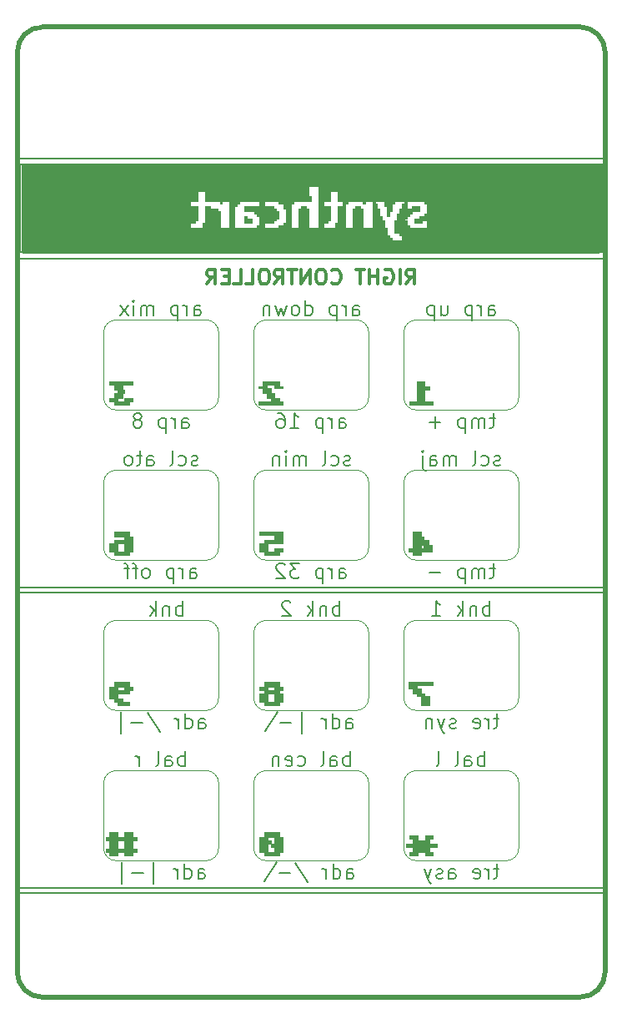
<source format=gbo>
G04 #@! TF.GenerationSoftware,KiCad,Pcbnew,(5.1.8)-1*
G04 #@! TF.CreationDate,2022-04-25T19:48:08+02:00*
G04 #@! TF.ProjectId,A2600 Faceplate synthcart,41323630-3020-4466-9163-65706c617465,rev?*
G04 #@! TF.SameCoordinates,Original*
G04 #@! TF.FileFunction,Legend,Bot*
G04 #@! TF.FilePolarity,Positive*
%FSLAX46Y46*%
G04 Gerber Fmt 4.6, Leading zero omitted, Abs format (unit mm)*
G04 Created by KiCad (PCBNEW (5.1.8)-1) date 2022-04-25 19:48:08*
%MOMM*%
%LPD*%
G01*
G04 APERTURE LIST*
%ADD10C,0.200000*%
%ADD11C,0.300000*%
%ADD12C,0.150000*%
%ADD13C,0.500000*%
%ADD14C,0.010000*%
%ADD15C,0.120000*%
G04 APERTURE END LIST*
D10*
X182245000Y-54610000D02*
X122555000Y-54610000D01*
X122555000Y-63500000D02*
X182245000Y-63500000D01*
X181927500Y-54673500D02*
X181927500Y-63436500D01*
X182245000Y-64135000D02*
X122555000Y-64135000D01*
X122872500Y-54673500D02*
X122872500Y-63436500D01*
X181673500Y-54673500D02*
X181673500Y-63436500D01*
X181800500Y-54673500D02*
X181800500Y-63436500D01*
X122555000Y-53975000D02*
X182245000Y-53975000D01*
X123063000Y-54673500D02*
X123063000Y-63436500D01*
D11*
X162042857Y-66718571D02*
X162542857Y-66004285D01*
X162900000Y-66718571D02*
X162900000Y-65218571D01*
X162328571Y-65218571D01*
X162185714Y-65290000D01*
X162114285Y-65361428D01*
X162042857Y-65504285D01*
X162042857Y-65718571D01*
X162114285Y-65861428D01*
X162185714Y-65932857D01*
X162328571Y-66004285D01*
X162900000Y-66004285D01*
X161400000Y-66718571D02*
X161400000Y-65218571D01*
X159900000Y-65290000D02*
X160042857Y-65218571D01*
X160257142Y-65218571D01*
X160471428Y-65290000D01*
X160614285Y-65432857D01*
X160685714Y-65575714D01*
X160757142Y-65861428D01*
X160757142Y-66075714D01*
X160685714Y-66361428D01*
X160614285Y-66504285D01*
X160471428Y-66647142D01*
X160257142Y-66718571D01*
X160114285Y-66718571D01*
X159900000Y-66647142D01*
X159828571Y-66575714D01*
X159828571Y-66075714D01*
X160114285Y-66075714D01*
X159185714Y-66718571D02*
X159185714Y-65218571D01*
X159185714Y-65932857D02*
X158328571Y-65932857D01*
X158328571Y-66718571D02*
X158328571Y-65218571D01*
X157828571Y-65218571D02*
X156971428Y-65218571D01*
X157400000Y-66718571D02*
X157400000Y-65218571D01*
X154471428Y-66575714D02*
X154542857Y-66647142D01*
X154757142Y-66718571D01*
X154900000Y-66718571D01*
X155114285Y-66647142D01*
X155257142Y-66504285D01*
X155328571Y-66361428D01*
X155400000Y-66075714D01*
X155400000Y-65861428D01*
X155328571Y-65575714D01*
X155257142Y-65432857D01*
X155114285Y-65290000D01*
X154900000Y-65218571D01*
X154757142Y-65218571D01*
X154542857Y-65290000D01*
X154471428Y-65361428D01*
X153542857Y-65218571D02*
X153257142Y-65218571D01*
X153114285Y-65290000D01*
X152971428Y-65432857D01*
X152900000Y-65718571D01*
X152900000Y-66218571D01*
X152971428Y-66504285D01*
X153114285Y-66647142D01*
X153257142Y-66718571D01*
X153542857Y-66718571D01*
X153685714Y-66647142D01*
X153828571Y-66504285D01*
X153900000Y-66218571D01*
X153900000Y-65718571D01*
X153828571Y-65432857D01*
X153685714Y-65290000D01*
X153542857Y-65218571D01*
X152257142Y-66718571D02*
X152257142Y-65218571D01*
X151400000Y-66718571D01*
X151400000Y-65218571D01*
X150900000Y-65218571D02*
X150042857Y-65218571D01*
X150471428Y-66718571D02*
X150471428Y-65218571D01*
X148685714Y-66718571D02*
X149185714Y-66004285D01*
X149542857Y-66718571D02*
X149542857Y-65218571D01*
X148971428Y-65218571D01*
X148828571Y-65290000D01*
X148757142Y-65361428D01*
X148685714Y-65504285D01*
X148685714Y-65718571D01*
X148757142Y-65861428D01*
X148828571Y-65932857D01*
X148971428Y-66004285D01*
X149542857Y-66004285D01*
X147757142Y-65218571D02*
X147471428Y-65218571D01*
X147328571Y-65290000D01*
X147185714Y-65432857D01*
X147114285Y-65718571D01*
X147114285Y-66218571D01*
X147185714Y-66504285D01*
X147328571Y-66647142D01*
X147471428Y-66718571D01*
X147757142Y-66718571D01*
X147900000Y-66647142D01*
X148042857Y-66504285D01*
X148114285Y-66218571D01*
X148114285Y-65718571D01*
X148042857Y-65432857D01*
X147900000Y-65290000D01*
X147757142Y-65218571D01*
X145757142Y-66718571D02*
X146471428Y-66718571D01*
X146471428Y-65218571D01*
X144542857Y-66718571D02*
X145257142Y-66718571D01*
X145257142Y-65218571D01*
X144042857Y-65932857D02*
X143542857Y-65932857D01*
X143328571Y-66718571D02*
X144042857Y-66718571D01*
X144042857Y-65218571D01*
X143328571Y-65218571D01*
X141828571Y-66718571D02*
X142328571Y-66004285D01*
X142685714Y-66718571D02*
X142685714Y-65218571D01*
X142114285Y-65218571D01*
X141971428Y-65290000D01*
X141900000Y-65361428D01*
X141828571Y-65504285D01*
X141828571Y-65718571D01*
X141900000Y-65861428D01*
X141971428Y-65932857D01*
X142114285Y-66004285D01*
X142685714Y-66004285D01*
D12*
X155935714Y-111803571D02*
X155935714Y-111017857D01*
X156007142Y-110875000D01*
X156150000Y-110803571D01*
X156435714Y-110803571D01*
X156578571Y-110875000D01*
X155935714Y-111732142D02*
X156078571Y-111803571D01*
X156435714Y-111803571D01*
X156578571Y-111732142D01*
X156650000Y-111589285D01*
X156650000Y-111446428D01*
X156578571Y-111303571D01*
X156435714Y-111232142D01*
X156078571Y-111232142D01*
X155935714Y-111160714D01*
X154578571Y-111803571D02*
X154578571Y-110303571D01*
X154578571Y-111732142D02*
X154721428Y-111803571D01*
X155007142Y-111803571D01*
X155150000Y-111732142D01*
X155221428Y-111660714D01*
X155292857Y-111517857D01*
X155292857Y-111089285D01*
X155221428Y-110946428D01*
X155150000Y-110875000D01*
X155007142Y-110803571D01*
X154721428Y-110803571D01*
X154578571Y-110875000D01*
X153864285Y-111803571D02*
X153864285Y-110803571D01*
X153864285Y-111089285D02*
X153792857Y-110946428D01*
X153721428Y-110875000D01*
X153578571Y-110803571D01*
X153435714Y-110803571D01*
X151435714Y-112303571D02*
X151435714Y-110160714D01*
X150364285Y-111232142D02*
X149221428Y-111232142D01*
X149007142Y-110160714D02*
X147721428Y-112089285D01*
X140981428Y-111803571D02*
X140981428Y-111017857D01*
X141052857Y-110875000D01*
X141195714Y-110803571D01*
X141481428Y-110803571D01*
X141624285Y-110875000D01*
X140981428Y-111732142D02*
X141124285Y-111803571D01*
X141481428Y-111803571D01*
X141624285Y-111732142D01*
X141695714Y-111589285D01*
X141695714Y-111446428D01*
X141624285Y-111303571D01*
X141481428Y-111232142D01*
X141124285Y-111232142D01*
X140981428Y-111160714D01*
X139624285Y-111803571D02*
X139624285Y-110303571D01*
X139624285Y-111732142D02*
X139767142Y-111803571D01*
X140052857Y-111803571D01*
X140195714Y-111732142D01*
X140267142Y-111660714D01*
X140338571Y-111517857D01*
X140338571Y-111089285D01*
X140267142Y-110946428D01*
X140195714Y-110875000D01*
X140052857Y-110803571D01*
X139767142Y-110803571D01*
X139624285Y-110875000D01*
X138910000Y-111803571D02*
X138910000Y-110803571D01*
X138910000Y-111089285D02*
X138838571Y-110946428D01*
X138767142Y-110875000D01*
X138624285Y-110803571D01*
X138481428Y-110803571D01*
X135767142Y-110232142D02*
X137052857Y-112160714D01*
X135267142Y-111232142D02*
X134124285Y-111232142D01*
X133052857Y-112303571D02*
X133052857Y-110160714D01*
X155292857Y-100373571D02*
X155292857Y-98873571D01*
X155292857Y-99445000D02*
X155150000Y-99373571D01*
X154864285Y-99373571D01*
X154721428Y-99445000D01*
X154650000Y-99516428D01*
X154578571Y-99659285D01*
X154578571Y-100087857D01*
X154650000Y-100230714D01*
X154721428Y-100302142D01*
X154864285Y-100373571D01*
X155150000Y-100373571D01*
X155292857Y-100302142D01*
X153935714Y-99373571D02*
X153935714Y-100373571D01*
X153935714Y-99516428D02*
X153864285Y-99445000D01*
X153721428Y-99373571D01*
X153507142Y-99373571D01*
X153364285Y-99445000D01*
X153292857Y-99587857D01*
X153292857Y-100373571D01*
X152578571Y-100373571D02*
X152578571Y-98873571D01*
X152435714Y-99802142D02*
X152007142Y-100373571D01*
X152007142Y-99373571D02*
X152578571Y-99945000D01*
X150292857Y-99016428D02*
X150221428Y-98945000D01*
X150078571Y-98873571D01*
X149721428Y-98873571D01*
X149578571Y-98945000D01*
X149507142Y-99016428D01*
X149435714Y-99159285D01*
X149435714Y-99302142D01*
X149507142Y-99516428D01*
X150364285Y-100373571D01*
X149435714Y-100373571D01*
X139338571Y-100373571D02*
X139338571Y-98873571D01*
X139338571Y-99445000D02*
X139195714Y-99373571D01*
X138910000Y-99373571D01*
X138767142Y-99445000D01*
X138695714Y-99516428D01*
X138624285Y-99659285D01*
X138624285Y-100087857D01*
X138695714Y-100230714D01*
X138767142Y-100302142D01*
X138910000Y-100373571D01*
X139195714Y-100373571D01*
X139338571Y-100302142D01*
X137981428Y-99373571D02*
X137981428Y-100373571D01*
X137981428Y-99516428D02*
X137910000Y-99445000D01*
X137767142Y-99373571D01*
X137552857Y-99373571D01*
X137410000Y-99445000D01*
X137338571Y-99587857D01*
X137338571Y-100373571D01*
X136624285Y-100373571D02*
X136624285Y-98873571D01*
X136481428Y-99802142D02*
X136052857Y-100373571D01*
X136052857Y-99373571D02*
X136624285Y-99945000D01*
X170532857Y-100373571D02*
X170532857Y-98873571D01*
X170532857Y-99445000D02*
X170390000Y-99373571D01*
X170104285Y-99373571D01*
X169961428Y-99445000D01*
X169890000Y-99516428D01*
X169818571Y-99659285D01*
X169818571Y-100087857D01*
X169890000Y-100230714D01*
X169961428Y-100302142D01*
X170104285Y-100373571D01*
X170390000Y-100373571D01*
X170532857Y-100302142D01*
X169175714Y-99373571D02*
X169175714Y-100373571D01*
X169175714Y-99516428D02*
X169104285Y-99445000D01*
X168961428Y-99373571D01*
X168747142Y-99373571D01*
X168604285Y-99445000D01*
X168532857Y-99587857D01*
X168532857Y-100373571D01*
X167818571Y-100373571D02*
X167818571Y-98873571D01*
X167675714Y-99802142D02*
X167247142Y-100373571D01*
X167247142Y-99373571D02*
X167818571Y-99945000D01*
X164675714Y-100373571D02*
X165532857Y-100373571D01*
X165104285Y-100373571D02*
X165104285Y-98873571D01*
X165247142Y-99087857D01*
X165390000Y-99230714D01*
X165532857Y-99302142D01*
X171461428Y-110803571D02*
X170890000Y-110803571D01*
X171247142Y-110303571D02*
X171247142Y-111589285D01*
X171175714Y-111732142D01*
X171032857Y-111803571D01*
X170890000Y-111803571D01*
X170390000Y-111803571D02*
X170390000Y-110803571D01*
X170390000Y-111089285D02*
X170318571Y-110946428D01*
X170247142Y-110875000D01*
X170104285Y-110803571D01*
X169961428Y-110803571D01*
X168890000Y-111732142D02*
X169032857Y-111803571D01*
X169318571Y-111803571D01*
X169461428Y-111732142D01*
X169532857Y-111589285D01*
X169532857Y-111017857D01*
X169461428Y-110875000D01*
X169318571Y-110803571D01*
X169032857Y-110803571D01*
X168890000Y-110875000D01*
X168818571Y-111017857D01*
X168818571Y-111160714D01*
X169532857Y-111303571D01*
X167104285Y-111732142D02*
X166961428Y-111803571D01*
X166675714Y-111803571D01*
X166532857Y-111732142D01*
X166461428Y-111589285D01*
X166461428Y-111517857D01*
X166532857Y-111375000D01*
X166675714Y-111303571D01*
X166890000Y-111303571D01*
X167032857Y-111232142D01*
X167104285Y-111089285D01*
X167104285Y-111017857D01*
X167032857Y-110875000D01*
X166890000Y-110803571D01*
X166675714Y-110803571D01*
X166532857Y-110875000D01*
X165961428Y-110803571D02*
X165604285Y-111803571D01*
X165247142Y-110803571D02*
X165604285Y-111803571D01*
X165747142Y-112160714D01*
X165818571Y-112232142D01*
X165961428Y-112303571D01*
X164675714Y-110803571D02*
X164675714Y-111803571D01*
X164675714Y-110946428D02*
X164604285Y-110875000D01*
X164461428Y-110803571D01*
X164247142Y-110803571D01*
X164104285Y-110875000D01*
X164032857Y-111017857D01*
X164032857Y-111803571D01*
X155221428Y-96563571D02*
X155221428Y-95777857D01*
X155292857Y-95635000D01*
X155435714Y-95563571D01*
X155721428Y-95563571D01*
X155864285Y-95635000D01*
X155221428Y-96492142D02*
X155364285Y-96563571D01*
X155721428Y-96563571D01*
X155864285Y-96492142D01*
X155935714Y-96349285D01*
X155935714Y-96206428D01*
X155864285Y-96063571D01*
X155721428Y-95992142D01*
X155364285Y-95992142D01*
X155221428Y-95920714D01*
X154507142Y-96563571D02*
X154507142Y-95563571D01*
X154507142Y-95849285D02*
X154435714Y-95706428D01*
X154364285Y-95635000D01*
X154221428Y-95563571D01*
X154078571Y-95563571D01*
X153578571Y-95563571D02*
X153578571Y-97063571D01*
X153578571Y-95635000D02*
X153435714Y-95563571D01*
X153150000Y-95563571D01*
X153007142Y-95635000D01*
X152935714Y-95706428D01*
X152864285Y-95849285D01*
X152864285Y-96277857D01*
X152935714Y-96420714D01*
X153007142Y-96492142D01*
X153150000Y-96563571D01*
X153435714Y-96563571D01*
X153578571Y-96492142D01*
X151221428Y-95063571D02*
X150292857Y-95063571D01*
X150792857Y-95635000D01*
X150578571Y-95635000D01*
X150435714Y-95706428D01*
X150364285Y-95777857D01*
X150292857Y-95920714D01*
X150292857Y-96277857D01*
X150364285Y-96420714D01*
X150435714Y-96492142D01*
X150578571Y-96563571D01*
X151007142Y-96563571D01*
X151150000Y-96492142D01*
X151221428Y-96420714D01*
X149721428Y-95206428D02*
X149650000Y-95135000D01*
X149507142Y-95063571D01*
X149150000Y-95063571D01*
X149007142Y-95135000D01*
X148935714Y-95206428D01*
X148864285Y-95349285D01*
X148864285Y-95492142D01*
X148935714Y-95706428D01*
X149792857Y-96563571D01*
X148864285Y-96563571D01*
X140088571Y-96563571D02*
X140088571Y-95777857D01*
X140160000Y-95635000D01*
X140302857Y-95563571D01*
X140588571Y-95563571D01*
X140731428Y-95635000D01*
X140088571Y-96492142D02*
X140231428Y-96563571D01*
X140588571Y-96563571D01*
X140731428Y-96492142D01*
X140802857Y-96349285D01*
X140802857Y-96206428D01*
X140731428Y-96063571D01*
X140588571Y-95992142D01*
X140231428Y-95992142D01*
X140088571Y-95920714D01*
X139374285Y-96563571D02*
X139374285Y-95563571D01*
X139374285Y-95849285D02*
X139302857Y-95706428D01*
X139231428Y-95635000D01*
X139088571Y-95563571D01*
X138945714Y-95563571D01*
X138445714Y-95563571D02*
X138445714Y-97063571D01*
X138445714Y-95635000D02*
X138302857Y-95563571D01*
X138017142Y-95563571D01*
X137874285Y-95635000D01*
X137802857Y-95706428D01*
X137731428Y-95849285D01*
X137731428Y-96277857D01*
X137802857Y-96420714D01*
X137874285Y-96492142D01*
X138017142Y-96563571D01*
X138302857Y-96563571D01*
X138445714Y-96492142D01*
X135731428Y-96563571D02*
X135874285Y-96492142D01*
X135945714Y-96420714D01*
X136017142Y-96277857D01*
X136017142Y-95849285D01*
X135945714Y-95706428D01*
X135874285Y-95635000D01*
X135731428Y-95563571D01*
X135517142Y-95563571D01*
X135374285Y-95635000D01*
X135302857Y-95706428D01*
X135231428Y-95849285D01*
X135231428Y-96277857D01*
X135302857Y-96420714D01*
X135374285Y-96492142D01*
X135517142Y-96563571D01*
X135731428Y-96563571D01*
X134802857Y-95563571D02*
X134231428Y-95563571D01*
X134588571Y-96563571D02*
X134588571Y-95277857D01*
X134517142Y-95135000D01*
X134374285Y-95063571D01*
X134231428Y-95063571D01*
X133945714Y-95563571D02*
X133374285Y-95563571D01*
X133731428Y-96563571D02*
X133731428Y-95277857D01*
X133660000Y-95135000D01*
X133517142Y-95063571D01*
X133374285Y-95063571D01*
X140874285Y-85062142D02*
X140731428Y-85133571D01*
X140445714Y-85133571D01*
X140302857Y-85062142D01*
X140231428Y-84919285D01*
X140231428Y-84847857D01*
X140302857Y-84705000D01*
X140445714Y-84633571D01*
X140660000Y-84633571D01*
X140802857Y-84562142D01*
X140874285Y-84419285D01*
X140874285Y-84347857D01*
X140802857Y-84205000D01*
X140660000Y-84133571D01*
X140445714Y-84133571D01*
X140302857Y-84205000D01*
X138945714Y-85062142D02*
X139088571Y-85133571D01*
X139374285Y-85133571D01*
X139517142Y-85062142D01*
X139588571Y-84990714D01*
X139660000Y-84847857D01*
X139660000Y-84419285D01*
X139588571Y-84276428D01*
X139517142Y-84205000D01*
X139374285Y-84133571D01*
X139088571Y-84133571D01*
X138945714Y-84205000D01*
X138088571Y-85133571D02*
X138231428Y-85062142D01*
X138302857Y-84919285D01*
X138302857Y-83633571D01*
X135731428Y-85133571D02*
X135731428Y-84347857D01*
X135802857Y-84205000D01*
X135945714Y-84133571D01*
X136231428Y-84133571D01*
X136374285Y-84205000D01*
X135731428Y-85062142D02*
X135874285Y-85133571D01*
X136231428Y-85133571D01*
X136374285Y-85062142D01*
X136445714Y-84919285D01*
X136445714Y-84776428D01*
X136374285Y-84633571D01*
X136231428Y-84562142D01*
X135874285Y-84562142D01*
X135731428Y-84490714D01*
X135231428Y-84133571D02*
X134660000Y-84133571D01*
X135017142Y-83633571D02*
X135017142Y-84919285D01*
X134945714Y-85062142D01*
X134802857Y-85133571D01*
X134660000Y-85133571D01*
X133945714Y-85133571D02*
X134088571Y-85062142D01*
X134160000Y-84990714D01*
X134231428Y-84847857D01*
X134231428Y-84419285D01*
X134160000Y-84276428D01*
X134088571Y-84205000D01*
X133945714Y-84133571D01*
X133731428Y-84133571D01*
X133588571Y-84205000D01*
X133517142Y-84276428D01*
X133445714Y-84419285D01*
X133445714Y-84847857D01*
X133517142Y-84990714D01*
X133588571Y-85062142D01*
X133731428Y-85133571D01*
X133945714Y-85133571D01*
X171604285Y-85062142D02*
X171461428Y-85133571D01*
X171175714Y-85133571D01*
X171032857Y-85062142D01*
X170961428Y-84919285D01*
X170961428Y-84847857D01*
X171032857Y-84705000D01*
X171175714Y-84633571D01*
X171390000Y-84633571D01*
X171532857Y-84562142D01*
X171604285Y-84419285D01*
X171604285Y-84347857D01*
X171532857Y-84205000D01*
X171390000Y-84133571D01*
X171175714Y-84133571D01*
X171032857Y-84205000D01*
X169675714Y-85062142D02*
X169818571Y-85133571D01*
X170104285Y-85133571D01*
X170247142Y-85062142D01*
X170318571Y-84990714D01*
X170390000Y-84847857D01*
X170390000Y-84419285D01*
X170318571Y-84276428D01*
X170247142Y-84205000D01*
X170104285Y-84133571D01*
X169818571Y-84133571D01*
X169675714Y-84205000D01*
X168818571Y-85133571D02*
X168961428Y-85062142D01*
X169032857Y-84919285D01*
X169032857Y-83633571D01*
X167104285Y-85133571D02*
X167104285Y-84133571D01*
X167104285Y-84276428D02*
X167032857Y-84205000D01*
X166890000Y-84133571D01*
X166675714Y-84133571D01*
X166532857Y-84205000D01*
X166461428Y-84347857D01*
X166461428Y-85133571D01*
X166461428Y-84347857D02*
X166390000Y-84205000D01*
X166247142Y-84133571D01*
X166032857Y-84133571D01*
X165890000Y-84205000D01*
X165818571Y-84347857D01*
X165818571Y-85133571D01*
X164461428Y-85133571D02*
X164461428Y-84347857D01*
X164532857Y-84205000D01*
X164675714Y-84133571D01*
X164961428Y-84133571D01*
X165104285Y-84205000D01*
X164461428Y-85062142D02*
X164604285Y-85133571D01*
X164961428Y-85133571D01*
X165104285Y-85062142D01*
X165175714Y-84919285D01*
X165175714Y-84776428D01*
X165104285Y-84633571D01*
X164961428Y-84562142D01*
X164604285Y-84562142D01*
X164461428Y-84490714D01*
X163747142Y-84133571D02*
X163747142Y-85419285D01*
X163818571Y-85562142D01*
X163961428Y-85633571D01*
X164032857Y-85633571D01*
X163747142Y-83633571D02*
X163818571Y-83705000D01*
X163747142Y-83776428D01*
X163675714Y-83705000D01*
X163747142Y-83633571D01*
X163747142Y-83776428D01*
X171104285Y-95563571D02*
X170532857Y-95563571D01*
X170890000Y-95063571D02*
X170890000Y-96349285D01*
X170818571Y-96492142D01*
X170675714Y-96563571D01*
X170532857Y-96563571D01*
X170032857Y-96563571D02*
X170032857Y-95563571D01*
X170032857Y-95706428D02*
X169961428Y-95635000D01*
X169818571Y-95563571D01*
X169604285Y-95563571D01*
X169461428Y-95635000D01*
X169390000Y-95777857D01*
X169390000Y-96563571D01*
X169390000Y-95777857D02*
X169318571Y-95635000D01*
X169175714Y-95563571D01*
X168961428Y-95563571D01*
X168818571Y-95635000D01*
X168747142Y-95777857D01*
X168747142Y-96563571D01*
X168032857Y-95563571D02*
X168032857Y-97063571D01*
X168032857Y-95635000D02*
X167890000Y-95563571D01*
X167604285Y-95563571D01*
X167461428Y-95635000D01*
X167390000Y-95706428D01*
X167318571Y-95849285D01*
X167318571Y-96277857D01*
X167390000Y-96420714D01*
X167461428Y-96492142D01*
X167604285Y-96563571D01*
X167890000Y-96563571D01*
X168032857Y-96492142D01*
X165532857Y-95992142D02*
X164390000Y-95992142D01*
X156364285Y-85062142D02*
X156221428Y-85133571D01*
X155935714Y-85133571D01*
X155792857Y-85062142D01*
X155721428Y-84919285D01*
X155721428Y-84847857D01*
X155792857Y-84705000D01*
X155935714Y-84633571D01*
X156150000Y-84633571D01*
X156292857Y-84562142D01*
X156364285Y-84419285D01*
X156364285Y-84347857D01*
X156292857Y-84205000D01*
X156150000Y-84133571D01*
X155935714Y-84133571D01*
X155792857Y-84205000D01*
X154435714Y-85062142D02*
X154578571Y-85133571D01*
X154864285Y-85133571D01*
X155007142Y-85062142D01*
X155078571Y-84990714D01*
X155150000Y-84847857D01*
X155150000Y-84419285D01*
X155078571Y-84276428D01*
X155007142Y-84205000D01*
X154864285Y-84133571D01*
X154578571Y-84133571D01*
X154435714Y-84205000D01*
X153578571Y-85133571D02*
X153721428Y-85062142D01*
X153792857Y-84919285D01*
X153792857Y-83633571D01*
X151864285Y-85133571D02*
X151864285Y-84133571D01*
X151864285Y-84276428D02*
X151792857Y-84205000D01*
X151650000Y-84133571D01*
X151435714Y-84133571D01*
X151292857Y-84205000D01*
X151221428Y-84347857D01*
X151221428Y-85133571D01*
X151221428Y-84347857D02*
X151150000Y-84205000D01*
X151007142Y-84133571D01*
X150792857Y-84133571D01*
X150650000Y-84205000D01*
X150578571Y-84347857D01*
X150578571Y-85133571D01*
X149864285Y-85133571D02*
X149864285Y-84133571D01*
X149864285Y-83633571D02*
X149935714Y-83705000D01*
X149864285Y-83776428D01*
X149792857Y-83705000D01*
X149864285Y-83633571D01*
X149864285Y-83776428D01*
X149150000Y-84133571D02*
X149150000Y-85133571D01*
X149150000Y-84276428D02*
X149078571Y-84205000D01*
X148935714Y-84133571D01*
X148721428Y-84133571D01*
X148578571Y-84205000D01*
X148507142Y-84347857D01*
X148507142Y-85133571D01*
X156328571Y-115613571D02*
X156328571Y-114113571D01*
X156328571Y-114685000D02*
X156185714Y-114613571D01*
X155900000Y-114613571D01*
X155757142Y-114685000D01*
X155685714Y-114756428D01*
X155614285Y-114899285D01*
X155614285Y-115327857D01*
X155685714Y-115470714D01*
X155757142Y-115542142D01*
X155900000Y-115613571D01*
X156185714Y-115613571D01*
X156328571Y-115542142D01*
X154328571Y-115613571D02*
X154328571Y-114827857D01*
X154400000Y-114685000D01*
X154542857Y-114613571D01*
X154828571Y-114613571D01*
X154971428Y-114685000D01*
X154328571Y-115542142D02*
X154471428Y-115613571D01*
X154828571Y-115613571D01*
X154971428Y-115542142D01*
X155042857Y-115399285D01*
X155042857Y-115256428D01*
X154971428Y-115113571D01*
X154828571Y-115042142D01*
X154471428Y-115042142D01*
X154328571Y-114970714D01*
X153400000Y-115613571D02*
X153542857Y-115542142D01*
X153614285Y-115399285D01*
X153614285Y-114113571D01*
X151042857Y-115542142D02*
X151185714Y-115613571D01*
X151471428Y-115613571D01*
X151614285Y-115542142D01*
X151685714Y-115470714D01*
X151757142Y-115327857D01*
X151757142Y-114899285D01*
X151685714Y-114756428D01*
X151614285Y-114685000D01*
X151471428Y-114613571D01*
X151185714Y-114613571D01*
X151042857Y-114685000D01*
X149828571Y-115542142D02*
X149971428Y-115613571D01*
X150257142Y-115613571D01*
X150400000Y-115542142D01*
X150471428Y-115399285D01*
X150471428Y-114827857D01*
X150400000Y-114685000D01*
X150257142Y-114613571D01*
X149971428Y-114613571D01*
X149828571Y-114685000D01*
X149757142Y-114827857D01*
X149757142Y-114970714D01*
X150471428Y-115113571D01*
X149114285Y-114613571D02*
X149114285Y-115613571D01*
X149114285Y-114756428D02*
X149042857Y-114685000D01*
X148900000Y-114613571D01*
X148685714Y-114613571D01*
X148542857Y-114685000D01*
X148471428Y-114827857D01*
X148471428Y-115613571D01*
X140910000Y-127043571D02*
X140910000Y-126257857D01*
X140981428Y-126115000D01*
X141124285Y-126043571D01*
X141410000Y-126043571D01*
X141552857Y-126115000D01*
X140910000Y-126972142D02*
X141052857Y-127043571D01*
X141410000Y-127043571D01*
X141552857Y-126972142D01*
X141624285Y-126829285D01*
X141624285Y-126686428D01*
X141552857Y-126543571D01*
X141410000Y-126472142D01*
X141052857Y-126472142D01*
X140910000Y-126400714D01*
X139552857Y-127043571D02*
X139552857Y-125543571D01*
X139552857Y-126972142D02*
X139695714Y-127043571D01*
X139981428Y-127043571D01*
X140124285Y-126972142D01*
X140195714Y-126900714D01*
X140267142Y-126757857D01*
X140267142Y-126329285D01*
X140195714Y-126186428D01*
X140124285Y-126115000D01*
X139981428Y-126043571D01*
X139695714Y-126043571D01*
X139552857Y-126115000D01*
X138838571Y-127043571D02*
X138838571Y-126043571D01*
X138838571Y-126329285D02*
X138767142Y-126186428D01*
X138695714Y-126115000D01*
X138552857Y-126043571D01*
X138410000Y-126043571D01*
X136410000Y-127543571D02*
X136410000Y-125400714D01*
X135338571Y-126472142D02*
X134195714Y-126472142D01*
X133124285Y-127543571D02*
X133124285Y-125400714D01*
X139588571Y-115613571D02*
X139588571Y-114113571D01*
X139588571Y-114685000D02*
X139445714Y-114613571D01*
X139160000Y-114613571D01*
X139017142Y-114685000D01*
X138945714Y-114756428D01*
X138874285Y-114899285D01*
X138874285Y-115327857D01*
X138945714Y-115470714D01*
X139017142Y-115542142D01*
X139160000Y-115613571D01*
X139445714Y-115613571D01*
X139588571Y-115542142D01*
X137588571Y-115613571D02*
X137588571Y-114827857D01*
X137660000Y-114685000D01*
X137802857Y-114613571D01*
X138088571Y-114613571D01*
X138231428Y-114685000D01*
X137588571Y-115542142D02*
X137731428Y-115613571D01*
X138088571Y-115613571D01*
X138231428Y-115542142D01*
X138302857Y-115399285D01*
X138302857Y-115256428D01*
X138231428Y-115113571D01*
X138088571Y-115042142D01*
X137731428Y-115042142D01*
X137588571Y-114970714D01*
X136660000Y-115613571D02*
X136802857Y-115542142D01*
X136874285Y-115399285D01*
X136874285Y-114113571D01*
X134945714Y-115613571D02*
X134945714Y-114613571D01*
X134945714Y-114899285D02*
X134874285Y-114756428D01*
X134802857Y-114685000D01*
X134660000Y-114613571D01*
X134517142Y-114613571D01*
X169997142Y-115613571D02*
X169997142Y-114113571D01*
X169997142Y-114685000D02*
X169854285Y-114613571D01*
X169568571Y-114613571D01*
X169425714Y-114685000D01*
X169354285Y-114756428D01*
X169282857Y-114899285D01*
X169282857Y-115327857D01*
X169354285Y-115470714D01*
X169425714Y-115542142D01*
X169568571Y-115613571D01*
X169854285Y-115613571D01*
X169997142Y-115542142D01*
X167997142Y-115613571D02*
X167997142Y-114827857D01*
X168068571Y-114685000D01*
X168211428Y-114613571D01*
X168497142Y-114613571D01*
X168640000Y-114685000D01*
X167997142Y-115542142D02*
X168140000Y-115613571D01*
X168497142Y-115613571D01*
X168640000Y-115542142D01*
X168711428Y-115399285D01*
X168711428Y-115256428D01*
X168640000Y-115113571D01*
X168497142Y-115042142D01*
X168140000Y-115042142D01*
X167997142Y-114970714D01*
X167068571Y-115613571D02*
X167211428Y-115542142D01*
X167282857Y-115399285D01*
X167282857Y-114113571D01*
X165140000Y-115613571D02*
X165282857Y-115542142D01*
X165354285Y-115399285D01*
X165354285Y-114113571D01*
X156007142Y-127043571D02*
X156007142Y-126257857D01*
X156078571Y-126115000D01*
X156221428Y-126043571D01*
X156507142Y-126043571D01*
X156650000Y-126115000D01*
X156007142Y-126972142D02*
X156150000Y-127043571D01*
X156507142Y-127043571D01*
X156650000Y-126972142D01*
X156721428Y-126829285D01*
X156721428Y-126686428D01*
X156650000Y-126543571D01*
X156507142Y-126472142D01*
X156150000Y-126472142D01*
X156007142Y-126400714D01*
X154650000Y-127043571D02*
X154650000Y-125543571D01*
X154650000Y-126972142D02*
X154792857Y-127043571D01*
X155078571Y-127043571D01*
X155221428Y-126972142D01*
X155292857Y-126900714D01*
X155364285Y-126757857D01*
X155364285Y-126329285D01*
X155292857Y-126186428D01*
X155221428Y-126115000D01*
X155078571Y-126043571D01*
X154792857Y-126043571D01*
X154650000Y-126115000D01*
X153935714Y-127043571D02*
X153935714Y-126043571D01*
X153935714Y-126329285D02*
X153864285Y-126186428D01*
X153792857Y-126115000D01*
X153650000Y-126043571D01*
X153507142Y-126043571D01*
X150792857Y-125472142D02*
X152078571Y-127400714D01*
X150292857Y-126472142D02*
X149150000Y-126472142D01*
X148935714Y-125400714D02*
X147650000Y-127329285D01*
X171461428Y-126043571D02*
X170890000Y-126043571D01*
X171247142Y-125543571D02*
X171247142Y-126829285D01*
X171175714Y-126972142D01*
X171032857Y-127043571D01*
X170890000Y-127043571D01*
X170390000Y-127043571D02*
X170390000Y-126043571D01*
X170390000Y-126329285D02*
X170318571Y-126186428D01*
X170247142Y-126115000D01*
X170104285Y-126043571D01*
X169961428Y-126043571D01*
X168890000Y-126972142D02*
X169032857Y-127043571D01*
X169318571Y-127043571D01*
X169461428Y-126972142D01*
X169532857Y-126829285D01*
X169532857Y-126257857D01*
X169461428Y-126115000D01*
X169318571Y-126043571D01*
X169032857Y-126043571D01*
X168890000Y-126115000D01*
X168818571Y-126257857D01*
X168818571Y-126400714D01*
X169532857Y-126543571D01*
X166390000Y-127043571D02*
X166390000Y-126257857D01*
X166461428Y-126115000D01*
X166604285Y-126043571D01*
X166890000Y-126043571D01*
X167032857Y-126115000D01*
X166390000Y-126972142D02*
X166532857Y-127043571D01*
X166890000Y-127043571D01*
X167032857Y-126972142D01*
X167104285Y-126829285D01*
X167104285Y-126686428D01*
X167032857Y-126543571D01*
X166890000Y-126472142D01*
X166532857Y-126472142D01*
X166390000Y-126400714D01*
X165747142Y-126972142D02*
X165604285Y-127043571D01*
X165318571Y-127043571D01*
X165175714Y-126972142D01*
X165104285Y-126829285D01*
X165104285Y-126757857D01*
X165175714Y-126615000D01*
X165318571Y-126543571D01*
X165532857Y-126543571D01*
X165675714Y-126472142D01*
X165747142Y-126329285D01*
X165747142Y-126257857D01*
X165675714Y-126115000D01*
X165532857Y-126043571D01*
X165318571Y-126043571D01*
X165175714Y-126115000D01*
X164604285Y-126043571D02*
X164247142Y-127043571D01*
X163890000Y-126043571D02*
X164247142Y-127043571D01*
X164390000Y-127400714D01*
X164461428Y-127472142D01*
X164604285Y-127543571D01*
D10*
X122555000Y-97536000D02*
X182245000Y-97536000D01*
X182245000Y-98044000D02*
X122555000Y-98044000D01*
D12*
X155221428Y-81323571D02*
X155221428Y-80537857D01*
X155292857Y-80395000D01*
X155435714Y-80323571D01*
X155721428Y-80323571D01*
X155864285Y-80395000D01*
X155221428Y-81252142D02*
X155364285Y-81323571D01*
X155721428Y-81323571D01*
X155864285Y-81252142D01*
X155935714Y-81109285D01*
X155935714Y-80966428D01*
X155864285Y-80823571D01*
X155721428Y-80752142D01*
X155364285Y-80752142D01*
X155221428Y-80680714D01*
X154507142Y-81323571D02*
X154507142Y-80323571D01*
X154507142Y-80609285D02*
X154435714Y-80466428D01*
X154364285Y-80395000D01*
X154221428Y-80323571D01*
X154078571Y-80323571D01*
X153578571Y-80323571D02*
X153578571Y-81823571D01*
X153578571Y-80395000D02*
X153435714Y-80323571D01*
X153150000Y-80323571D01*
X153007142Y-80395000D01*
X152935714Y-80466428D01*
X152864285Y-80609285D01*
X152864285Y-81037857D01*
X152935714Y-81180714D01*
X153007142Y-81252142D01*
X153150000Y-81323571D01*
X153435714Y-81323571D01*
X153578571Y-81252142D01*
X150292857Y-81323571D02*
X151150000Y-81323571D01*
X150721428Y-81323571D02*
X150721428Y-79823571D01*
X150864285Y-80037857D01*
X151007142Y-80180714D01*
X151150000Y-80252142D01*
X149007142Y-79823571D02*
X149292857Y-79823571D01*
X149435714Y-79895000D01*
X149507142Y-79966428D01*
X149650000Y-80180714D01*
X149721428Y-80466428D01*
X149721428Y-81037857D01*
X149650000Y-81180714D01*
X149578571Y-81252142D01*
X149435714Y-81323571D01*
X149150000Y-81323571D01*
X149007142Y-81252142D01*
X148935714Y-81180714D01*
X148864285Y-81037857D01*
X148864285Y-80680714D01*
X148935714Y-80537857D01*
X149007142Y-80466428D01*
X149150000Y-80395000D01*
X149435714Y-80395000D01*
X149578571Y-80466428D01*
X149650000Y-80537857D01*
X149721428Y-80680714D01*
X139267142Y-81323571D02*
X139267142Y-80537857D01*
X139338571Y-80395000D01*
X139481428Y-80323571D01*
X139767142Y-80323571D01*
X139910000Y-80395000D01*
X139267142Y-81252142D02*
X139410000Y-81323571D01*
X139767142Y-81323571D01*
X139910000Y-81252142D01*
X139981428Y-81109285D01*
X139981428Y-80966428D01*
X139910000Y-80823571D01*
X139767142Y-80752142D01*
X139410000Y-80752142D01*
X139267142Y-80680714D01*
X138552857Y-81323571D02*
X138552857Y-80323571D01*
X138552857Y-80609285D02*
X138481428Y-80466428D01*
X138410000Y-80395000D01*
X138267142Y-80323571D01*
X138124285Y-80323571D01*
X137624285Y-80323571D02*
X137624285Y-81823571D01*
X137624285Y-80395000D02*
X137481428Y-80323571D01*
X137195714Y-80323571D01*
X137052857Y-80395000D01*
X136981428Y-80466428D01*
X136910000Y-80609285D01*
X136910000Y-81037857D01*
X136981428Y-81180714D01*
X137052857Y-81252142D01*
X137195714Y-81323571D01*
X137481428Y-81323571D01*
X137624285Y-81252142D01*
X134910000Y-80466428D02*
X135052857Y-80395000D01*
X135124285Y-80323571D01*
X135195714Y-80180714D01*
X135195714Y-80109285D01*
X135124285Y-79966428D01*
X135052857Y-79895000D01*
X134910000Y-79823571D01*
X134624285Y-79823571D01*
X134481428Y-79895000D01*
X134410000Y-79966428D01*
X134338571Y-80109285D01*
X134338571Y-80180714D01*
X134410000Y-80323571D01*
X134481428Y-80395000D01*
X134624285Y-80466428D01*
X134910000Y-80466428D01*
X135052857Y-80537857D01*
X135124285Y-80609285D01*
X135195714Y-80752142D01*
X135195714Y-81037857D01*
X135124285Y-81180714D01*
X135052857Y-81252142D01*
X134910000Y-81323571D01*
X134624285Y-81323571D01*
X134481428Y-81252142D01*
X134410000Y-81180714D01*
X134338571Y-81037857D01*
X134338571Y-80752142D01*
X134410000Y-80609285D01*
X134481428Y-80537857D01*
X134624285Y-80466428D01*
X171104285Y-80323571D02*
X170532857Y-80323571D01*
X170890000Y-79823571D02*
X170890000Y-81109285D01*
X170818571Y-81252142D01*
X170675714Y-81323571D01*
X170532857Y-81323571D01*
X170032857Y-81323571D02*
X170032857Y-80323571D01*
X170032857Y-80466428D02*
X169961428Y-80395000D01*
X169818571Y-80323571D01*
X169604285Y-80323571D01*
X169461428Y-80395000D01*
X169390000Y-80537857D01*
X169390000Y-81323571D01*
X169390000Y-80537857D02*
X169318571Y-80395000D01*
X169175714Y-80323571D01*
X168961428Y-80323571D01*
X168818571Y-80395000D01*
X168747142Y-80537857D01*
X168747142Y-81323571D01*
X168032857Y-80323571D02*
X168032857Y-81823571D01*
X168032857Y-80395000D02*
X167890000Y-80323571D01*
X167604285Y-80323571D01*
X167461428Y-80395000D01*
X167390000Y-80466428D01*
X167318571Y-80609285D01*
X167318571Y-81037857D01*
X167390000Y-81180714D01*
X167461428Y-81252142D01*
X167604285Y-81323571D01*
X167890000Y-81323571D01*
X168032857Y-81252142D01*
X165532857Y-80752142D02*
X164390000Y-80752142D01*
X164961428Y-81323571D02*
X164961428Y-80180714D01*
X140517142Y-69893571D02*
X140517142Y-69107857D01*
X140588571Y-68965000D01*
X140731428Y-68893571D01*
X141017142Y-68893571D01*
X141160000Y-68965000D01*
X140517142Y-69822142D02*
X140660000Y-69893571D01*
X141017142Y-69893571D01*
X141160000Y-69822142D01*
X141231428Y-69679285D01*
X141231428Y-69536428D01*
X141160000Y-69393571D01*
X141017142Y-69322142D01*
X140660000Y-69322142D01*
X140517142Y-69250714D01*
X139802857Y-69893571D02*
X139802857Y-68893571D01*
X139802857Y-69179285D02*
X139731428Y-69036428D01*
X139660000Y-68965000D01*
X139517142Y-68893571D01*
X139374285Y-68893571D01*
X138874285Y-68893571D02*
X138874285Y-70393571D01*
X138874285Y-68965000D02*
X138731428Y-68893571D01*
X138445714Y-68893571D01*
X138302857Y-68965000D01*
X138231428Y-69036428D01*
X138160000Y-69179285D01*
X138160000Y-69607857D01*
X138231428Y-69750714D01*
X138302857Y-69822142D01*
X138445714Y-69893571D01*
X138731428Y-69893571D01*
X138874285Y-69822142D01*
X136374285Y-69893571D02*
X136374285Y-68893571D01*
X136374285Y-69036428D02*
X136302857Y-68965000D01*
X136160000Y-68893571D01*
X135945714Y-68893571D01*
X135802857Y-68965000D01*
X135731428Y-69107857D01*
X135731428Y-69893571D01*
X135731428Y-69107857D02*
X135660000Y-68965000D01*
X135517142Y-68893571D01*
X135302857Y-68893571D01*
X135160000Y-68965000D01*
X135088571Y-69107857D01*
X135088571Y-69893571D01*
X134374285Y-69893571D02*
X134374285Y-68893571D01*
X134374285Y-68393571D02*
X134445714Y-68465000D01*
X134374285Y-68536428D01*
X134302857Y-68465000D01*
X134374285Y-68393571D01*
X134374285Y-68536428D01*
X133802857Y-69893571D02*
X133017142Y-68893571D01*
X133802857Y-68893571D02*
X133017142Y-69893571D01*
X156614285Y-69893571D02*
X156614285Y-69107857D01*
X156685714Y-68965000D01*
X156828571Y-68893571D01*
X157114285Y-68893571D01*
X157257142Y-68965000D01*
X156614285Y-69822142D02*
X156757142Y-69893571D01*
X157114285Y-69893571D01*
X157257142Y-69822142D01*
X157328571Y-69679285D01*
X157328571Y-69536428D01*
X157257142Y-69393571D01*
X157114285Y-69322142D01*
X156757142Y-69322142D01*
X156614285Y-69250714D01*
X155900000Y-69893571D02*
X155900000Y-68893571D01*
X155900000Y-69179285D02*
X155828571Y-69036428D01*
X155757142Y-68965000D01*
X155614285Y-68893571D01*
X155471428Y-68893571D01*
X154971428Y-68893571D02*
X154971428Y-70393571D01*
X154971428Y-68965000D02*
X154828571Y-68893571D01*
X154542857Y-68893571D01*
X154400000Y-68965000D01*
X154328571Y-69036428D01*
X154257142Y-69179285D01*
X154257142Y-69607857D01*
X154328571Y-69750714D01*
X154400000Y-69822142D01*
X154542857Y-69893571D01*
X154828571Y-69893571D01*
X154971428Y-69822142D01*
X151828571Y-69893571D02*
X151828571Y-68393571D01*
X151828571Y-69822142D02*
X151971428Y-69893571D01*
X152257142Y-69893571D01*
X152400000Y-69822142D01*
X152471428Y-69750714D01*
X152542857Y-69607857D01*
X152542857Y-69179285D01*
X152471428Y-69036428D01*
X152400000Y-68965000D01*
X152257142Y-68893571D01*
X151971428Y-68893571D01*
X151828571Y-68965000D01*
X150900000Y-69893571D02*
X151042857Y-69822142D01*
X151114285Y-69750714D01*
X151185714Y-69607857D01*
X151185714Y-69179285D01*
X151114285Y-69036428D01*
X151042857Y-68965000D01*
X150900000Y-68893571D01*
X150685714Y-68893571D01*
X150542857Y-68965000D01*
X150471428Y-69036428D01*
X150400000Y-69179285D01*
X150400000Y-69607857D01*
X150471428Y-69750714D01*
X150542857Y-69822142D01*
X150685714Y-69893571D01*
X150900000Y-69893571D01*
X149900000Y-68893571D02*
X149614285Y-69893571D01*
X149328571Y-69179285D01*
X149042857Y-69893571D01*
X148757142Y-68893571D01*
X148185714Y-68893571D02*
X148185714Y-69893571D01*
X148185714Y-69036428D02*
X148114285Y-68965000D01*
X147971428Y-68893571D01*
X147757142Y-68893571D01*
X147614285Y-68965000D01*
X147542857Y-69107857D01*
X147542857Y-69893571D01*
X170390000Y-69893571D02*
X170390000Y-69107857D01*
X170461428Y-68965000D01*
X170604285Y-68893571D01*
X170890000Y-68893571D01*
X171032857Y-68965000D01*
X170390000Y-69822142D02*
X170532857Y-69893571D01*
X170890000Y-69893571D01*
X171032857Y-69822142D01*
X171104285Y-69679285D01*
X171104285Y-69536428D01*
X171032857Y-69393571D01*
X170890000Y-69322142D01*
X170532857Y-69322142D01*
X170390000Y-69250714D01*
X169675714Y-69893571D02*
X169675714Y-68893571D01*
X169675714Y-69179285D02*
X169604285Y-69036428D01*
X169532857Y-68965000D01*
X169390000Y-68893571D01*
X169247142Y-68893571D01*
X168747142Y-68893571D02*
X168747142Y-70393571D01*
X168747142Y-68965000D02*
X168604285Y-68893571D01*
X168318571Y-68893571D01*
X168175714Y-68965000D01*
X168104285Y-69036428D01*
X168032857Y-69179285D01*
X168032857Y-69607857D01*
X168104285Y-69750714D01*
X168175714Y-69822142D01*
X168318571Y-69893571D01*
X168604285Y-69893571D01*
X168747142Y-69822142D01*
X165604285Y-68893571D02*
X165604285Y-69893571D01*
X166247142Y-68893571D02*
X166247142Y-69679285D01*
X166175714Y-69822142D01*
X166032857Y-69893571D01*
X165818571Y-69893571D01*
X165675714Y-69822142D01*
X165604285Y-69750714D01*
X164890000Y-68893571D02*
X164890000Y-70393571D01*
X164890000Y-68965000D02*
X164747142Y-68893571D01*
X164461428Y-68893571D01*
X164318571Y-68965000D01*
X164247142Y-69036428D01*
X164175714Y-69179285D01*
X164175714Y-69607857D01*
X164247142Y-69750714D01*
X164318571Y-69822142D01*
X164461428Y-69893571D01*
X164747142Y-69893571D01*
X164890000Y-69822142D01*
D10*
X122555000Y-128016000D02*
X182245000Y-128016000D01*
X182245000Y-128524000D02*
X122555000Y-128524000D01*
D13*
X125095000Y-40640000D02*
G75*
G03*
X122555000Y-43180000I0J-2540000D01*
G01*
X125095000Y-139065000D02*
X179705000Y-139065000D01*
X179705000Y-40640000D02*
X125095000Y-40640000D01*
X182245000Y-136525000D02*
X182245000Y-43180000D01*
X179705000Y-139065000D02*
G75*
G03*
X182245000Y-136525000I0J2540000D01*
G01*
X122555000Y-43180000D02*
X122555000Y-136525000D01*
X122555000Y-136525000D02*
G75*
G03*
X125095000Y-139065000I2540000J0D01*
G01*
X182245000Y-43180000D02*
G75*
G03*
X179705000Y-40640000I-2540000J0D01*
G01*
D14*
G36*
X181610000Y-54546500D02*
G01*
X181360000Y-54546500D01*
X181360000Y-54796500D01*
X181610000Y-54796500D01*
X181610000Y-54546500D01*
G37*
X181610000Y-54546500D02*
X181360000Y-54546500D01*
X181360000Y-54796500D01*
X181610000Y-54796500D01*
X181610000Y-54546500D01*
G36*
X181360000Y-54546500D02*
G01*
X181110000Y-54546500D01*
X181110000Y-54796500D01*
X181360000Y-54796500D01*
X181360000Y-54546500D01*
G37*
X181360000Y-54546500D02*
X181110000Y-54546500D01*
X181110000Y-54796500D01*
X181360000Y-54796500D01*
X181360000Y-54546500D01*
G36*
X181110000Y-54546500D02*
G01*
X180860000Y-54546500D01*
X180860000Y-54796500D01*
X181110000Y-54796500D01*
X181110000Y-54546500D01*
G37*
X181110000Y-54546500D02*
X180860000Y-54546500D01*
X180860000Y-54796500D01*
X181110000Y-54796500D01*
X181110000Y-54546500D01*
G36*
X180860000Y-54546500D02*
G01*
X180610000Y-54546500D01*
X180610000Y-54796500D01*
X180860000Y-54796500D01*
X180860000Y-54546500D01*
G37*
X180860000Y-54546500D02*
X180610000Y-54546500D01*
X180610000Y-54796500D01*
X180860000Y-54796500D01*
X180860000Y-54546500D01*
G36*
X180610000Y-54546500D02*
G01*
X180360000Y-54546500D01*
X180360000Y-54796500D01*
X180610000Y-54796500D01*
X180610000Y-54546500D01*
G37*
X180610000Y-54546500D02*
X180360000Y-54546500D01*
X180360000Y-54796500D01*
X180610000Y-54796500D01*
X180610000Y-54546500D01*
G36*
X180360000Y-54546500D02*
G01*
X180110000Y-54546500D01*
X180110000Y-54796500D01*
X180360000Y-54796500D01*
X180360000Y-54546500D01*
G37*
X180360000Y-54546500D02*
X180110000Y-54546500D01*
X180110000Y-54796500D01*
X180360000Y-54796500D01*
X180360000Y-54546500D01*
G36*
X180110000Y-54546500D02*
G01*
X179860000Y-54546500D01*
X179860000Y-54796500D01*
X180110000Y-54796500D01*
X180110000Y-54546500D01*
G37*
X180110000Y-54546500D02*
X179860000Y-54546500D01*
X179860000Y-54796500D01*
X180110000Y-54796500D01*
X180110000Y-54546500D01*
G36*
X179860000Y-54546500D02*
G01*
X179610000Y-54546500D01*
X179610000Y-54796500D01*
X179860000Y-54796500D01*
X179860000Y-54546500D01*
G37*
X179860000Y-54546500D02*
X179610000Y-54546500D01*
X179610000Y-54796500D01*
X179860000Y-54796500D01*
X179860000Y-54546500D01*
G36*
X179610000Y-54546500D02*
G01*
X179360000Y-54546500D01*
X179360000Y-54796500D01*
X179610000Y-54796500D01*
X179610000Y-54546500D01*
G37*
X179610000Y-54546500D02*
X179360000Y-54546500D01*
X179360000Y-54796500D01*
X179610000Y-54796500D01*
X179610000Y-54546500D01*
G36*
X179360000Y-54546500D02*
G01*
X179110000Y-54546500D01*
X179110000Y-54796500D01*
X179360000Y-54796500D01*
X179360000Y-54546500D01*
G37*
X179360000Y-54546500D02*
X179110000Y-54546500D01*
X179110000Y-54796500D01*
X179360000Y-54796500D01*
X179360000Y-54546500D01*
G36*
X179110000Y-54546500D02*
G01*
X178860000Y-54546500D01*
X178860000Y-54796500D01*
X179110000Y-54796500D01*
X179110000Y-54546500D01*
G37*
X179110000Y-54546500D02*
X178860000Y-54546500D01*
X178860000Y-54796500D01*
X179110000Y-54796500D01*
X179110000Y-54546500D01*
G36*
X178860000Y-54546500D02*
G01*
X178610000Y-54546500D01*
X178610000Y-54796500D01*
X178860000Y-54796500D01*
X178860000Y-54546500D01*
G37*
X178860000Y-54546500D02*
X178610000Y-54546500D01*
X178610000Y-54796500D01*
X178860000Y-54796500D01*
X178860000Y-54546500D01*
G36*
X178610000Y-54546500D02*
G01*
X178360000Y-54546500D01*
X178360000Y-54796500D01*
X178610000Y-54796500D01*
X178610000Y-54546500D01*
G37*
X178610000Y-54546500D02*
X178360000Y-54546500D01*
X178360000Y-54796500D01*
X178610000Y-54796500D01*
X178610000Y-54546500D01*
G36*
X178360000Y-54546500D02*
G01*
X178110000Y-54546500D01*
X178110000Y-54796500D01*
X178360000Y-54796500D01*
X178360000Y-54546500D01*
G37*
X178360000Y-54546500D02*
X178110000Y-54546500D01*
X178110000Y-54796500D01*
X178360000Y-54796500D01*
X178360000Y-54546500D01*
G36*
X178110000Y-54546500D02*
G01*
X177860000Y-54546500D01*
X177860000Y-54796500D01*
X178110000Y-54796500D01*
X178110000Y-54546500D01*
G37*
X178110000Y-54546500D02*
X177860000Y-54546500D01*
X177860000Y-54796500D01*
X178110000Y-54796500D01*
X178110000Y-54546500D01*
G36*
X177860000Y-54546500D02*
G01*
X177610000Y-54546500D01*
X177610000Y-54796500D01*
X177860000Y-54796500D01*
X177860000Y-54546500D01*
G37*
X177860000Y-54546500D02*
X177610000Y-54546500D01*
X177610000Y-54796500D01*
X177860000Y-54796500D01*
X177860000Y-54546500D01*
G36*
X177610000Y-54546500D02*
G01*
X177360000Y-54546500D01*
X177360000Y-54796500D01*
X177610000Y-54796500D01*
X177610000Y-54546500D01*
G37*
X177610000Y-54546500D02*
X177360000Y-54546500D01*
X177360000Y-54796500D01*
X177610000Y-54796500D01*
X177610000Y-54546500D01*
G36*
X177360000Y-54546500D02*
G01*
X177110000Y-54546500D01*
X177110000Y-54796500D01*
X177360000Y-54796500D01*
X177360000Y-54546500D01*
G37*
X177360000Y-54546500D02*
X177110000Y-54546500D01*
X177110000Y-54796500D01*
X177360000Y-54796500D01*
X177360000Y-54546500D01*
G36*
X177110000Y-54546500D02*
G01*
X176860000Y-54546500D01*
X176860000Y-54796500D01*
X177110000Y-54796500D01*
X177110000Y-54546500D01*
G37*
X177110000Y-54546500D02*
X176860000Y-54546500D01*
X176860000Y-54796500D01*
X177110000Y-54796500D01*
X177110000Y-54546500D01*
G36*
X176860000Y-54546500D02*
G01*
X176610000Y-54546500D01*
X176610000Y-54796500D01*
X176860000Y-54796500D01*
X176860000Y-54546500D01*
G37*
X176860000Y-54546500D02*
X176610000Y-54546500D01*
X176610000Y-54796500D01*
X176860000Y-54796500D01*
X176860000Y-54546500D01*
G36*
X176610000Y-54546500D02*
G01*
X176360000Y-54546500D01*
X176360000Y-54796500D01*
X176610000Y-54796500D01*
X176610000Y-54546500D01*
G37*
X176610000Y-54546500D02*
X176360000Y-54546500D01*
X176360000Y-54796500D01*
X176610000Y-54796500D01*
X176610000Y-54546500D01*
G36*
X176360000Y-54546500D02*
G01*
X176110000Y-54546500D01*
X176110000Y-54796500D01*
X176360000Y-54796500D01*
X176360000Y-54546500D01*
G37*
X176360000Y-54546500D02*
X176110000Y-54546500D01*
X176110000Y-54796500D01*
X176360000Y-54796500D01*
X176360000Y-54546500D01*
G36*
X176110000Y-54546500D02*
G01*
X175860000Y-54546500D01*
X175860000Y-54796500D01*
X176110000Y-54796500D01*
X176110000Y-54546500D01*
G37*
X176110000Y-54546500D02*
X175860000Y-54546500D01*
X175860000Y-54796500D01*
X176110000Y-54796500D01*
X176110000Y-54546500D01*
G36*
X175860000Y-54546500D02*
G01*
X175610000Y-54546500D01*
X175610000Y-54796500D01*
X175860000Y-54796500D01*
X175860000Y-54546500D01*
G37*
X175860000Y-54546500D02*
X175610000Y-54546500D01*
X175610000Y-54796500D01*
X175860000Y-54796500D01*
X175860000Y-54546500D01*
G36*
X175610000Y-54546500D02*
G01*
X175360000Y-54546500D01*
X175360000Y-54796500D01*
X175610000Y-54796500D01*
X175610000Y-54546500D01*
G37*
X175610000Y-54546500D02*
X175360000Y-54546500D01*
X175360000Y-54796500D01*
X175610000Y-54796500D01*
X175610000Y-54546500D01*
G36*
X175360000Y-54546500D02*
G01*
X175110000Y-54546500D01*
X175110000Y-54796500D01*
X175360000Y-54796500D01*
X175360000Y-54546500D01*
G37*
X175360000Y-54546500D02*
X175110000Y-54546500D01*
X175110000Y-54796500D01*
X175360000Y-54796500D01*
X175360000Y-54546500D01*
G36*
X175110000Y-54546500D02*
G01*
X174860000Y-54546500D01*
X174860000Y-54796500D01*
X175110000Y-54796500D01*
X175110000Y-54546500D01*
G37*
X175110000Y-54546500D02*
X174860000Y-54546500D01*
X174860000Y-54796500D01*
X175110000Y-54796500D01*
X175110000Y-54546500D01*
G36*
X174860000Y-54546500D02*
G01*
X174610000Y-54546500D01*
X174610000Y-54796500D01*
X174860000Y-54796500D01*
X174860000Y-54546500D01*
G37*
X174860000Y-54546500D02*
X174610000Y-54546500D01*
X174610000Y-54796500D01*
X174860000Y-54796500D01*
X174860000Y-54546500D01*
G36*
X174610000Y-54546500D02*
G01*
X174360000Y-54546500D01*
X174360000Y-54796500D01*
X174610000Y-54796500D01*
X174610000Y-54546500D01*
G37*
X174610000Y-54546500D02*
X174360000Y-54546500D01*
X174360000Y-54796500D01*
X174610000Y-54796500D01*
X174610000Y-54546500D01*
G36*
X174360000Y-54546500D02*
G01*
X174110000Y-54546500D01*
X174110000Y-54796500D01*
X174360000Y-54796500D01*
X174360000Y-54546500D01*
G37*
X174360000Y-54546500D02*
X174110000Y-54546500D01*
X174110000Y-54796500D01*
X174360000Y-54796500D01*
X174360000Y-54546500D01*
G36*
X174110000Y-54546500D02*
G01*
X173860000Y-54546500D01*
X173860000Y-54796500D01*
X174110000Y-54796500D01*
X174110000Y-54546500D01*
G37*
X174110000Y-54546500D02*
X173860000Y-54546500D01*
X173860000Y-54796500D01*
X174110000Y-54796500D01*
X174110000Y-54546500D01*
G36*
X173860000Y-54546500D02*
G01*
X173610000Y-54546500D01*
X173610000Y-54796500D01*
X173860000Y-54796500D01*
X173860000Y-54546500D01*
G37*
X173860000Y-54546500D02*
X173610000Y-54546500D01*
X173610000Y-54796500D01*
X173860000Y-54796500D01*
X173860000Y-54546500D01*
G36*
X173610000Y-54546500D02*
G01*
X173360000Y-54546500D01*
X173360000Y-54796500D01*
X173610000Y-54796500D01*
X173610000Y-54546500D01*
G37*
X173610000Y-54546500D02*
X173360000Y-54546500D01*
X173360000Y-54796500D01*
X173610000Y-54796500D01*
X173610000Y-54546500D01*
G36*
X173360000Y-54546500D02*
G01*
X173110000Y-54546500D01*
X173110000Y-54796500D01*
X173360000Y-54796500D01*
X173360000Y-54546500D01*
G37*
X173360000Y-54546500D02*
X173110000Y-54546500D01*
X173110000Y-54796500D01*
X173360000Y-54796500D01*
X173360000Y-54546500D01*
G36*
X173110000Y-54546500D02*
G01*
X172860000Y-54546500D01*
X172860000Y-54796500D01*
X173110000Y-54796500D01*
X173110000Y-54546500D01*
G37*
X173110000Y-54546500D02*
X172860000Y-54546500D01*
X172860000Y-54796500D01*
X173110000Y-54796500D01*
X173110000Y-54546500D01*
G36*
X172860000Y-54546500D02*
G01*
X172610000Y-54546500D01*
X172610000Y-54796500D01*
X172860000Y-54796500D01*
X172860000Y-54546500D01*
G37*
X172860000Y-54546500D02*
X172610000Y-54546500D01*
X172610000Y-54796500D01*
X172860000Y-54796500D01*
X172860000Y-54546500D01*
G36*
X172610000Y-54546500D02*
G01*
X172360000Y-54546500D01*
X172360000Y-54796500D01*
X172610000Y-54796500D01*
X172610000Y-54546500D01*
G37*
X172610000Y-54546500D02*
X172360000Y-54546500D01*
X172360000Y-54796500D01*
X172610000Y-54796500D01*
X172610000Y-54546500D01*
G36*
X172360000Y-54546500D02*
G01*
X172110000Y-54546500D01*
X172110000Y-54796500D01*
X172360000Y-54796500D01*
X172360000Y-54546500D01*
G37*
X172360000Y-54546500D02*
X172110000Y-54546500D01*
X172110000Y-54796500D01*
X172360000Y-54796500D01*
X172360000Y-54546500D01*
G36*
X172110000Y-54546500D02*
G01*
X171860000Y-54546500D01*
X171860000Y-54796500D01*
X172110000Y-54796500D01*
X172110000Y-54546500D01*
G37*
X172110000Y-54546500D02*
X171860000Y-54546500D01*
X171860000Y-54796500D01*
X172110000Y-54796500D01*
X172110000Y-54546500D01*
G36*
X171860000Y-54546500D02*
G01*
X171610000Y-54546500D01*
X171610000Y-54796500D01*
X171860000Y-54796500D01*
X171860000Y-54546500D01*
G37*
X171860000Y-54546500D02*
X171610000Y-54546500D01*
X171610000Y-54796500D01*
X171860000Y-54796500D01*
X171860000Y-54546500D01*
G36*
X171610000Y-54546500D02*
G01*
X171360000Y-54546500D01*
X171360000Y-54796500D01*
X171610000Y-54796500D01*
X171610000Y-54546500D01*
G37*
X171610000Y-54546500D02*
X171360000Y-54546500D01*
X171360000Y-54796500D01*
X171610000Y-54796500D01*
X171610000Y-54546500D01*
G36*
X171360000Y-54546500D02*
G01*
X171110000Y-54546500D01*
X171110000Y-54796500D01*
X171360000Y-54796500D01*
X171360000Y-54546500D01*
G37*
X171360000Y-54546500D02*
X171110000Y-54546500D01*
X171110000Y-54796500D01*
X171360000Y-54796500D01*
X171360000Y-54546500D01*
G36*
X171110000Y-54546500D02*
G01*
X170860000Y-54546500D01*
X170860000Y-54796500D01*
X171110000Y-54796500D01*
X171110000Y-54546500D01*
G37*
X171110000Y-54546500D02*
X170860000Y-54546500D01*
X170860000Y-54796500D01*
X171110000Y-54796500D01*
X171110000Y-54546500D01*
G36*
X170860000Y-54546500D02*
G01*
X170610000Y-54546500D01*
X170610000Y-54796500D01*
X170860000Y-54796500D01*
X170860000Y-54546500D01*
G37*
X170860000Y-54546500D02*
X170610000Y-54546500D01*
X170610000Y-54796500D01*
X170860000Y-54796500D01*
X170860000Y-54546500D01*
G36*
X170610000Y-54546500D02*
G01*
X170360000Y-54546500D01*
X170360000Y-54796500D01*
X170610000Y-54796500D01*
X170610000Y-54546500D01*
G37*
X170610000Y-54546500D02*
X170360000Y-54546500D01*
X170360000Y-54796500D01*
X170610000Y-54796500D01*
X170610000Y-54546500D01*
G36*
X170360000Y-54546500D02*
G01*
X170110000Y-54546500D01*
X170110000Y-54796500D01*
X170360000Y-54796500D01*
X170360000Y-54546500D01*
G37*
X170360000Y-54546500D02*
X170110000Y-54546500D01*
X170110000Y-54796500D01*
X170360000Y-54796500D01*
X170360000Y-54546500D01*
G36*
X170110000Y-54546500D02*
G01*
X169860000Y-54546500D01*
X169860000Y-54796500D01*
X170110000Y-54796500D01*
X170110000Y-54546500D01*
G37*
X170110000Y-54546500D02*
X169860000Y-54546500D01*
X169860000Y-54796500D01*
X170110000Y-54796500D01*
X170110000Y-54546500D01*
G36*
X169860000Y-54546500D02*
G01*
X169610000Y-54546500D01*
X169610000Y-54796500D01*
X169860000Y-54796500D01*
X169860000Y-54546500D01*
G37*
X169860000Y-54546500D02*
X169610000Y-54546500D01*
X169610000Y-54796500D01*
X169860000Y-54796500D01*
X169860000Y-54546500D01*
G36*
X169610000Y-54546500D02*
G01*
X169360000Y-54546500D01*
X169360000Y-54796500D01*
X169610000Y-54796500D01*
X169610000Y-54546500D01*
G37*
X169610000Y-54546500D02*
X169360000Y-54546500D01*
X169360000Y-54796500D01*
X169610000Y-54796500D01*
X169610000Y-54546500D01*
G36*
X169360000Y-54546500D02*
G01*
X169110000Y-54546500D01*
X169110000Y-54796500D01*
X169360000Y-54796500D01*
X169360000Y-54546500D01*
G37*
X169360000Y-54546500D02*
X169110000Y-54546500D01*
X169110000Y-54796500D01*
X169360000Y-54796500D01*
X169360000Y-54546500D01*
G36*
X169110000Y-54546500D02*
G01*
X168860000Y-54546500D01*
X168860000Y-54796500D01*
X169110000Y-54796500D01*
X169110000Y-54546500D01*
G37*
X169110000Y-54546500D02*
X168860000Y-54546500D01*
X168860000Y-54796500D01*
X169110000Y-54796500D01*
X169110000Y-54546500D01*
G36*
X168860000Y-54546500D02*
G01*
X168610000Y-54546500D01*
X168610000Y-54796500D01*
X168860000Y-54796500D01*
X168860000Y-54546500D01*
G37*
X168860000Y-54546500D02*
X168610000Y-54546500D01*
X168610000Y-54796500D01*
X168860000Y-54796500D01*
X168860000Y-54546500D01*
G36*
X168610000Y-54546500D02*
G01*
X168360000Y-54546500D01*
X168360000Y-54796500D01*
X168610000Y-54796500D01*
X168610000Y-54546500D01*
G37*
X168610000Y-54546500D02*
X168360000Y-54546500D01*
X168360000Y-54796500D01*
X168610000Y-54796500D01*
X168610000Y-54546500D01*
G36*
X168360000Y-54546500D02*
G01*
X168110000Y-54546500D01*
X168110000Y-54796500D01*
X168360000Y-54796500D01*
X168360000Y-54546500D01*
G37*
X168360000Y-54546500D02*
X168110000Y-54546500D01*
X168110000Y-54796500D01*
X168360000Y-54796500D01*
X168360000Y-54546500D01*
G36*
X168110000Y-54546500D02*
G01*
X167860000Y-54546500D01*
X167860000Y-54796500D01*
X168110000Y-54796500D01*
X168110000Y-54546500D01*
G37*
X168110000Y-54546500D02*
X167860000Y-54546500D01*
X167860000Y-54796500D01*
X168110000Y-54796500D01*
X168110000Y-54546500D01*
G36*
X167860000Y-54546500D02*
G01*
X167610000Y-54546500D01*
X167610000Y-54796500D01*
X167860000Y-54796500D01*
X167860000Y-54546500D01*
G37*
X167860000Y-54546500D02*
X167610000Y-54546500D01*
X167610000Y-54796500D01*
X167860000Y-54796500D01*
X167860000Y-54546500D01*
G36*
X167610000Y-54546500D02*
G01*
X167360000Y-54546500D01*
X167360000Y-54796500D01*
X167610000Y-54796500D01*
X167610000Y-54546500D01*
G37*
X167610000Y-54546500D02*
X167360000Y-54546500D01*
X167360000Y-54796500D01*
X167610000Y-54796500D01*
X167610000Y-54546500D01*
G36*
X167360000Y-54546500D02*
G01*
X167110000Y-54546500D01*
X167110000Y-54796500D01*
X167360000Y-54796500D01*
X167360000Y-54546500D01*
G37*
X167360000Y-54546500D02*
X167110000Y-54546500D01*
X167110000Y-54796500D01*
X167360000Y-54796500D01*
X167360000Y-54546500D01*
G36*
X167110000Y-54546500D02*
G01*
X166860000Y-54546500D01*
X166860000Y-54796500D01*
X167110000Y-54796500D01*
X167110000Y-54546500D01*
G37*
X167110000Y-54546500D02*
X166860000Y-54546500D01*
X166860000Y-54796500D01*
X167110000Y-54796500D01*
X167110000Y-54546500D01*
G36*
X166860000Y-54546500D02*
G01*
X166610000Y-54546500D01*
X166610000Y-54796500D01*
X166860000Y-54796500D01*
X166860000Y-54546500D01*
G37*
X166860000Y-54546500D02*
X166610000Y-54546500D01*
X166610000Y-54796500D01*
X166860000Y-54796500D01*
X166860000Y-54546500D01*
G36*
X166610000Y-54546500D02*
G01*
X166360000Y-54546500D01*
X166360000Y-54796500D01*
X166610000Y-54796500D01*
X166610000Y-54546500D01*
G37*
X166610000Y-54546500D02*
X166360000Y-54546500D01*
X166360000Y-54796500D01*
X166610000Y-54796500D01*
X166610000Y-54546500D01*
G36*
X166360000Y-54546500D02*
G01*
X166110000Y-54546500D01*
X166110000Y-54796500D01*
X166360000Y-54796500D01*
X166360000Y-54546500D01*
G37*
X166360000Y-54546500D02*
X166110000Y-54546500D01*
X166110000Y-54796500D01*
X166360000Y-54796500D01*
X166360000Y-54546500D01*
G36*
X166110000Y-54546500D02*
G01*
X165860000Y-54546500D01*
X165860000Y-54796500D01*
X166110000Y-54796500D01*
X166110000Y-54546500D01*
G37*
X166110000Y-54546500D02*
X165860000Y-54546500D01*
X165860000Y-54796500D01*
X166110000Y-54796500D01*
X166110000Y-54546500D01*
G36*
X165860000Y-54546500D02*
G01*
X165610000Y-54546500D01*
X165610000Y-54796500D01*
X165860000Y-54796500D01*
X165860000Y-54546500D01*
G37*
X165860000Y-54546500D02*
X165610000Y-54546500D01*
X165610000Y-54796500D01*
X165860000Y-54796500D01*
X165860000Y-54546500D01*
G36*
X165610000Y-54546500D02*
G01*
X165360000Y-54546500D01*
X165360000Y-54796500D01*
X165610000Y-54796500D01*
X165610000Y-54546500D01*
G37*
X165610000Y-54546500D02*
X165360000Y-54546500D01*
X165360000Y-54796500D01*
X165610000Y-54796500D01*
X165610000Y-54546500D01*
G36*
X165360000Y-54546500D02*
G01*
X165110000Y-54546500D01*
X165110000Y-54796500D01*
X165360000Y-54796500D01*
X165360000Y-54546500D01*
G37*
X165360000Y-54546500D02*
X165110000Y-54546500D01*
X165110000Y-54796500D01*
X165360000Y-54796500D01*
X165360000Y-54546500D01*
G36*
X165110000Y-54546500D02*
G01*
X164860000Y-54546500D01*
X164860000Y-54796500D01*
X165110000Y-54796500D01*
X165110000Y-54546500D01*
G37*
X165110000Y-54546500D02*
X164860000Y-54546500D01*
X164860000Y-54796500D01*
X165110000Y-54796500D01*
X165110000Y-54546500D01*
G36*
X164860000Y-54546500D02*
G01*
X164610000Y-54546500D01*
X164610000Y-54796500D01*
X164860000Y-54796500D01*
X164860000Y-54546500D01*
G37*
X164860000Y-54546500D02*
X164610000Y-54546500D01*
X164610000Y-54796500D01*
X164860000Y-54796500D01*
X164860000Y-54546500D01*
G36*
X164610000Y-54546500D02*
G01*
X164360000Y-54546500D01*
X164360000Y-54796500D01*
X164610000Y-54796500D01*
X164610000Y-54546500D01*
G37*
X164610000Y-54546500D02*
X164360000Y-54546500D01*
X164360000Y-54796500D01*
X164610000Y-54796500D01*
X164610000Y-54546500D01*
G36*
X164360000Y-54546500D02*
G01*
X164110000Y-54546500D01*
X164110000Y-54796500D01*
X164360000Y-54796500D01*
X164360000Y-54546500D01*
G37*
X164360000Y-54546500D02*
X164110000Y-54546500D01*
X164110000Y-54796500D01*
X164360000Y-54796500D01*
X164360000Y-54546500D01*
G36*
X164110000Y-54546500D02*
G01*
X163860000Y-54546500D01*
X163860000Y-54796500D01*
X164110000Y-54796500D01*
X164110000Y-54546500D01*
G37*
X164110000Y-54546500D02*
X163860000Y-54546500D01*
X163860000Y-54796500D01*
X164110000Y-54796500D01*
X164110000Y-54546500D01*
G36*
X163860000Y-54546500D02*
G01*
X163610000Y-54546500D01*
X163610000Y-54796500D01*
X163860000Y-54796500D01*
X163860000Y-54546500D01*
G37*
X163860000Y-54546500D02*
X163610000Y-54546500D01*
X163610000Y-54796500D01*
X163860000Y-54796500D01*
X163860000Y-54546500D01*
G36*
X163610000Y-54546500D02*
G01*
X163360000Y-54546500D01*
X163360000Y-54796500D01*
X163610000Y-54796500D01*
X163610000Y-54546500D01*
G37*
X163610000Y-54546500D02*
X163360000Y-54546500D01*
X163360000Y-54796500D01*
X163610000Y-54796500D01*
X163610000Y-54546500D01*
G36*
X163360000Y-54546500D02*
G01*
X163110000Y-54546500D01*
X163110000Y-54796500D01*
X163360000Y-54796500D01*
X163360000Y-54546500D01*
G37*
X163360000Y-54546500D02*
X163110000Y-54546500D01*
X163110000Y-54796500D01*
X163360000Y-54796500D01*
X163360000Y-54546500D01*
G36*
X163110000Y-54546500D02*
G01*
X162860000Y-54546500D01*
X162860000Y-54796500D01*
X163110000Y-54796500D01*
X163110000Y-54546500D01*
G37*
X163110000Y-54546500D02*
X162860000Y-54546500D01*
X162860000Y-54796500D01*
X163110000Y-54796500D01*
X163110000Y-54546500D01*
G36*
X162860000Y-54546500D02*
G01*
X162610000Y-54546500D01*
X162610000Y-54796500D01*
X162860000Y-54796500D01*
X162860000Y-54546500D01*
G37*
X162860000Y-54546500D02*
X162610000Y-54546500D01*
X162610000Y-54796500D01*
X162860000Y-54796500D01*
X162860000Y-54546500D01*
G36*
X162610000Y-54546500D02*
G01*
X162360000Y-54546500D01*
X162360000Y-54796500D01*
X162610000Y-54796500D01*
X162610000Y-54546500D01*
G37*
X162610000Y-54546500D02*
X162360000Y-54546500D01*
X162360000Y-54796500D01*
X162610000Y-54796500D01*
X162610000Y-54546500D01*
G36*
X162360000Y-54546500D02*
G01*
X162110000Y-54546500D01*
X162110000Y-54796500D01*
X162360000Y-54796500D01*
X162360000Y-54546500D01*
G37*
X162360000Y-54546500D02*
X162110000Y-54546500D01*
X162110000Y-54796500D01*
X162360000Y-54796500D01*
X162360000Y-54546500D01*
G36*
X162110000Y-54546500D02*
G01*
X161860000Y-54546500D01*
X161860000Y-54796500D01*
X162110000Y-54796500D01*
X162110000Y-54546500D01*
G37*
X162110000Y-54546500D02*
X161860000Y-54546500D01*
X161860000Y-54796500D01*
X162110000Y-54796500D01*
X162110000Y-54546500D01*
G36*
X161860000Y-54546500D02*
G01*
X161610000Y-54546500D01*
X161610000Y-54796500D01*
X161860000Y-54796500D01*
X161860000Y-54546500D01*
G37*
X161860000Y-54546500D02*
X161610000Y-54546500D01*
X161610000Y-54796500D01*
X161860000Y-54796500D01*
X161860000Y-54546500D01*
G36*
X161610000Y-54546500D02*
G01*
X161360000Y-54546500D01*
X161360000Y-54796500D01*
X161610000Y-54796500D01*
X161610000Y-54546500D01*
G37*
X161610000Y-54546500D02*
X161360000Y-54546500D01*
X161360000Y-54796500D01*
X161610000Y-54796500D01*
X161610000Y-54546500D01*
G36*
X161360000Y-54546500D02*
G01*
X161110000Y-54546500D01*
X161110000Y-54796500D01*
X161360000Y-54796500D01*
X161360000Y-54546500D01*
G37*
X161360000Y-54546500D02*
X161110000Y-54546500D01*
X161110000Y-54796500D01*
X161360000Y-54796500D01*
X161360000Y-54546500D01*
G36*
X161110000Y-54546500D02*
G01*
X160860000Y-54546500D01*
X160860000Y-54796500D01*
X161110000Y-54796500D01*
X161110000Y-54546500D01*
G37*
X161110000Y-54546500D02*
X160860000Y-54546500D01*
X160860000Y-54796500D01*
X161110000Y-54796500D01*
X161110000Y-54546500D01*
G36*
X160860000Y-54546500D02*
G01*
X160610000Y-54546500D01*
X160610000Y-54796500D01*
X160860000Y-54796500D01*
X160860000Y-54546500D01*
G37*
X160860000Y-54546500D02*
X160610000Y-54546500D01*
X160610000Y-54796500D01*
X160860000Y-54796500D01*
X160860000Y-54546500D01*
G36*
X160610000Y-54546500D02*
G01*
X160360000Y-54546500D01*
X160360000Y-54796500D01*
X160610000Y-54796500D01*
X160610000Y-54546500D01*
G37*
X160610000Y-54546500D02*
X160360000Y-54546500D01*
X160360000Y-54796500D01*
X160610000Y-54796500D01*
X160610000Y-54546500D01*
G36*
X160360000Y-54546500D02*
G01*
X160110000Y-54546500D01*
X160110000Y-54796500D01*
X160360000Y-54796500D01*
X160360000Y-54546500D01*
G37*
X160360000Y-54546500D02*
X160110000Y-54546500D01*
X160110000Y-54796500D01*
X160360000Y-54796500D01*
X160360000Y-54546500D01*
G36*
X160110000Y-54546500D02*
G01*
X159860000Y-54546500D01*
X159860000Y-54796500D01*
X160110000Y-54796500D01*
X160110000Y-54546500D01*
G37*
X160110000Y-54546500D02*
X159860000Y-54546500D01*
X159860000Y-54796500D01*
X160110000Y-54796500D01*
X160110000Y-54546500D01*
G36*
X159860000Y-54546500D02*
G01*
X159610000Y-54546500D01*
X159610000Y-54796500D01*
X159860000Y-54796500D01*
X159860000Y-54546500D01*
G37*
X159860000Y-54546500D02*
X159610000Y-54546500D01*
X159610000Y-54796500D01*
X159860000Y-54796500D01*
X159860000Y-54546500D01*
G36*
X159610000Y-54546500D02*
G01*
X159360000Y-54546500D01*
X159360000Y-54796500D01*
X159610000Y-54796500D01*
X159610000Y-54546500D01*
G37*
X159610000Y-54546500D02*
X159360000Y-54546500D01*
X159360000Y-54796500D01*
X159610000Y-54796500D01*
X159610000Y-54546500D01*
G36*
X159360000Y-54546500D02*
G01*
X159110000Y-54546500D01*
X159110000Y-54796500D01*
X159360000Y-54796500D01*
X159360000Y-54546500D01*
G37*
X159360000Y-54546500D02*
X159110000Y-54546500D01*
X159110000Y-54796500D01*
X159360000Y-54796500D01*
X159360000Y-54546500D01*
G36*
X159110000Y-54546500D02*
G01*
X158860000Y-54546500D01*
X158860000Y-54796500D01*
X159110000Y-54796500D01*
X159110000Y-54546500D01*
G37*
X159110000Y-54546500D02*
X158860000Y-54546500D01*
X158860000Y-54796500D01*
X159110000Y-54796500D01*
X159110000Y-54546500D01*
G36*
X158860000Y-54546500D02*
G01*
X158610000Y-54546500D01*
X158610000Y-54796500D01*
X158860000Y-54796500D01*
X158860000Y-54546500D01*
G37*
X158860000Y-54546500D02*
X158610000Y-54546500D01*
X158610000Y-54796500D01*
X158860000Y-54796500D01*
X158860000Y-54546500D01*
G36*
X158610000Y-54546500D02*
G01*
X158360000Y-54546500D01*
X158360000Y-54796500D01*
X158610000Y-54796500D01*
X158610000Y-54546500D01*
G37*
X158610000Y-54546500D02*
X158360000Y-54546500D01*
X158360000Y-54796500D01*
X158610000Y-54796500D01*
X158610000Y-54546500D01*
G36*
X158360000Y-54546500D02*
G01*
X158110000Y-54546500D01*
X158110000Y-54796500D01*
X158360000Y-54796500D01*
X158360000Y-54546500D01*
G37*
X158360000Y-54546500D02*
X158110000Y-54546500D01*
X158110000Y-54796500D01*
X158360000Y-54796500D01*
X158360000Y-54546500D01*
G36*
X158110000Y-54546500D02*
G01*
X157860000Y-54546500D01*
X157860000Y-54796500D01*
X158110000Y-54796500D01*
X158110000Y-54546500D01*
G37*
X158110000Y-54546500D02*
X157860000Y-54546500D01*
X157860000Y-54796500D01*
X158110000Y-54796500D01*
X158110000Y-54546500D01*
G36*
X157860000Y-54546500D02*
G01*
X157610000Y-54546500D01*
X157610000Y-54796500D01*
X157860000Y-54796500D01*
X157860000Y-54546500D01*
G37*
X157860000Y-54546500D02*
X157610000Y-54546500D01*
X157610000Y-54796500D01*
X157860000Y-54796500D01*
X157860000Y-54546500D01*
G36*
X157610000Y-54546500D02*
G01*
X157360000Y-54546500D01*
X157360000Y-54796500D01*
X157610000Y-54796500D01*
X157610000Y-54546500D01*
G37*
X157610000Y-54546500D02*
X157360000Y-54546500D01*
X157360000Y-54796500D01*
X157610000Y-54796500D01*
X157610000Y-54546500D01*
G36*
X157360000Y-54546500D02*
G01*
X157110000Y-54546500D01*
X157110000Y-54796500D01*
X157360000Y-54796500D01*
X157360000Y-54546500D01*
G37*
X157360000Y-54546500D02*
X157110000Y-54546500D01*
X157110000Y-54796500D01*
X157360000Y-54796500D01*
X157360000Y-54546500D01*
G36*
X157110000Y-54546500D02*
G01*
X156860000Y-54546500D01*
X156860000Y-54796500D01*
X157110000Y-54796500D01*
X157110000Y-54546500D01*
G37*
X157110000Y-54546500D02*
X156860000Y-54546500D01*
X156860000Y-54796500D01*
X157110000Y-54796500D01*
X157110000Y-54546500D01*
G36*
X156860000Y-54546500D02*
G01*
X156610000Y-54546500D01*
X156610000Y-54796500D01*
X156860000Y-54796500D01*
X156860000Y-54546500D01*
G37*
X156860000Y-54546500D02*
X156610000Y-54546500D01*
X156610000Y-54796500D01*
X156860000Y-54796500D01*
X156860000Y-54546500D01*
G36*
X156610000Y-54546500D02*
G01*
X156360000Y-54546500D01*
X156360000Y-54796500D01*
X156610000Y-54796500D01*
X156610000Y-54546500D01*
G37*
X156610000Y-54546500D02*
X156360000Y-54546500D01*
X156360000Y-54796500D01*
X156610000Y-54796500D01*
X156610000Y-54546500D01*
G36*
X156360000Y-54546500D02*
G01*
X156110000Y-54546500D01*
X156110000Y-54796500D01*
X156360000Y-54796500D01*
X156360000Y-54546500D01*
G37*
X156360000Y-54546500D02*
X156110000Y-54546500D01*
X156110000Y-54796500D01*
X156360000Y-54796500D01*
X156360000Y-54546500D01*
G36*
X156110000Y-54546500D02*
G01*
X155860000Y-54546500D01*
X155860000Y-54796500D01*
X156110000Y-54796500D01*
X156110000Y-54546500D01*
G37*
X156110000Y-54546500D02*
X155860000Y-54546500D01*
X155860000Y-54796500D01*
X156110000Y-54796500D01*
X156110000Y-54546500D01*
G36*
X155860000Y-54546500D02*
G01*
X155610000Y-54546500D01*
X155610000Y-54796500D01*
X155860000Y-54796500D01*
X155860000Y-54546500D01*
G37*
X155860000Y-54546500D02*
X155610000Y-54546500D01*
X155610000Y-54796500D01*
X155860000Y-54796500D01*
X155860000Y-54546500D01*
G36*
X155610000Y-54546500D02*
G01*
X155360000Y-54546500D01*
X155360000Y-54796500D01*
X155610000Y-54796500D01*
X155610000Y-54546500D01*
G37*
X155610000Y-54546500D02*
X155360000Y-54546500D01*
X155360000Y-54796500D01*
X155610000Y-54796500D01*
X155610000Y-54546500D01*
G36*
X155360000Y-54546500D02*
G01*
X155110000Y-54546500D01*
X155110000Y-54796500D01*
X155360000Y-54796500D01*
X155360000Y-54546500D01*
G37*
X155360000Y-54546500D02*
X155110000Y-54546500D01*
X155110000Y-54796500D01*
X155360000Y-54796500D01*
X155360000Y-54546500D01*
G36*
X155110000Y-54546500D02*
G01*
X154860000Y-54546500D01*
X154860000Y-54796500D01*
X155110000Y-54796500D01*
X155110000Y-54546500D01*
G37*
X155110000Y-54546500D02*
X154860000Y-54546500D01*
X154860000Y-54796500D01*
X155110000Y-54796500D01*
X155110000Y-54546500D01*
G36*
X154860000Y-54546500D02*
G01*
X154610000Y-54546500D01*
X154610000Y-54796500D01*
X154860000Y-54796500D01*
X154860000Y-54546500D01*
G37*
X154860000Y-54546500D02*
X154610000Y-54546500D01*
X154610000Y-54796500D01*
X154860000Y-54796500D01*
X154860000Y-54546500D01*
G36*
X154610000Y-54546500D02*
G01*
X154360000Y-54546500D01*
X154360000Y-54796500D01*
X154610000Y-54796500D01*
X154610000Y-54546500D01*
G37*
X154610000Y-54546500D02*
X154360000Y-54546500D01*
X154360000Y-54796500D01*
X154610000Y-54796500D01*
X154610000Y-54546500D01*
G36*
X154360000Y-54546500D02*
G01*
X154110000Y-54546500D01*
X154110000Y-54796500D01*
X154360000Y-54796500D01*
X154360000Y-54546500D01*
G37*
X154360000Y-54546500D02*
X154110000Y-54546500D01*
X154110000Y-54796500D01*
X154360000Y-54796500D01*
X154360000Y-54546500D01*
G36*
X154110000Y-54546500D02*
G01*
X153860000Y-54546500D01*
X153860000Y-54796500D01*
X154110000Y-54796500D01*
X154110000Y-54546500D01*
G37*
X154110000Y-54546500D02*
X153860000Y-54546500D01*
X153860000Y-54796500D01*
X154110000Y-54796500D01*
X154110000Y-54546500D01*
G36*
X153860000Y-54546500D02*
G01*
X153610000Y-54546500D01*
X153610000Y-54796500D01*
X153860000Y-54796500D01*
X153860000Y-54546500D01*
G37*
X153860000Y-54546500D02*
X153610000Y-54546500D01*
X153610000Y-54796500D01*
X153860000Y-54796500D01*
X153860000Y-54546500D01*
G36*
X153610000Y-54546500D02*
G01*
X153360000Y-54546500D01*
X153360000Y-54796500D01*
X153610000Y-54796500D01*
X153610000Y-54546500D01*
G37*
X153610000Y-54546500D02*
X153360000Y-54546500D01*
X153360000Y-54796500D01*
X153610000Y-54796500D01*
X153610000Y-54546500D01*
G36*
X153360000Y-54546500D02*
G01*
X153110000Y-54546500D01*
X153110000Y-54796500D01*
X153360000Y-54796500D01*
X153360000Y-54546500D01*
G37*
X153360000Y-54546500D02*
X153110000Y-54546500D01*
X153110000Y-54796500D01*
X153360000Y-54796500D01*
X153360000Y-54546500D01*
G36*
X153110000Y-54546500D02*
G01*
X152860000Y-54546500D01*
X152860000Y-54796500D01*
X153110000Y-54796500D01*
X153110000Y-54546500D01*
G37*
X153110000Y-54546500D02*
X152860000Y-54546500D01*
X152860000Y-54796500D01*
X153110000Y-54796500D01*
X153110000Y-54546500D01*
G36*
X152860000Y-54546500D02*
G01*
X152610000Y-54546500D01*
X152610000Y-54796500D01*
X152860000Y-54796500D01*
X152860000Y-54546500D01*
G37*
X152860000Y-54546500D02*
X152610000Y-54546500D01*
X152610000Y-54796500D01*
X152860000Y-54796500D01*
X152860000Y-54546500D01*
G36*
X152610000Y-54546500D02*
G01*
X152360000Y-54546500D01*
X152360000Y-54796500D01*
X152610000Y-54796500D01*
X152610000Y-54546500D01*
G37*
X152610000Y-54546500D02*
X152360000Y-54546500D01*
X152360000Y-54796500D01*
X152610000Y-54796500D01*
X152610000Y-54546500D01*
G36*
X152360000Y-54546500D02*
G01*
X152110000Y-54546500D01*
X152110000Y-54796500D01*
X152360000Y-54796500D01*
X152360000Y-54546500D01*
G37*
X152360000Y-54546500D02*
X152110000Y-54546500D01*
X152110000Y-54796500D01*
X152360000Y-54796500D01*
X152360000Y-54546500D01*
G36*
X152110000Y-54546500D02*
G01*
X151860000Y-54546500D01*
X151860000Y-54796500D01*
X152110000Y-54796500D01*
X152110000Y-54546500D01*
G37*
X152110000Y-54546500D02*
X151860000Y-54546500D01*
X151860000Y-54796500D01*
X152110000Y-54796500D01*
X152110000Y-54546500D01*
G36*
X151860000Y-54546500D02*
G01*
X151610000Y-54546500D01*
X151610000Y-54796500D01*
X151860000Y-54796500D01*
X151860000Y-54546500D01*
G37*
X151860000Y-54546500D02*
X151610000Y-54546500D01*
X151610000Y-54796500D01*
X151860000Y-54796500D01*
X151860000Y-54546500D01*
G36*
X151610000Y-54546500D02*
G01*
X151360000Y-54546500D01*
X151360000Y-54796500D01*
X151610000Y-54796500D01*
X151610000Y-54546500D01*
G37*
X151610000Y-54546500D02*
X151360000Y-54546500D01*
X151360000Y-54796500D01*
X151610000Y-54796500D01*
X151610000Y-54546500D01*
G36*
X151360000Y-54546500D02*
G01*
X151110000Y-54546500D01*
X151110000Y-54796500D01*
X151360000Y-54796500D01*
X151360000Y-54546500D01*
G37*
X151360000Y-54546500D02*
X151110000Y-54546500D01*
X151110000Y-54796500D01*
X151360000Y-54796500D01*
X151360000Y-54546500D01*
G36*
X151110000Y-54546500D02*
G01*
X150860000Y-54546500D01*
X150860000Y-54796500D01*
X151110000Y-54796500D01*
X151110000Y-54546500D01*
G37*
X151110000Y-54546500D02*
X150860000Y-54546500D01*
X150860000Y-54796500D01*
X151110000Y-54796500D01*
X151110000Y-54546500D01*
G36*
X150860000Y-54546500D02*
G01*
X150610000Y-54546500D01*
X150610000Y-54796500D01*
X150860000Y-54796500D01*
X150860000Y-54546500D01*
G37*
X150860000Y-54546500D02*
X150610000Y-54546500D01*
X150610000Y-54796500D01*
X150860000Y-54796500D01*
X150860000Y-54546500D01*
G36*
X150610000Y-54546500D02*
G01*
X150360000Y-54546500D01*
X150360000Y-54796500D01*
X150610000Y-54796500D01*
X150610000Y-54546500D01*
G37*
X150610000Y-54546500D02*
X150360000Y-54546500D01*
X150360000Y-54796500D01*
X150610000Y-54796500D01*
X150610000Y-54546500D01*
G36*
X150360000Y-54546500D02*
G01*
X150110000Y-54546500D01*
X150110000Y-54796500D01*
X150360000Y-54796500D01*
X150360000Y-54546500D01*
G37*
X150360000Y-54546500D02*
X150110000Y-54546500D01*
X150110000Y-54796500D01*
X150360000Y-54796500D01*
X150360000Y-54546500D01*
G36*
X150110000Y-54546500D02*
G01*
X149860000Y-54546500D01*
X149860000Y-54796500D01*
X150110000Y-54796500D01*
X150110000Y-54546500D01*
G37*
X150110000Y-54546500D02*
X149860000Y-54546500D01*
X149860000Y-54796500D01*
X150110000Y-54796500D01*
X150110000Y-54546500D01*
G36*
X149860000Y-54546500D02*
G01*
X149610000Y-54546500D01*
X149610000Y-54796500D01*
X149860000Y-54796500D01*
X149860000Y-54546500D01*
G37*
X149860000Y-54546500D02*
X149610000Y-54546500D01*
X149610000Y-54796500D01*
X149860000Y-54796500D01*
X149860000Y-54546500D01*
G36*
X149610000Y-54546500D02*
G01*
X149360000Y-54546500D01*
X149360000Y-54796500D01*
X149610000Y-54796500D01*
X149610000Y-54546500D01*
G37*
X149610000Y-54546500D02*
X149360000Y-54546500D01*
X149360000Y-54796500D01*
X149610000Y-54796500D01*
X149610000Y-54546500D01*
G36*
X149360000Y-54546500D02*
G01*
X149110000Y-54546500D01*
X149110000Y-54796500D01*
X149360000Y-54796500D01*
X149360000Y-54546500D01*
G37*
X149360000Y-54546500D02*
X149110000Y-54546500D01*
X149110000Y-54796500D01*
X149360000Y-54796500D01*
X149360000Y-54546500D01*
G36*
X149110000Y-54546500D02*
G01*
X148860000Y-54546500D01*
X148860000Y-54796500D01*
X149110000Y-54796500D01*
X149110000Y-54546500D01*
G37*
X149110000Y-54546500D02*
X148860000Y-54546500D01*
X148860000Y-54796500D01*
X149110000Y-54796500D01*
X149110000Y-54546500D01*
G36*
X148860000Y-54546500D02*
G01*
X148610000Y-54546500D01*
X148610000Y-54796500D01*
X148860000Y-54796500D01*
X148860000Y-54546500D01*
G37*
X148860000Y-54546500D02*
X148610000Y-54546500D01*
X148610000Y-54796500D01*
X148860000Y-54796500D01*
X148860000Y-54546500D01*
G36*
X148610000Y-54546500D02*
G01*
X148360000Y-54546500D01*
X148360000Y-54796500D01*
X148610000Y-54796500D01*
X148610000Y-54546500D01*
G37*
X148610000Y-54546500D02*
X148360000Y-54546500D01*
X148360000Y-54796500D01*
X148610000Y-54796500D01*
X148610000Y-54546500D01*
G36*
X148360000Y-54546500D02*
G01*
X148110000Y-54546500D01*
X148110000Y-54796500D01*
X148360000Y-54796500D01*
X148360000Y-54546500D01*
G37*
X148360000Y-54546500D02*
X148110000Y-54546500D01*
X148110000Y-54796500D01*
X148360000Y-54796500D01*
X148360000Y-54546500D01*
G36*
X148110000Y-54546500D02*
G01*
X147860000Y-54546500D01*
X147860000Y-54796500D01*
X148110000Y-54796500D01*
X148110000Y-54546500D01*
G37*
X148110000Y-54546500D02*
X147860000Y-54546500D01*
X147860000Y-54796500D01*
X148110000Y-54796500D01*
X148110000Y-54546500D01*
G36*
X147860000Y-54546500D02*
G01*
X147610000Y-54546500D01*
X147610000Y-54796500D01*
X147860000Y-54796500D01*
X147860000Y-54546500D01*
G37*
X147860000Y-54546500D02*
X147610000Y-54546500D01*
X147610000Y-54796500D01*
X147860000Y-54796500D01*
X147860000Y-54546500D01*
G36*
X147610000Y-54546500D02*
G01*
X147360000Y-54546500D01*
X147360000Y-54796500D01*
X147610000Y-54796500D01*
X147610000Y-54546500D01*
G37*
X147610000Y-54546500D02*
X147360000Y-54546500D01*
X147360000Y-54796500D01*
X147610000Y-54796500D01*
X147610000Y-54546500D01*
G36*
X147360000Y-54546500D02*
G01*
X147110000Y-54546500D01*
X147110000Y-54796500D01*
X147360000Y-54796500D01*
X147360000Y-54546500D01*
G37*
X147360000Y-54546500D02*
X147110000Y-54546500D01*
X147110000Y-54796500D01*
X147360000Y-54796500D01*
X147360000Y-54546500D01*
G36*
X147110000Y-54546500D02*
G01*
X146860000Y-54546500D01*
X146860000Y-54796500D01*
X147110000Y-54796500D01*
X147110000Y-54546500D01*
G37*
X147110000Y-54546500D02*
X146860000Y-54546500D01*
X146860000Y-54796500D01*
X147110000Y-54796500D01*
X147110000Y-54546500D01*
G36*
X146860000Y-54546500D02*
G01*
X146610000Y-54546500D01*
X146610000Y-54796500D01*
X146860000Y-54796500D01*
X146860000Y-54546500D01*
G37*
X146860000Y-54546500D02*
X146610000Y-54546500D01*
X146610000Y-54796500D01*
X146860000Y-54796500D01*
X146860000Y-54546500D01*
G36*
X146610000Y-54546500D02*
G01*
X146360000Y-54546500D01*
X146360000Y-54796500D01*
X146610000Y-54796500D01*
X146610000Y-54546500D01*
G37*
X146610000Y-54546500D02*
X146360000Y-54546500D01*
X146360000Y-54796500D01*
X146610000Y-54796500D01*
X146610000Y-54546500D01*
G36*
X146360000Y-54546500D02*
G01*
X146110000Y-54546500D01*
X146110000Y-54796500D01*
X146360000Y-54796500D01*
X146360000Y-54546500D01*
G37*
X146360000Y-54546500D02*
X146110000Y-54546500D01*
X146110000Y-54796500D01*
X146360000Y-54796500D01*
X146360000Y-54546500D01*
G36*
X146110000Y-54546500D02*
G01*
X145860000Y-54546500D01*
X145860000Y-54796500D01*
X146110000Y-54796500D01*
X146110000Y-54546500D01*
G37*
X146110000Y-54546500D02*
X145860000Y-54546500D01*
X145860000Y-54796500D01*
X146110000Y-54796500D01*
X146110000Y-54546500D01*
G36*
X145860000Y-54546500D02*
G01*
X145610000Y-54546500D01*
X145610000Y-54796500D01*
X145860000Y-54796500D01*
X145860000Y-54546500D01*
G37*
X145860000Y-54546500D02*
X145610000Y-54546500D01*
X145610000Y-54796500D01*
X145860000Y-54796500D01*
X145860000Y-54546500D01*
G36*
X145610000Y-54546500D02*
G01*
X145360000Y-54546500D01*
X145360000Y-54796500D01*
X145610000Y-54796500D01*
X145610000Y-54546500D01*
G37*
X145610000Y-54546500D02*
X145360000Y-54546500D01*
X145360000Y-54796500D01*
X145610000Y-54796500D01*
X145610000Y-54546500D01*
G36*
X145360000Y-54546500D02*
G01*
X145110000Y-54546500D01*
X145110000Y-54796500D01*
X145360000Y-54796500D01*
X145360000Y-54546500D01*
G37*
X145360000Y-54546500D02*
X145110000Y-54546500D01*
X145110000Y-54796500D01*
X145360000Y-54796500D01*
X145360000Y-54546500D01*
G36*
X145110000Y-54546500D02*
G01*
X144860000Y-54546500D01*
X144860000Y-54796500D01*
X145110000Y-54796500D01*
X145110000Y-54546500D01*
G37*
X145110000Y-54546500D02*
X144860000Y-54546500D01*
X144860000Y-54796500D01*
X145110000Y-54796500D01*
X145110000Y-54546500D01*
G36*
X144860000Y-54546500D02*
G01*
X144610000Y-54546500D01*
X144610000Y-54796500D01*
X144860000Y-54796500D01*
X144860000Y-54546500D01*
G37*
X144860000Y-54546500D02*
X144610000Y-54546500D01*
X144610000Y-54796500D01*
X144860000Y-54796500D01*
X144860000Y-54546500D01*
G36*
X144610000Y-54546500D02*
G01*
X144360000Y-54546500D01*
X144360000Y-54796500D01*
X144610000Y-54796500D01*
X144610000Y-54546500D01*
G37*
X144610000Y-54546500D02*
X144360000Y-54546500D01*
X144360000Y-54796500D01*
X144610000Y-54796500D01*
X144610000Y-54546500D01*
G36*
X144360000Y-54546500D02*
G01*
X144110000Y-54546500D01*
X144110000Y-54796500D01*
X144360000Y-54796500D01*
X144360000Y-54546500D01*
G37*
X144360000Y-54546500D02*
X144110000Y-54546500D01*
X144110000Y-54796500D01*
X144360000Y-54796500D01*
X144360000Y-54546500D01*
G36*
X144110000Y-54546500D02*
G01*
X143860000Y-54546500D01*
X143860000Y-54796500D01*
X144110000Y-54796500D01*
X144110000Y-54546500D01*
G37*
X144110000Y-54546500D02*
X143860000Y-54546500D01*
X143860000Y-54796500D01*
X144110000Y-54796500D01*
X144110000Y-54546500D01*
G36*
X143860000Y-54546500D02*
G01*
X143610000Y-54546500D01*
X143610000Y-54796500D01*
X143860000Y-54796500D01*
X143860000Y-54546500D01*
G37*
X143860000Y-54546500D02*
X143610000Y-54546500D01*
X143610000Y-54796500D01*
X143860000Y-54796500D01*
X143860000Y-54546500D01*
G36*
X143610000Y-54546500D02*
G01*
X143360000Y-54546500D01*
X143360000Y-54796500D01*
X143610000Y-54796500D01*
X143610000Y-54546500D01*
G37*
X143610000Y-54546500D02*
X143360000Y-54546500D01*
X143360000Y-54796500D01*
X143610000Y-54796500D01*
X143610000Y-54546500D01*
G36*
X143360000Y-54546500D02*
G01*
X143110000Y-54546500D01*
X143110000Y-54796500D01*
X143360000Y-54796500D01*
X143360000Y-54546500D01*
G37*
X143360000Y-54546500D02*
X143110000Y-54546500D01*
X143110000Y-54796500D01*
X143360000Y-54796500D01*
X143360000Y-54546500D01*
G36*
X143110000Y-54546500D02*
G01*
X142860000Y-54546500D01*
X142860000Y-54796500D01*
X143110000Y-54796500D01*
X143110000Y-54546500D01*
G37*
X143110000Y-54546500D02*
X142860000Y-54546500D01*
X142860000Y-54796500D01*
X143110000Y-54796500D01*
X143110000Y-54546500D01*
G36*
X142860000Y-54546500D02*
G01*
X142610000Y-54546500D01*
X142610000Y-54796500D01*
X142860000Y-54796500D01*
X142860000Y-54546500D01*
G37*
X142860000Y-54546500D02*
X142610000Y-54546500D01*
X142610000Y-54796500D01*
X142860000Y-54796500D01*
X142860000Y-54546500D01*
G36*
X142610000Y-54546500D02*
G01*
X142360000Y-54546500D01*
X142360000Y-54796500D01*
X142610000Y-54796500D01*
X142610000Y-54546500D01*
G37*
X142610000Y-54546500D02*
X142360000Y-54546500D01*
X142360000Y-54796500D01*
X142610000Y-54796500D01*
X142610000Y-54546500D01*
G36*
X142360000Y-54546500D02*
G01*
X142110000Y-54546500D01*
X142110000Y-54796500D01*
X142360000Y-54796500D01*
X142360000Y-54546500D01*
G37*
X142360000Y-54546500D02*
X142110000Y-54546500D01*
X142110000Y-54796500D01*
X142360000Y-54796500D01*
X142360000Y-54546500D01*
G36*
X142110000Y-54546500D02*
G01*
X141860000Y-54546500D01*
X141860000Y-54796500D01*
X142110000Y-54796500D01*
X142110000Y-54546500D01*
G37*
X142110000Y-54546500D02*
X141860000Y-54546500D01*
X141860000Y-54796500D01*
X142110000Y-54796500D01*
X142110000Y-54546500D01*
G36*
X141860000Y-54546500D02*
G01*
X141610000Y-54546500D01*
X141610000Y-54796500D01*
X141860000Y-54796500D01*
X141860000Y-54546500D01*
G37*
X141860000Y-54546500D02*
X141610000Y-54546500D01*
X141610000Y-54796500D01*
X141860000Y-54796500D01*
X141860000Y-54546500D01*
G36*
X141610000Y-54546500D02*
G01*
X141360000Y-54546500D01*
X141360000Y-54796500D01*
X141610000Y-54796500D01*
X141610000Y-54546500D01*
G37*
X141610000Y-54546500D02*
X141360000Y-54546500D01*
X141360000Y-54796500D01*
X141610000Y-54796500D01*
X141610000Y-54546500D01*
G36*
X141360000Y-54546500D02*
G01*
X141110000Y-54546500D01*
X141110000Y-54796500D01*
X141360000Y-54796500D01*
X141360000Y-54546500D01*
G37*
X141360000Y-54546500D02*
X141110000Y-54546500D01*
X141110000Y-54796500D01*
X141360000Y-54796500D01*
X141360000Y-54546500D01*
G36*
X141110000Y-54546500D02*
G01*
X140860000Y-54546500D01*
X140860000Y-54796500D01*
X141110000Y-54796500D01*
X141110000Y-54546500D01*
G37*
X141110000Y-54546500D02*
X140860000Y-54546500D01*
X140860000Y-54796500D01*
X141110000Y-54796500D01*
X141110000Y-54546500D01*
G36*
X140860000Y-54546500D02*
G01*
X140610000Y-54546500D01*
X140610000Y-54796500D01*
X140860000Y-54796500D01*
X140860000Y-54546500D01*
G37*
X140860000Y-54546500D02*
X140610000Y-54546500D01*
X140610000Y-54796500D01*
X140860000Y-54796500D01*
X140860000Y-54546500D01*
G36*
X140610000Y-54546500D02*
G01*
X140360000Y-54546500D01*
X140360000Y-54796500D01*
X140610000Y-54796500D01*
X140610000Y-54546500D01*
G37*
X140610000Y-54546500D02*
X140360000Y-54546500D01*
X140360000Y-54796500D01*
X140610000Y-54796500D01*
X140610000Y-54546500D01*
G36*
X140360000Y-54546500D02*
G01*
X140110000Y-54546500D01*
X140110000Y-54796500D01*
X140360000Y-54796500D01*
X140360000Y-54546500D01*
G37*
X140360000Y-54546500D02*
X140110000Y-54546500D01*
X140110000Y-54796500D01*
X140360000Y-54796500D01*
X140360000Y-54546500D01*
G36*
X140110000Y-54546500D02*
G01*
X139860000Y-54546500D01*
X139860000Y-54796500D01*
X140110000Y-54796500D01*
X140110000Y-54546500D01*
G37*
X140110000Y-54546500D02*
X139860000Y-54546500D01*
X139860000Y-54796500D01*
X140110000Y-54796500D01*
X140110000Y-54546500D01*
G36*
X139860000Y-54546500D02*
G01*
X139610000Y-54546500D01*
X139610000Y-54796500D01*
X139860000Y-54796500D01*
X139860000Y-54546500D01*
G37*
X139860000Y-54546500D02*
X139610000Y-54546500D01*
X139610000Y-54796500D01*
X139860000Y-54796500D01*
X139860000Y-54546500D01*
G36*
X139610000Y-54546500D02*
G01*
X139360000Y-54546500D01*
X139360000Y-54796500D01*
X139610000Y-54796500D01*
X139610000Y-54546500D01*
G37*
X139610000Y-54546500D02*
X139360000Y-54546500D01*
X139360000Y-54796500D01*
X139610000Y-54796500D01*
X139610000Y-54546500D01*
G36*
X139360000Y-54546500D02*
G01*
X139110000Y-54546500D01*
X139110000Y-54796500D01*
X139360000Y-54796500D01*
X139360000Y-54546500D01*
G37*
X139360000Y-54546500D02*
X139110000Y-54546500D01*
X139110000Y-54796500D01*
X139360000Y-54796500D01*
X139360000Y-54546500D01*
G36*
X139110000Y-54546500D02*
G01*
X138860000Y-54546500D01*
X138860000Y-54796500D01*
X139110000Y-54796500D01*
X139110000Y-54546500D01*
G37*
X139110000Y-54546500D02*
X138860000Y-54546500D01*
X138860000Y-54796500D01*
X139110000Y-54796500D01*
X139110000Y-54546500D01*
G36*
X138860000Y-54546500D02*
G01*
X138610000Y-54546500D01*
X138610000Y-54796500D01*
X138860000Y-54796500D01*
X138860000Y-54546500D01*
G37*
X138860000Y-54546500D02*
X138610000Y-54546500D01*
X138610000Y-54796500D01*
X138860000Y-54796500D01*
X138860000Y-54546500D01*
G36*
X138610000Y-54546500D02*
G01*
X138360000Y-54546500D01*
X138360000Y-54796500D01*
X138610000Y-54796500D01*
X138610000Y-54546500D01*
G37*
X138610000Y-54546500D02*
X138360000Y-54546500D01*
X138360000Y-54796500D01*
X138610000Y-54796500D01*
X138610000Y-54546500D01*
G36*
X138360000Y-54546500D02*
G01*
X138110000Y-54546500D01*
X138110000Y-54796500D01*
X138360000Y-54796500D01*
X138360000Y-54546500D01*
G37*
X138360000Y-54546500D02*
X138110000Y-54546500D01*
X138110000Y-54796500D01*
X138360000Y-54796500D01*
X138360000Y-54546500D01*
G36*
X138110000Y-54546500D02*
G01*
X137860000Y-54546500D01*
X137860000Y-54796500D01*
X138110000Y-54796500D01*
X138110000Y-54546500D01*
G37*
X138110000Y-54546500D02*
X137860000Y-54546500D01*
X137860000Y-54796500D01*
X138110000Y-54796500D01*
X138110000Y-54546500D01*
G36*
X137860000Y-54546500D02*
G01*
X137610000Y-54546500D01*
X137610000Y-54796500D01*
X137860000Y-54796500D01*
X137860000Y-54546500D01*
G37*
X137860000Y-54546500D02*
X137610000Y-54546500D01*
X137610000Y-54796500D01*
X137860000Y-54796500D01*
X137860000Y-54546500D01*
G36*
X137610000Y-54546500D02*
G01*
X137360000Y-54546500D01*
X137360000Y-54796500D01*
X137610000Y-54796500D01*
X137610000Y-54546500D01*
G37*
X137610000Y-54546500D02*
X137360000Y-54546500D01*
X137360000Y-54796500D01*
X137610000Y-54796500D01*
X137610000Y-54546500D01*
G36*
X137360000Y-54546500D02*
G01*
X137110000Y-54546500D01*
X137110000Y-54796500D01*
X137360000Y-54796500D01*
X137360000Y-54546500D01*
G37*
X137360000Y-54546500D02*
X137110000Y-54546500D01*
X137110000Y-54796500D01*
X137360000Y-54796500D01*
X137360000Y-54546500D01*
G36*
X137110000Y-54546500D02*
G01*
X136860000Y-54546500D01*
X136860000Y-54796500D01*
X137110000Y-54796500D01*
X137110000Y-54546500D01*
G37*
X137110000Y-54546500D02*
X136860000Y-54546500D01*
X136860000Y-54796500D01*
X137110000Y-54796500D01*
X137110000Y-54546500D01*
G36*
X136860000Y-54546500D02*
G01*
X136610000Y-54546500D01*
X136610000Y-54796500D01*
X136860000Y-54796500D01*
X136860000Y-54546500D01*
G37*
X136860000Y-54546500D02*
X136610000Y-54546500D01*
X136610000Y-54796500D01*
X136860000Y-54796500D01*
X136860000Y-54546500D01*
G36*
X136610000Y-54546500D02*
G01*
X136360000Y-54546500D01*
X136360000Y-54796500D01*
X136610000Y-54796500D01*
X136610000Y-54546500D01*
G37*
X136610000Y-54546500D02*
X136360000Y-54546500D01*
X136360000Y-54796500D01*
X136610000Y-54796500D01*
X136610000Y-54546500D01*
G36*
X136360000Y-54546500D02*
G01*
X136110000Y-54546500D01*
X136110000Y-54796500D01*
X136360000Y-54796500D01*
X136360000Y-54546500D01*
G37*
X136360000Y-54546500D02*
X136110000Y-54546500D01*
X136110000Y-54796500D01*
X136360000Y-54796500D01*
X136360000Y-54546500D01*
G36*
X136110000Y-54546500D02*
G01*
X135860000Y-54546500D01*
X135860000Y-54796500D01*
X136110000Y-54796500D01*
X136110000Y-54546500D01*
G37*
X136110000Y-54546500D02*
X135860000Y-54546500D01*
X135860000Y-54796500D01*
X136110000Y-54796500D01*
X136110000Y-54546500D01*
G36*
X135860000Y-54546500D02*
G01*
X135610000Y-54546500D01*
X135610000Y-54796500D01*
X135860000Y-54796500D01*
X135860000Y-54546500D01*
G37*
X135860000Y-54546500D02*
X135610000Y-54546500D01*
X135610000Y-54796500D01*
X135860000Y-54796500D01*
X135860000Y-54546500D01*
G36*
X135610000Y-54546500D02*
G01*
X135360000Y-54546500D01*
X135360000Y-54796500D01*
X135610000Y-54796500D01*
X135610000Y-54546500D01*
G37*
X135610000Y-54546500D02*
X135360000Y-54546500D01*
X135360000Y-54796500D01*
X135610000Y-54796500D01*
X135610000Y-54546500D01*
G36*
X135360000Y-54546500D02*
G01*
X135110000Y-54546500D01*
X135110000Y-54796500D01*
X135360000Y-54796500D01*
X135360000Y-54546500D01*
G37*
X135360000Y-54546500D02*
X135110000Y-54546500D01*
X135110000Y-54796500D01*
X135360000Y-54796500D01*
X135360000Y-54546500D01*
G36*
X135110000Y-54546500D02*
G01*
X134860000Y-54546500D01*
X134860000Y-54796500D01*
X135110000Y-54796500D01*
X135110000Y-54546500D01*
G37*
X135110000Y-54546500D02*
X134860000Y-54546500D01*
X134860000Y-54796500D01*
X135110000Y-54796500D01*
X135110000Y-54546500D01*
G36*
X134860000Y-54546500D02*
G01*
X134610000Y-54546500D01*
X134610000Y-54796500D01*
X134860000Y-54796500D01*
X134860000Y-54546500D01*
G37*
X134860000Y-54546500D02*
X134610000Y-54546500D01*
X134610000Y-54796500D01*
X134860000Y-54796500D01*
X134860000Y-54546500D01*
G36*
X134610000Y-54546500D02*
G01*
X134360000Y-54546500D01*
X134360000Y-54796500D01*
X134610000Y-54796500D01*
X134610000Y-54546500D01*
G37*
X134610000Y-54546500D02*
X134360000Y-54546500D01*
X134360000Y-54796500D01*
X134610000Y-54796500D01*
X134610000Y-54546500D01*
G36*
X134360000Y-54546500D02*
G01*
X134110000Y-54546500D01*
X134110000Y-54796500D01*
X134360000Y-54796500D01*
X134360000Y-54546500D01*
G37*
X134360000Y-54546500D02*
X134110000Y-54546500D01*
X134110000Y-54796500D01*
X134360000Y-54796500D01*
X134360000Y-54546500D01*
G36*
X134110000Y-54546500D02*
G01*
X133860000Y-54546500D01*
X133860000Y-54796500D01*
X134110000Y-54796500D01*
X134110000Y-54546500D01*
G37*
X134110000Y-54546500D02*
X133860000Y-54546500D01*
X133860000Y-54796500D01*
X134110000Y-54796500D01*
X134110000Y-54546500D01*
G36*
X133860000Y-54546500D02*
G01*
X133610000Y-54546500D01*
X133610000Y-54796500D01*
X133860000Y-54796500D01*
X133860000Y-54546500D01*
G37*
X133860000Y-54546500D02*
X133610000Y-54546500D01*
X133610000Y-54796500D01*
X133860000Y-54796500D01*
X133860000Y-54546500D01*
G36*
X133610000Y-54546500D02*
G01*
X133360000Y-54546500D01*
X133360000Y-54796500D01*
X133610000Y-54796500D01*
X133610000Y-54546500D01*
G37*
X133610000Y-54546500D02*
X133360000Y-54546500D01*
X133360000Y-54796500D01*
X133610000Y-54796500D01*
X133610000Y-54546500D01*
G36*
X133360000Y-54546500D02*
G01*
X133110000Y-54546500D01*
X133110000Y-54796500D01*
X133360000Y-54796500D01*
X133360000Y-54546500D01*
G37*
X133360000Y-54546500D02*
X133110000Y-54546500D01*
X133110000Y-54796500D01*
X133360000Y-54796500D01*
X133360000Y-54546500D01*
G36*
X133110000Y-54546500D02*
G01*
X132860000Y-54546500D01*
X132860000Y-54796500D01*
X133110000Y-54796500D01*
X133110000Y-54546500D01*
G37*
X133110000Y-54546500D02*
X132860000Y-54546500D01*
X132860000Y-54796500D01*
X133110000Y-54796500D01*
X133110000Y-54546500D01*
G36*
X132860000Y-54546500D02*
G01*
X132610000Y-54546500D01*
X132610000Y-54796500D01*
X132860000Y-54796500D01*
X132860000Y-54546500D01*
G37*
X132860000Y-54546500D02*
X132610000Y-54546500D01*
X132610000Y-54796500D01*
X132860000Y-54796500D01*
X132860000Y-54546500D01*
G36*
X132610000Y-54546500D02*
G01*
X132360000Y-54546500D01*
X132360000Y-54796500D01*
X132610000Y-54796500D01*
X132610000Y-54546500D01*
G37*
X132610000Y-54546500D02*
X132360000Y-54546500D01*
X132360000Y-54796500D01*
X132610000Y-54796500D01*
X132610000Y-54546500D01*
G36*
X132360000Y-54546500D02*
G01*
X132110000Y-54546500D01*
X132110000Y-54796500D01*
X132360000Y-54796500D01*
X132360000Y-54546500D01*
G37*
X132360000Y-54546500D02*
X132110000Y-54546500D01*
X132110000Y-54796500D01*
X132360000Y-54796500D01*
X132360000Y-54546500D01*
G36*
X132110000Y-54546500D02*
G01*
X131860000Y-54546500D01*
X131860000Y-54796500D01*
X132110000Y-54796500D01*
X132110000Y-54546500D01*
G37*
X132110000Y-54546500D02*
X131860000Y-54546500D01*
X131860000Y-54796500D01*
X132110000Y-54796500D01*
X132110000Y-54546500D01*
G36*
X131860000Y-54546500D02*
G01*
X131610000Y-54546500D01*
X131610000Y-54796500D01*
X131860000Y-54796500D01*
X131860000Y-54546500D01*
G37*
X131860000Y-54546500D02*
X131610000Y-54546500D01*
X131610000Y-54796500D01*
X131860000Y-54796500D01*
X131860000Y-54546500D01*
G36*
X131610000Y-54546500D02*
G01*
X131360000Y-54546500D01*
X131360000Y-54796500D01*
X131610000Y-54796500D01*
X131610000Y-54546500D01*
G37*
X131610000Y-54546500D02*
X131360000Y-54546500D01*
X131360000Y-54796500D01*
X131610000Y-54796500D01*
X131610000Y-54546500D01*
G36*
X131360000Y-54546500D02*
G01*
X131110000Y-54546500D01*
X131110000Y-54796500D01*
X131360000Y-54796500D01*
X131360000Y-54546500D01*
G37*
X131360000Y-54546500D02*
X131110000Y-54546500D01*
X131110000Y-54796500D01*
X131360000Y-54796500D01*
X131360000Y-54546500D01*
G36*
X131110000Y-54546500D02*
G01*
X130860000Y-54546500D01*
X130860000Y-54796500D01*
X131110000Y-54796500D01*
X131110000Y-54546500D01*
G37*
X131110000Y-54546500D02*
X130860000Y-54546500D01*
X130860000Y-54796500D01*
X131110000Y-54796500D01*
X131110000Y-54546500D01*
G36*
X130860000Y-54546500D02*
G01*
X130610000Y-54546500D01*
X130610000Y-54796500D01*
X130860000Y-54796500D01*
X130860000Y-54546500D01*
G37*
X130860000Y-54546500D02*
X130610000Y-54546500D01*
X130610000Y-54796500D01*
X130860000Y-54796500D01*
X130860000Y-54546500D01*
G36*
X130610000Y-54546500D02*
G01*
X130360000Y-54546500D01*
X130360000Y-54796500D01*
X130610000Y-54796500D01*
X130610000Y-54546500D01*
G37*
X130610000Y-54546500D02*
X130360000Y-54546500D01*
X130360000Y-54796500D01*
X130610000Y-54796500D01*
X130610000Y-54546500D01*
G36*
X130360000Y-54546500D02*
G01*
X130110000Y-54546500D01*
X130110000Y-54796500D01*
X130360000Y-54796500D01*
X130360000Y-54546500D01*
G37*
X130360000Y-54546500D02*
X130110000Y-54546500D01*
X130110000Y-54796500D01*
X130360000Y-54796500D01*
X130360000Y-54546500D01*
G36*
X130110000Y-54546500D02*
G01*
X129860000Y-54546500D01*
X129860000Y-54796500D01*
X130110000Y-54796500D01*
X130110000Y-54546500D01*
G37*
X130110000Y-54546500D02*
X129860000Y-54546500D01*
X129860000Y-54796500D01*
X130110000Y-54796500D01*
X130110000Y-54546500D01*
G36*
X129860000Y-54546500D02*
G01*
X129610000Y-54546500D01*
X129610000Y-54796500D01*
X129860000Y-54796500D01*
X129860000Y-54546500D01*
G37*
X129860000Y-54546500D02*
X129610000Y-54546500D01*
X129610000Y-54796500D01*
X129860000Y-54796500D01*
X129860000Y-54546500D01*
G36*
X129610000Y-54546500D02*
G01*
X129360000Y-54546500D01*
X129360000Y-54796500D01*
X129610000Y-54796500D01*
X129610000Y-54546500D01*
G37*
X129610000Y-54546500D02*
X129360000Y-54546500D01*
X129360000Y-54796500D01*
X129610000Y-54796500D01*
X129610000Y-54546500D01*
G36*
X129360000Y-54546500D02*
G01*
X129110000Y-54546500D01*
X129110000Y-54796500D01*
X129360000Y-54796500D01*
X129360000Y-54546500D01*
G37*
X129360000Y-54546500D02*
X129110000Y-54546500D01*
X129110000Y-54796500D01*
X129360000Y-54796500D01*
X129360000Y-54546500D01*
G36*
X129110000Y-54546500D02*
G01*
X128860000Y-54546500D01*
X128860000Y-54796500D01*
X129110000Y-54796500D01*
X129110000Y-54546500D01*
G37*
X129110000Y-54546500D02*
X128860000Y-54546500D01*
X128860000Y-54796500D01*
X129110000Y-54796500D01*
X129110000Y-54546500D01*
G36*
X128860000Y-54546500D02*
G01*
X128610000Y-54546500D01*
X128610000Y-54796500D01*
X128860000Y-54796500D01*
X128860000Y-54546500D01*
G37*
X128860000Y-54546500D02*
X128610000Y-54546500D01*
X128610000Y-54796500D01*
X128860000Y-54796500D01*
X128860000Y-54546500D01*
G36*
X128610000Y-54546500D02*
G01*
X128360000Y-54546500D01*
X128360000Y-54796500D01*
X128610000Y-54796500D01*
X128610000Y-54546500D01*
G37*
X128610000Y-54546500D02*
X128360000Y-54546500D01*
X128360000Y-54796500D01*
X128610000Y-54796500D01*
X128610000Y-54546500D01*
G36*
X128360000Y-54546500D02*
G01*
X128110000Y-54546500D01*
X128110000Y-54796500D01*
X128360000Y-54796500D01*
X128360000Y-54546500D01*
G37*
X128360000Y-54546500D02*
X128110000Y-54546500D01*
X128110000Y-54796500D01*
X128360000Y-54796500D01*
X128360000Y-54546500D01*
G36*
X128110000Y-54546500D02*
G01*
X127860000Y-54546500D01*
X127860000Y-54796500D01*
X128110000Y-54796500D01*
X128110000Y-54546500D01*
G37*
X128110000Y-54546500D02*
X127860000Y-54546500D01*
X127860000Y-54796500D01*
X128110000Y-54796500D01*
X128110000Y-54546500D01*
G36*
X127860000Y-54546500D02*
G01*
X127610000Y-54546500D01*
X127610000Y-54796500D01*
X127860000Y-54796500D01*
X127860000Y-54546500D01*
G37*
X127860000Y-54546500D02*
X127610000Y-54546500D01*
X127610000Y-54796500D01*
X127860000Y-54796500D01*
X127860000Y-54546500D01*
G36*
X127610000Y-54546500D02*
G01*
X127360000Y-54546500D01*
X127360000Y-54796500D01*
X127610000Y-54796500D01*
X127610000Y-54546500D01*
G37*
X127610000Y-54546500D02*
X127360000Y-54546500D01*
X127360000Y-54796500D01*
X127610000Y-54796500D01*
X127610000Y-54546500D01*
G36*
X127360000Y-54546500D02*
G01*
X127110000Y-54546500D01*
X127110000Y-54796500D01*
X127360000Y-54796500D01*
X127360000Y-54546500D01*
G37*
X127360000Y-54546500D02*
X127110000Y-54546500D01*
X127110000Y-54796500D01*
X127360000Y-54796500D01*
X127360000Y-54546500D01*
G36*
X127110000Y-54546500D02*
G01*
X126860000Y-54546500D01*
X126860000Y-54796500D01*
X127110000Y-54796500D01*
X127110000Y-54546500D01*
G37*
X127110000Y-54546500D02*
X126860000Y-54546500D01*
X126860000Y-54796500D01*
X127110000Y-54796500D01*
X127110000Y-54546500D01*
G36*
X126860000Y-54546500D02*
G01*
X126610000Y-54546500D01*
X126610000Y-54796500D01*
X126860000Y-54796500D01*
X126860000Y-54546500D01*
G37*
X126860000Y-54546500D02*
X126610000Y-54546500D01*
X126610000Y-54796500D01*
X126860000Y-54796500D01*
X126860000Y-54546500D01*
G36*
X126610000Y-54546500D02*
G01*
X126360000Y-54546500D01*
X126360000Y-54796500D01*
X126610000Y-54796500D01*
X126610000Y-54546500D01*
G37*
X126610000Y-54546500D02*
X126360000Y-54546500D01*
X126360000Y-54796500D01*
X126610000Y-54796500D01*
X126610000Y-54546500D01*
G36*
X126360000Y-54546500D02*
G01*
X126110000Y-54546500D01*
X126110000Y-54796500D01*
X126360000Y-54796500D01*
X126360000Y-54546500D01*
G37*
X126360000Y-54546500D02*
X126110000Y-54546500D01*
X126110000Y-54796500D01*
X126360000Y-54796500D01*
X126360000Y-54546500D01*
G36*
X126110000Y-54546500D02*
G01*
X125860000Y-54546500D01*
X125860000Y-54796500D01*
X126110000Y-54796500D01*
X126110000Y-54546500D01*
G37*
X126110000Y-54546500D02*
X125860000Y-54546500D01*
X125860000Y-54796500D01*
X126110000Y-54796500D01*
X126110000Y-54546500D01*
G36*
X125860000Y-54546500D02*
G01*
X125610000Y-54546500D01*
X125610000Y-54796500D01*
X125860000Y-54796500D01*
X125860000Y-54546500D01*
G37*
X125860000Y-54546500D02*
X125610000Y-54546500D01*
X125610000Y-54796500D01*
X125860000Y-54796500D01*
X125860000Y-54546500D01*
G36*
X125610000Y-54546500D02*
G01*
X125360000Y-54546500D01*
X125360000Y-54796500D01*
X125610000Y-54796500D01*
X125610000Y-54546500D01*
G37*
X125610000Y-54546500D02*
X125360000Y-54546500D01*
X125360000Y-54796500D01*
X125610000Y-54796500D01*
X125610000Y-54546500D01*
G36*
X125360000Y-54546500D02*
G01*
X125110000Y-54546500D01*
X125110000Y-54796500D01*
X125360000Y-54796500D01*
X125360000Y-54546500D01*
G37*
X125360000Y-54546500D02*
X125110000Y-54546500D01*
X125110000Y-54796500D01*
X125360000Y-54796500D01*
X125360000Y-54546500D01*
G36*
X125110000Y-54546500D02*
G01*
X124860000Y-54546500D01*
X124860000Y-54796500D01*
X125110000Y-54796500D01*
X125110000Y-54546500D01*
G37*
X125110000Y-54546500D02*
X124860000Y-54546500D01*
X124860000Y-54796500D01*
X125110000Y-54796500D01*
X125110000Y-54546500D01*
G36*
X124860000Y-54546500D02*
G01*
X124610000Y-54546500D01*
X124610000Y-54796500D01*
X124860000Y-54796500D01*
X124860000Y-54546500D01*
G37*
X124860000Y-54546500D02*
X124610000Y-54546500D01*
X124610000Y-54796500D01*
X124860000Y-54796500D01*
X124860000Y-54546500D01*
G36*
X124610000Y-54546500D02*
G01*
X124360000Y-54546500D01*
X124360000Y-54796500D01*
X124610000Y-54796500D01*
X124610000Y-54546500D01*
G37*
X124610000Y-54546500D02*
X124360000Y-54546500D01*
X124360000Y-54796500D01*
X124610000Y-54796500D01*
X124610000Y-54546500D01*
G36*
X124360000Y-54546500D02*
G01*
X124110000Y-54546500D01*
X124110000Y-54796500D01*
X124360000Y-54796500D01*
X124360000Y-54546500D01*
G37*
X124360000Y-54546500D02*
X124110000Y-54546500D01*
X124110000Y-54796500D01*
X124360000Y-54796500D01*
X124360000Y-54546500D01*
G36*
X124110000Y-54546500D02*
G01*
X123860000Y-54546500D01*
X123860000Y-54796500D01*
X124110000Y-54796500D01*
X124110000Y-54546500D01*
G37*
X124110000Y-54546500D02*
X123860000Y-54546500D01*
X123860000Y-54796500D01*
X124110000Y-54796500D01*
X124110000Y-54546500D01*
G36*
X123860000Y-54546500D02*
G01*
X123610000Y-54546500D01*
X123610000Y-54796500D01*
X123860000Y-54796500D01*
X123860000Y-54546500D01*
G37*
X123860000Y-54546500D02*
X123610000Y-54546500D01*
X123610000Y-54796500D01*
X123860000Y-54796500D01*
X123860000Y-54546500D01*
G36*
X123610000Y-54546500D02*
G01*
X123360000Y-54546500D01*
X123360000Y-54796500D01*
X123610000Y-54796500D01*
X123610000Y-54546500D01*
G37*
X123610000Y-54546500D02*
X123360000Y-54546500D01*
X123360000Y-54796500D01*
X123610000Y-54796500D01*
X123610000Y-54546500D01*
G36*
X123360000Y-54546500D02*
G01*
X123110000Y-54546500D01*
X123110000Y-54796500D01*
X123360000Y-54796500D01*
X123360000Y-54546500D01*
G37*
X123360000Y-54546500D02*
X123110000Y-54546500D01*
X123110000Y-54796500D01*
X123360000Y-54796500D01*
X123360000Y-54546500D01*
G36*
X181610000Y-54796500D02*
G01*
X181360000Y-54796500D01*
X181360000Y-55046500D01*
X181610000Y-55046500D01*
X181610000Y-54796500D01*
G37*
X181610000Y-54796500D02*
X181360000Y-54796500D01*
X181360000Y-55046500D01*
X181610000Y-55046500D01*
X181610000Y-54796500D01*
G36*
X181360000Y-54796500D02*
G01*
X181110000Y-54796500D01*
X181110000Y-55046500D01*
X181360000Y-55046500D01*
X181360000Y-54796500D01*
G37*
X181360000Y-54796500D02*
X181110000Y-54796500D01*
X181110000Y-55046500D01*
X181360000Y-55046500D01*
X181360000Y-54796500D01*
G36*
X181110000Y-54796500D02*
G01*
X180860000Y-54796500D01*
X180860000Y-55046500D01*
X181110000Y-55046500D01*
X181110000Y-54796500D01*
G37*
X181110000Y-54796500D02*
X180860000Y-54796500D01*
X180860000Y-55046500D01*
X181110000Y-55046500D01*
X181110000Y-54796500D01*
G36*
X180860000Y-54796500D02*
G01*
X180610000Y-54796500D01*
X180610000Y-55046500D01*
X180860000Y-55046500D01*
X180860000Y-54796500D01*
G37*
X180860000Y-54796500D02*
X180610000Y-54796500D01*
X180610000Y-55046500D01*
X180860000Y-55046500D01*
X180860000Y-54796500D01*
G36*
X180610000Y-54796500D02*
G01*
X180360000Y-54796500D01*
X180360000Y-55046500D01*
X180610000Y-55046500D01*
X180610000Y-54796500D01*
G37*
X180610000Y-54796500D02*
X180360000Y-54796500D01*
X180360000Y-55046500D01*
X180610000Y-55046500D01*
X180610000Y-54796500D01*
G36*
X180360000Y-54796500D02*
G01*
X180110000Y-54796500D01*
X180110000Y-55046500D01*
X180360000Y-55046500D01*
X180360000Y-54796500D01*
G37*
X180360000Y-54796500D02*
X180110000Y-54796500D01*
X180110000Y-55046500D01*
X180360000Y-55046500D01*
X180360000Y-54796500D01*
G36*
X180110000Y-54796500D02*
G01*
X179860000Y-54796500D01*
X179860000Y-55046500D01*
X180110000Y-55046500D01*
X180110000Y-54796500D01*
G37*
X180110000Y-54796500D02*
X179860000Y-54796500D01*
X179860000Y-55046500D01*
X180110000Y-55046500D01*
X180110000Y-54796500D01*
G36*
X179860000Y-54796500D02*
G01*
X179610000Y-54796500D01*
X179610000Y-55046500D01*
X179860000Y-55046500D01*
X179860000Y-54796500D01*
G37*
X179860000Y-54796500D02*
X179610000Y-54796500D01*
X179610000Y-55046500D01*
X179860000Y-55046500D01*
X179860000Y-54796500D01*
G36*
X179610000Y-54796500D02*
G01*
X179360000Y-54796500D01*
X179360000Y-55046500D01*
X179610000Y-55046500D01*
X179610000Y-54796500D01*
G37*
X179610000Y-54796500D02*
X179360000Y-54796500D01*
X179360000Y-55046500D01*
X179610000Y-55046500D01*
X179610000Y-54796500D01*
G36*
X179360000Y-54796500D02*
G01*
X179110000Y-54796500D01*
X179110000Y-55046500D01*
X179360000Y-55046500D01*
X179360000Y-54796500D01*
G37*
X179360000Y-54796500D02*
X179110000Y-54796500D01*
X179110000Y-55046500D01*
X179360000Y-55046500D01*
X179360000Y-54796500D01*
G36*
X179110000Y-54796500D02*
G01*
X178860000Y-54796500D01*
X178860000Y-55046500D01*
X179110000Y-55046500D01*
X179110000Y-54796500D01*
G37*
X179110000Y-54796500D02*
X178860000Y-54796500D01*
X178860000Y-55046500D01*
X179110000Y-55046500D01*
X179110000Y-54796500D01*
G36*
X178860000Y-54796500D02*
G01*
X178610000Y-54796500D01*
X178610000Y-55046500D01*
X178860000Y-55046500D01*
X178860000Y-54796500D01*
G37*
X178860000Y-54796500D02*
X178610000Y-54796500D01*
X178610000Y-55046500D01*
X178860000Y-55046500D01*
X178860000Y-54796500D01*
G36*
X178610000Y-54796500D02*
G01*
X178360000Y-54796500D01*
X178360000Y-55046500D01*
X178610000Y-55046500D01*
X178610000Y-54796500D01*
G37*
X178610000Y-54796500D02*
X178360000Y-54796500D01*
X178360000Y-55046500D01*
X178610000Y-55046500D01*
X178610000Y-54796500D01*
G36*
X178360000Y-54796500D02*
G01*
X178110000Y-54796500D01*
X178110000Y-55046500D01*
X178360000Y-55046500D01*
X178360000Y-54796500D01*
G37*
X178360000Y-54796500D02*
X178110000Y-54796500D01*
X178110000Y-55046500D01*
X178360000Y-55046500D01*
X178360000Y-54796500D01*
G36*
X178110000Y-54796500D02*
G01*
X177860000Y-54796500D01*
X177860000Y-55046500D01*
X178110000Y-55046500D01*
X178110000Y-54796500D01*
G37*
X178110000Y-54796500D02*
X177860000Y-54796500D01*
X177860000Y-55046500D01*
X178110000Y-55046500D01*
X178110000Y-54796500D01*
G36*
X177860000Y-54796500D02*
G01*
X177610000Y-54796500D01*
X177610000Y-55046500D01*
X177860000Y-55046500D01*
X177860000Y-54796500D01*
G37*
X177860000Y-54796500D02*
X177610000Y-54796500D01*
X177610000Y-55046500D01*
X177860000Y-55046500D01*
X177860000Y-54796500D01*
G36*
X177610000Y-54796500D02*
G01*
X177360000Y-54796500D01*
X177360000Y-55046500D01*
X177610000Y-55046500D01*
X177610000Y-54796500D01*
G37*
X177610000Y-54796500D02*
X177360000Y-54796500D01*
X177360000Y-55046500D01*
X177610000Y-55046500D01*
X177610000Y-54796500D01*
G36*
X177360000Y-54796500D02*
G01*
X177110000Y-54796500D01*
X177110000Y-55046500D01*
X177360000Y-55046500D01*
X177360000Y-54796500D01*
G37*
X177360000Y-54796500D02*
X177110000Y-54796500D01*
X177110000Y-55046500D01*
X177360000Y-55046500D01*
X177360000Y-54796500D01*
G36*
X177110000Y-54796500D02*
G01*
X176860000Y-54796500D01*
X176860000Y-55046500D01*
X177110000Y-55046500D01*
X177110000Y-54796500D01*
G37*
X177110000Y-54796500D02*
X176860000Y-54796500D01*
X176860000Y-55046500D01*
X177110000Y-55046500D01*
X177110000Y-54796500D01*
G36*
X176860000Y-54796500D02*
G01*
X176610000Y-54796500D01*
X176610000Y-55046500D01*
X176860000Y-55046500D01*
X176860000Y-54796500D01*
G37*
X176860000Y-54796500D02*
X176610000Y-54796500D01*
X176610000Y-55046500D01*
X176860000Y-55046500D01*
X176860000Y-54796500D01*
G36*
X176610000Y-54796500D02*
G01*
X176360000Y-54796500D01*
X176360000Y-55046500D01*
X176610000Y-55046500D01*
X176610000Y-54796500D01*
G37*
X176610000Y-54796500D02*
X176360000Y-54796500D01*
X176360000Y-55046500D01*
X176610000Y-55046500D01*
X176610000Y-54796500D01*
G36*
X176360000Y-54796500D02*
G01*
X176110000Y-54796500D01*
X176110000Y-55046500D01*
X176360000Y-55046500D01*
X176360000Y-54796500D01*
G37*
X176360000Y-54796500D02*
X176110000Y-54796500D01*
X176110000Y-55046500D01*
X176360000Y-55046500D01*
X176360000Y-54796500D01*
G36*
X176110000Y-54796500D02*
G01*
X175860000Y-54796500D01*
X175860000Y-55046500D01*
X176110000Y-55046500D01*
X176110000Y-54796500D01*
G37*
X176110000Y-54796500D02*
X175860000Y-54796500D01*
X175860000Y-55046500D01*
X176110000Y-55046500D01*
X176110000Y-54796500D01*
G36*
X175860000Y-54796500D02*
G01*
X175610000Y-54796500D01*
X175610000Y-55046500D01*
X175860000Y-55046500D01*
X175860000Y-54796500D01*
G37*
X175860000Y-54796500D02*
X175610000Y-54796500D01*
X175610000Y-55046500D01*
X175860000Y-55046500D01*
X175860000Y-54796500D01*
G36*
X175610000Y-54796500D02*
G01*
X175360000Y-54796500D01*
X175360000Y-55046500D01*
X175610000Y-55046500D01*
X175610000Y-54796500D01*
G37*
X175610000Y-54796500D02*
X175360000Y-54796500D01*
X175360000Y-55046500D01*
X175610000Y-55046500D01*
X175610000Y-54796500D01*
G36*
X175360000Y-54796500D02*
G01*
X175110000Y-54796500D01*
X175110000Y-55046500D01*
X175360000Y-55046500D01*
X175360000Y-54796500D01*
G37*
X175360000Y-54796500D02*
X175110000Y-54796500D01*
X175110000Y-55046500D01*
X175360000Y-55046500D01*
X175360000Y-54796500D01*
G36*
X175110000Y-54796500D02*
G01*
X174860000Y-54796500D01*
X174860000Y-55046500D01*
X175110000Y-55046500D01*
X175110000Y-54796500D01*
G37*
X175110000Y-54796500D02*
X174860000Y-54796500D01*
X174860000Y-55046500D01*
X175110000Y-55046500D01*
X175110000Y-54796500D01*
G36*
X174860000Y-54796500D02*
G01*
X174610000Y-54796500D01*
X174610000Y-55046500D01*
X174860000Y-55046500D01*
X174860000Y-54796500D01*
G37*
X174860000Y-54796500D02*
X174610000Y-54796500D01*
X174610000Y-55046500D01*
X174860000Y-55046500D01*
X174860000Y-54796500D01*
G36*
X174610000Y-54796500D02*
G01*
X174360000Y-54796500D01*
X174360000Y-55046500D01*
X174610000Y-55046500D01*
X174610000Y-54796500D01*
G37*
X174610000Y-54796500D02*
X174360000Y-54796500D01*
X174360000Y-55046500D01*
X174610000Y-55046500D01*
X174610000Y-54796500D01*
G36*
X174360000Y-54796500D02*
G01*
X174110000Y-54796500D01*
X174110000Y-55046500D01*
X174360000Y-55046500D01*
X174360000Y-54796500D01*
G37*
X174360000Y-54796500D02*
X174110000Y-54796500D01*
X174110000Y-55046500D01*
X174360000Y-55046500D01*
X174360000Y-54796500D01*
G36*
X174110000Y-54796500D02*
G01*
X173860000Y-54796500D01*
X173860000Y-55046500D01*
X174110000Y-55046500D01*
X174110000Y-54796500D01*
G37*
X174110000Y-54796500D02*
X173860000Y-54796500D01*
X173860000Y-55046500D01*
X174110000Y-55046500D01*
X174110000Y-54796500D01*
G36*
X173860000Y-54796500D02*
G01*
X173610000Y-54796500D01*
X173610000Y-55046500D01*
X173860000Y-55046500D01*
X173860000Y-54796500D01*
G37*
X173860000Y-54796500D02*
X173610000Y-54796500D01*
X173610000Y-55046500D01*
X173860000Y-55046500D01*
X173860000Y-54796500D01*
G36*
X173610000Y-54796500D02*
G01*
X173360000Y-54796500D01*
X173360000Y-55046500D01*
X173610000Y-55046500D01*
X173610000Y-54796500D01*
G37*
X173610000Y-54796500D02*
X173360000Y-54796500D01*
X173360000Y-55046500D01*
X173610000Y-55046500D01*
X173610000Y-54796500D01*
G36*
X173360000Y-54796500D02*
G01*
X173110000Y-54796500D01*
X173110000Y-55046500D01*
X173360000Y-55046500D01*
X173360000Y-54796500D01*
G37*
X173360000Y-54796500D02*
X173110000Y-54796500D01*
X173110000Y-55046500D01*
X173360000Y-55046500D01*
X173360000Y-54796500D01*
G36*
X173110000Y-54796500D02*
G01*
X172860000Y-54796500D01*
X172860000Y-55046500D01*
X173110000Y-55046500D01*
X173110000Y-54796500D01*
G37*
X173110000Y-54796500D02*
X172860000Y-54796500D01*
X172860000Y-55046500D01*
X173110000Y-55046500D01*
X173110000Y-54796500D01*
G36*
X172860000Y-54796500D02*
G01*
X172610000Y-54796500D01*
X172610000Y-55046500D01*
X172860000Y-55046500D01*
X172860000Y-54796500D01*
G37*
X172860000Y-54796500D02*
X172610000Y-54796500D01*
X172610000Y-55046500D01*
X172860000Y-55046500D01*
X172860000Y-54796500D01*
G36*
X172610000Y-54796500D02*
G01*
X172360000Y-54796500D01*
X172360000Y-55046500D01*
X172610000Y-55046500D01*
X172610000Y-54796500D01*
G37*
X172610000Y-54796500D02*
X172360000Y-54796500D01*
X172360000Y-55046500D01*
X172610000Y-55046500D01*
X172610000Y-54796500D01*
G36*
X172360000Y-54796500D02*
G01*
X172110000Y-54796500D01*
X172110000Y-55046500D01*
X172360000Y-55046500D01*
X172360000Y-54796500D01*
G37*
X172360000Y-54796500D02*
X172110000Y-54796500D01*
X172110000Y-55046500D01*
X172360000Y-55046500D01*
X172360000Y-54796500D01*
G36*
X172110000Y-54796500D02*
G01*
X171860000Y-54796500D01*
X171860000Y-55046500D01*
X172110000Y-55046500D01*
X172110000Y-54796500D01*
G37*
X172110000Y-54796500D02*
X171860000Y-54796500D01*
X171860000Y-55046500D01*
X172110000Y-55046500D01*
X172110000Y-54796500D01*
G36*
X171860000Y-54796500D02*
G01*
X171610000Y-54796500D01*
X171610000Y-55046500D01*
X171860000Y-55046500D01*
X171860000Y-54796500D01*
G37*
X171860000Y-54796500D02*
X171610000Y-54796500D01*
X171610000Y-55046500D01*
X171860000Y-55046500D01*
X171860000Y-54796500D01*
G36*
X171610000Y-54796500D02*
G01*
X171360000Y-54796500D01*
X171360000Y-55046500D01*
X171610000Y-55046500D01*
X171610000Y-54796500D01*
G37*
X171610000Y-54796500D02*
X171360000Y-54796500D01*
X171360000Y-55046500D01*
X171610000Y-55046500D01*
X171610000Y-54796500D01*
G36*
X171360000Y-54796500D02*
G01*
X171110000Y-54796500D01*
X171110000Y-55046500D01*
X171360000Y-55046500D01*
X171360000Y-54796500D01*
G37*
X171360000Y-54796500D02*
X171110000Y-54796500D01*
X171110000Y-55046500D01*
X171360000Y-55046500D01*
X171360000Y-54796500D01*
G36*
X171110000Y-54796500D02*
G01*
X170860000Y-54796500D01*
X170860000Y-55046500D01*
X171110000Y-55046500D01*
X171110000Y-54796500D01*
G37*
X171110000Y-54796500D02*
X170860000Y-54796500D01*
X170860000Y-55046500D01*
X171110000Y-55046500D01*
X171110000Y-54796500D01*
G36*
X170860000Y-54796500D02*
G01*
X170610000Y-54796500D01*
X170610000Y-55046500D01*
X170860000Y-55046500D01*
X170860000Y-54796500D01*
G37*
X170860000Y-54796500D02*
X170610000Y-54796500D01*
X170610000Y-55046500D01*
X170860000Y-55046500D01*
X170860000Y-54796500D01*
G36*
X170610000Y-54796500D02*
G01*
X170360000Y-54796500D01*
X170360000Y-55046500D01*
X170610000Y-55046500D01*
X170610000Y-54796500D01*
G37*
X170610000Y-54796500D02*
X170360000Y-54796500D01*
X170360000Y-55046500D01*
X170610000Y-55046500D01*
X170610000Y-54796500D01*
G36*
X170360000Y-54796500D02*
G01*
X170110000Y-54796500D01*
X170110000Y-55046500D01*
X170360000Y-55046500D01*
X170360000Y-54796500D01*
G37*
X170360000Y-54796500D02*
X170110000Y-54796500D01*
X170110000Y-55046500D01*
X170360000Y-55046500D01*
X170360000Y-54796500D01*
G36*
X170110000Y-54796500D02*
G01*
X169860000Y-54796500D01*
X169860000Y-55046500D01*
X170110000Y-55046500D01*
X170110000Y-54796500D01*
G37*
X170110000Y-54796500D02*
X169860000Y-54796500D01*
X169860000Y-55046500D01*
X170110000Y-55046500D01*
X170110000Y-54796500D01*
G36*
X169860000Y-54796500D02*
G01*
X169610000Y-54796500D01*
X169610000Y-55046500D01*
X169860000Y-55046500D01*
X169860000Y-54796500D01*
G37*
X169860000Y-54796500D02*
X169610000Y-54796500D01*
X169610000Y-55046500D01*
X169860000Y-55046500D01*
X169860000Y-54796500D01*
G36*
X169610000Y-54796500D02*
G01*
X169360000Y-54796500D01*
X169360000Y-55046500D01*
X169610000Y-55046500D01*
X169610000Y-54796500D01*
G37*
X169610000Y-54796500D02*
X169360000Y-54796500D01*
X169360000Y-55046500D01*
X169610000Y-55046500D01*
X169610000Y-54796500D01*
G36*
X169360000Y-54796500D02*
G01*
X169110000Y-54796500D01*
X169110000Y-55046500D01*
X169360000Y-55046500D01*
X169360000Y-54796500D01*
G37*
X169360000Y-54796500D02*
X169110000Y-54796500D01*
X169110000Y-55046500D01*
X169360000Y-55046500D01*
X169360000Y-54796500D01*
G36*
X169110000Y-54796500D02*
G01*
X168860000Y-54796500D01*
X168860000Y-55046500D01*
X169110000Y-55046500D01*
X169110000Y-54796500D01*
G37*
X169110000Y-54796500D02*
X168860000Y-54796500D01*
X168860000Y-55046500D01*
X169110000Y-55046500D01*
X169110000Y-54796500D01*
G36*
X168860000Y-54796500D02*
G01*
X168610000Y-54796500D01*
X168610000Y-55046500D01*
X168860000Y-55046500D01*
X168860000Y-54796500D01*
G37*
X168860000Y-54796500D02*
X168610000Y-54796500D01*
X168610000Y-55046500D01*
X168860000Y-55046500D01*
X168860000Y-54796500D01*
G36*
X168610000Y-54796500D02*
G01*
X168360000Y-54796500D01*
X168360000Y-55046500D01*
X168610000Y-55046500D01*
X168610000Y-54796500D01*
G37*
X168610000Y-54796500D02*
X168360000Y-54796500D01*
X168360000Y-55046500D01*
X168610000Y-55046500D01*
X168610000Y-54796500D01*
G36*
X168360000Y-54796500D02*
G01*
X168110000Y-54796500D01*
X168110000Y-55046500D01*
X168360000Y-55046500D01*
X168360000Y-54796500D01*
G37*
X168360000Y-54796500D02*
X168110000Y-54796500D01*
X168110000Y-55046500D01*
X168360000Y-55046500D01*
X168360000Y-54796500D01*
G36*
X168110000Y-54796500D02*
G01*
X167860000Y-54796500D01*
X167860000Y-55046500D01*
X168110000Y-55046500D01*
X168110000Y-54796500D01*
G37*
X168110000Y-54796500D02*
X167860000Y-54796500D01*
X167860000Y-55046500D01*
X168110000Y-55046500D01*
X168110000Y-54796500D01*
G36*
X167860000Y-54796500D02*
G01*
X167610000Y-54796500D01*
X167610000Y-55046500D01*
X167860000Y-55046500D01*
X167860000Y-54796500D01*
G37*
X167860000Y-54796500D02*
X167610000Y-54796500D01*
X167610000Y-55046500D01*
X167860000Y-55046500D01*
X167860000Y-54796500D01*
G36*
X167610000Y-54796500D02*
G01*
X167360000Y-54796500D01*
X167360000Y-55046500D01*
X167610000Y-55046500D01*
X167610000Y-54796500D01*
G37*
X167610000Y-54796500D02*
X167360000Y-54796500D01*
X167360000Y-55046500D01*
X167610000Y-55046500D01*
X167610000Y-54796500D01*
G36*
X167360000Y-54796500D02*
G01*
X167110000Y-54796500D01*
X167110000Y-55046500D01*
X167360000Y-55046500D01*
X167360000Y-54796500D01*
G37*
X167360000Y-54796500D02*
X167110000Y-54796500D01*
X167110000Y-55046500D01*
X167360000Y-55046500D01*
X167360000Y-54796500D01*
G36*
X167110000Y-54796500D02*
G01*
X166860000Y-54796500D01*
X166860000Y-55046500D01*
X167110000Y-55046500D01*
X167110000Y-54796500D01*
G37*
X167110000Y-54796500D02*
X166860000Y-54796500D01*
X166860000Y-55046500D01*
X167110000Y-55046500D01*
X167110000Y-54796500D01*
G36*
X166860000Y-54796500D02*
G01*
X166610000Y-54796500D01*
X166610000Y-55046500D01*
X166860000Y-55046500D01*
X166860000Y-54796500D01*
G37*
X166860000Y-54796500D02*
X166610000Y-54796500D01*
X166610000Y-55046500D01*
X166860000Y-55046500D01*
X166860000Y-54796500D01*
G36*
X166610000Y-54796500D02*
G01*
X166360000Y-54796500D01*
X166360000Y-55046500D01*
X166610000Y-55046500D01*
X166610000Y-54796500D01*
G37*
X166610000Y-54796500D02*
X166360000Y-54796500D01*
X166360000Y-55046500D01*
X166610000Y-55046500D01*
X166610000Y-54796500D01*
G36*
X166360000Y-54796500D02*
G01*
X166110000Y-54796500D01*
X166110000Y-55046500D01*
X166360000Y-55046500D01*
X166360000Y-54796500D01*
G37*
X166360000Y-54796500D02*
X166110000Y-54796500D01*
X166110000Y-55046500D01*
X166360000Y-55046500D01*
X166360000Y-54796500D01*
G36*
X166110000Y-54796500D02*
G01*
X165860000Y-54796500D01*
X165860000Y-55046500D01*
X166110000Y-55046500D01*
X166110000Y-54796500D01*
G37*
X166110000Y-54796500D02*
X165860000Y-54796500D01*
X165860000Y-55046500D01*
X166110000Y-55046500D01*
X166110000Y-54796500D01*
G36*
X165860000Y-54796500D02*
G01*
X165610000Y-54796500D01*
X165610000Y-55046500D01*
X165860000Y-55046500D01*
X165860000Y-54796500D01*
G37*
X165860000Y-54796500D02*
X165610000Y-54796500D01*
X165610000Y-55046500D01*
X165860000Y-55046500D01*
X165860000Y-54796500D01*
G36*
X165610000Y-54796500D02*
G01*
X165360000Y-54796500D01*
X165360000Y-55046500D01*
X165610000Y-55046500D01*
X165610000Y-54796500D01*
G37*
X165610000Y-54796500D02*
X165360000Y-54796500D01*
X165360000Y-55046500D01*
X165610000Y-55046500D01*
X165610000Y-54796500D01*
G36*
X165360000Y-54796500D02*
G01*
X165110000Y-54796500D01*
X165110000Y-55046500D01*
X165360000Y-55046500D01*
X165360000Y-54796500D01*
G37*
X165360000Y-54796500D02*
X165110000Y-54796500D01*
X165110000Y-55046500D01*
X165360000Y-55046500D01*
X165360000Y-54796500D01*
G36*
X165110000Y-54796500D02*
G01*
X164860000Y-54796500D01*
X164860000Y-55046500D01*
X165110000Y-55046500D01*
X165110000Y-54796500D01*
G37*
X165110000Y-54796500D02*
X164860000Y-54796500D01*
X164860000Y-55046500D01*
X165110000Y-55046500D01*
X165110000Y-54796500D01*
G36*
X164860000Y-54796500D02*
G01*
X164610000Y-54796500D01*
X164610000Y-55046500D01*
X164860000Y-55046500D01*
X164860000Y-54796500D01*
G37*
X164860000Y-54796500D02*
X164610000Y-54796500D01*
X164610000Y-55046500D01*
X164860000Y-55046500D01*
X164860000Y-54796500D01*
G36*
X164610000Y-54796500D02*
G01*
X164360000Y-54796500D01*
X164360000Y-55046500D01*
X164610000Y-55046500D01*
X164610000Y-54796500D01*
G37*
X164610000Y-54796500D02*
X164360000Y-54796500D01*
X164360000Y-55046500D01*
X164610000Y-55046500D01*
X164610000Y-54796500D01*
G36*
X164360000Y-54796500D02*
G01*
X164110000Y-54796500D01*
X164110000Y-55046500D01*
X164360000Y-55046500D01*
X164360000Y-54796500D01*
G37*
X164360000Y-54796500D02*
X164110000Y-54796500D01*
X164110000Y-55046500D01*
X164360000Y-55046500D01*
X164360000Y-54796500D01*
G36*
X164110000Y-54796500D02*
G01*
X163860000Y-54796500D01*
X163860000Y-55046500D01*
X164110000Y-55046500D01*
X164110000Y-54796500D01*
G37*
X164110000Y-54796500D02*
X163860000Y-54796500D01*
X163860000Y-55046500D01*
X164110000Y-55046500D01*
X164110000Y-54796500D01*
G36*
X163860000Y-54796500D02*
G01*
X163610000Y-54796500D01*
X163610000Y-55046500D01*
X163860000Y-55046500D01*
X163860000Y-54796500D01*
G37*
X163860000Y-54796500D02*
X163610000Y-54796500D01*
X163610000Y-55046500D01*
X163860000Y-55046500D01*
X163860000Y-54796500D01*
G36*
X163610000Y-54796500D02*
G01*
X163360000Y-54796500D01*
X163360000Y-55046500D01*
X163610000Y-55046500D01*
X163610000Y-54796500D01*
G37*
X163610000Y-54796500D02*
X163360000Y-54796500D01*
X163360000Y-55046500D01*
X163610000Y-55046500D01*
X163610000Y-54796500D01*
G36*
X163360000Y-54796500D02*
G01*
X163110000Y-54796500D01*
X163110000Y-55046500D01*
X163360000Y-55046500D01*
X163360000Y-54796500D01*
G37*
X163360000Y-54796500D02*
X163110000Y-54796500D01*
X163110000Y-55046500D01*
X163360000Y-55046500D01*
X163360000Y-54796500D01*
G36*
X163110000Y-54796500D02*
G01*
X162860000Y-54796500D01*
X162860000Y-55046500D01*
X163110000Y-55046500D01*
X163110000Y-54796500D01*
G37*
X163110000Y-54796500D02*
X162860000Y-54796500D01*
X162860000Y-55046500D01*
X163110000Y-55046500D01*
X163110000Y-54796500D01*
G36*
X162860000Y-54796500D02*
G01*
X162610000Y-54796500D01*
X162610000Y-55046500D01*
X162860000Y-55046500D01*
X162860000Y-54796500D01*
G37*
X162860000Y-54796500D02*
X162610000Y-54796500D01*
X162610000Y-55046500D01*
X162860000Y-55046500D01*
X162860000Y-54796500D01*
G36*
X162610000Y-54796500D02*
G01*
X162360000Y-54796500D01*
X162360000Y-55046500D01*
X162610000Y-55046500D01*
X162610000Y-54796500D01*
G37*
X162610000Y-54796500D02*
X162360000Y-54796500D01*
X162360000Y-55046500D01*
X162610000Y-55046500D01*
X162610000Y-54796500D01*
G36*
X162360000Y-54796500D02*
G01*
X162110000Y-54796500D01*
X162110000Y-55046500D01*
X162360000Y-55046500D01*
X162360000Y-54796500D01*
G37*
X162360000Y-54796500D02*
X162110000Y-54796500D01*
X162110000Y-55046500D01*
X162360000Y-55046500D01*
X162360000Y-54796500D01*
G36*
X162110000Y-54796500D02*
G01*
X161860000Y-54796500D01*
X161860000Y-55046500D01*
X162110000Y-55046500D01*
X162110000Y-54796500D01*
G37*
X162110000Y-54796500D02*
X161860000Y-54796500D01*
X161860000Y-55046500D01*
X162110000Y-55046500D01*
X162110000Y-54796500D01*
G36*
X161860000Y-54796500D02*
G01*
X161610000Y-54796500D01*
X161610000Y-55046500D01*
X161860000Y-55046500D01*
X161860000Y-54796500D01*
G37*
X161860000Y-54796500D02*
X161610000Y-54796500D01*
X161610000Y-55046500D01*
X161860000Y-55046500D01*
X161860000Y-54796500D01*
G36*
X161610000Y-54796500D02*
G01*
X161360000Y-54796500D01*
X161360000Y-55046500D01*
X161610000Y-55046500D01*
X161610000Y-54796500D01*
G37*
X161610000Y-54796500D02*
X161360000Y-54796500D01*
X161360000Y-55046500D01*
X161610000Y-55046500D01*
X161610000Y-54796500D01*
G36*
X161360000Y-54796500D02*
G01*
X161110000Y-54796500D01*
X161110000Y-55046500D01*
X161360000Y-55046500D01*
X161360000Y-54796500D01*
G37*
X161360000Y-54796500D02*
X161110000Y-54796500D01*
X161110000Y-55046500D01*
X161360000Y-55046500D01*
X161360000Y-54796500D01*
G36*
X161110000Y-54796500D02*
G01*
X160860000Y-54796500D01*
X160860000Y-55046500D01*
X161110000Y-55046500D01*
X161110000Y-54796500D01*
G37*
X161110000Y-54796500D02*
X160860000Y-54796500D01*
X160860000Y-55046500D01*
X161110000Y-55046500D01*
X161110000Y-54796500D01*
G36*
X160860000Y-54796500D02*
G01*
X160610000Y-54796500D01*
X160610000Y-55046500D01*
X160860000Y-55046500D01*
X160860000Y-54796500D01*
G37*
X160860000Y-54796500D02*
X160610000Y-54796500D01*
X160610000Y-55046500D01*
X160860000Y-55046500D01*
X160860000Y-54796500D01*
G36*
X160610000Y-54796500D02*
G01*
X160360000Y-54796500D01*
X160360000Y-55046500D01*
X160610000Y-55046500D01*
X160610000Y-54796500D01*
G37*
X160610000Y-54796500D02*
X160360000Y-54796500D01*
X160360000Y-55046500D01*
X160610000Y-55046500D01*
X160610000Y-54796500D01*
G36*
X160360000Y-54796500D02*
G01*
X160110000Y-54796500D01*
X160110000Y-55046500D01*
X160360000Y-55046500D01*
X160360000Y-54796500D01*
G37*
X160360000Y-54796500D02*
X160110000Y-54796500D01*
X160110000Y-55046500D01*
X160360000Y-55046500D01*
X160360000Y-54796500D01*
G36*
X160110000Y-54796500D02*
G01*
X159860000Y-54796500D01*
X159860000Y-55046500D01*
X160110000Y-55046500D01*
X160110000Y-54796500D01*
G37*
X160110000Y-54796500D02*
X159860000Y-54796500D01*
X159860000Y-55046500D01*
X160110000Y-55046500D01*
X160110000Y-54796500D01*
G36*
X159860000Y-54796500D02*
G01*
X159610000Y-54796500D01*
X159610000Y-55046500D01*
X159860000Y-55046500D01*
X159860000Y-54796500D01*
G37*
X159860000Y-54796500D02*
X159610000Y-54796500D01*
X159610000Y-55046500D01*
X159860000Y-55046500D01*
X159860000Y-54796500D01*
G36*
X159610000Y-54796500D02*
G01*
X159360000Y-54796500D01*
X159360000Y-55046500D01*
X159610000Y-55046500D01*
X159610000Y-54796500D01*
G37*
X159610000Y-54796500D02*
X159360000Y-54796500D01*
X159360000Y-55046500D01*
X159610000Y-55046500D01*
X159610000Y-54796500D01*
G36*
X159360000Y-54796500D02*
G01*
X159110000Y-54796500D01*
X159110000Y-55046500D01*
X159360000Y-55046500D01*
X159360000Y-54796500D01*
G37*
X159360000Y-54796500D02*
X159110000Y-54796500D01*
X159110000Y-55046500D01*
X159360000Y-55046500D01*
X159360000Y-54796500D01*
G36*
X159110000Y-54796500D02*
G01*
X158860000Y-54796500D01*
X158860000Y-55046500D01*
X159110000Y-55046500D01*
X159110000Y-54796500D01*
G37*
X159110000Y-54796500D02*
X158860000Y-54796500D01*
X158860000Y-55046500D01*
X159110000Y-55046500D01*
X159110000Y-54796500D01*
G36*
X158860000Y-54796500D02*
G01*
X158610000Y-54796500D01*
X158610000Y-55046500D01*
X158860000Y-55046500D01*
X158860000Y-54796500D01*
G37*
X158860000Y-54796500D02*
X158610000Y-54796500D01*
X158610000Y-55046500D01*
X158860000Y-55046500D01*
X158860000Y-54796500D01*
G36*
X158610000Y-54796500D02*
G01*
X158360000Y-54796500D01*
X158360000Y-55046500D01*
X158610000Y-55046500D01*
X158610000Y-54796500D01*
G37*
X158610000Y-54796500D02*
X158360000Y-54796500D01*
X158360000Y-55046500D01*
X158610000Y-55046500D01*
X158610000Y-54796500D01*
G36*
X158360000Y-54796500D02*
G01*
X158110000Y-54796500D01*
X158110000Y-55046500D01*
X158360000Y-55046500D01*
X158360000Y-54796500D01*
G37*
X158360000Y-54796500D02*
X158110000Y-54796500D01*
X158110000Y-55046500D01*
X158360000Y-55046500D01*
X158360000Y-54796500D01*
G36*
X158110000Y-54796500D02*
G01*
X157860000Y-54796500D01*
X157860000Y-55046500D01*
X158110000Y-55046500D01*
X158110000Y-54796500D01*
G37*
X158110000Y-54796500D02*
X157860000Y-54796500D01*
X157860000Y-55046500D01*
X158110000Y-55046500D01*
X158110000Y-54796500D01*
G36*
X157860000Y-54796500D02*
G01*
X157610000Y-54796500D01*
X157610000Y-55046500D01*
X157860000Y-55046500D01*
X157860000Y-54796500D01*
G37*
X157860000Y-54796500D02*
X157610000Y-54796500D01*
X157610000Y-55046500D01*
X157860000Y-55046500D01*
X157860000Y-54796500D01*
G36*
X157610000Y-54796500D02*
G01*
X157360000Y-54796500D01*
X157360000Y-55046500D01*
X157610000Y-55046500D01*
X157610000Y-54796500D01*
G37*
X157610000Y-54796500D02*
X157360000Y-54796500D01*
X157360000Y-55046500D01*
X157610000Y-55046500D01*
X157610000Y-54796500D01*
G36*
X157360000Y-54796500D02*
G01*
X157110000Y-54796500D01*
X157110000Y-55046500D01*
X157360000Y-55046500D01*
X157360000Y-54796500D01*
G37*
X157360000Y-54796500D02*
X157110000Y-54796500D01*
X157110000Y-55046500D01*
X157360000Y-55046500D01*
X157360000Y-54796500D01*
G36*
X157110000Y-54796500D02*
G01*
X156860000Y-54796500D01*
X156860000Y-55046500D01*
X157110000Y-55046500D01*
X157110000Y-54796500D01*
G37*
X157110000Y-54796500D02*
X156860000Y-54796500D01*
X156860000Y-55046500D01*
X157110000Y-55046500D01*
X157110000Y-54796500D01*
G36*
X156860000Y-54796500D02*
G01*
X156610000Y-54796500D01*
X156610000Y-55046500D01*
X156860000Y-55046500D01*
X156860000Y-54796500D01*
G37*
X156860000Y-54796500D02*
X156610000Y-54796500D01*
X156610000Y-55046500D01*
X156860000Y-55046500D01*
X156860000Y-54796500D01*
G36*
X156610000Y-54796500D02*
G01*
X156360000Y-54796500D01*
X156360000Y-55046500D01*
X156610000Y-55046500D01*
X156610000Y-54796500D01*
G37*
X156610000Y-54796500D02*
X156360000Y-54796500D01*
X156360000Y-55046500D01*
X156610000Y-55046500D01*
X156610000Y-54796500D01*
G36*
X156360000Y-54796500D02*
G01*
X156110000Y-54796500D01*
X156110000Y-55046500D01*
X156360000Y-55046500D01*
X156360000Y-54796500D01*
G37*
X156360000Y-54796500D02*
X156110000Y-54796500D01*
X156110000Y-55046500D01*
X156360000Y-55046500D01*
X156360000Y-54796500D01*
G36*
X156110000Y-54796500D02*
G01*
X155860000Y-54796500D01*
X155860000Y-55046500D01*
X156110000Y-55046500D01*
X156110000Y-54796500D01*
G37*
X156110000Y-54796500D02*
X155860000Y-54796500D01*
X155860000Y-55046500D01*
X156110000Y-55046500D01*
X156110000Y-54796500D01*
G36*
X155860000Y-54796500D02*
G01*
X155610000Y-54796500D01*
X155610000Y-55046500D01*
X155860000Y-55046500D01*
X155860000Y-54796500D01*
G37*
X155860000Y-54796500D02*
X155610000Y-54796500D01*
X155610000Y-55046500D01*
X155860000Y-55046500D01*
X155860000Y-54796500D01*
G36*
X155610000Y-54796500D02*
G01*
X155360000Y-54796500D01*
X155360000Y-55046500D01*
X155610000Y-55046500D01*
X155610000Y-54796500D01*
G37*
X155610000Y-54796500D02*
X155360000Y-54796500D01*
X155360000Y-55046500D01*
X155610000Y-55046500D01*
X155610000Y-54796500D01*
G36*
X155360000Y-54796500D02*
G01*
X155110000Y-54796500D01*
X155110000Y-55046500D01*
X155360000Y-55046500D01*
X155360000Y-54796500D01*
G37*
X155360000Y-54796500D02*
X155110000Y-54796500D01*
X155110000Y-55046500D01*
X155360000Y-55046500D01*
X155360000Y-54796500D01*
G36*
X155110000Y-54796500D02*
G01*
X154860000Y-54796500D01*
X154860000Y-55046500D01*
X155110000Y-55046500D01*
X155110000Y-54796500D01*
G37*
X155110000Y-54796500D02*
X154860000Y-54796500D01*
X154860000Y-55046500D01*
X155110000Y-55046500D01*
X155110000Y-54796500D01*
G36*
X154860000Y-54796500D02*
G01*
X154610000Y-54796500D01*
X154610000Y-55046500D01*
X154860000Y-55046500D01*
X154860000Y-54796500D01*
G37*
X154860000Y-54796500D02*
X154610000Y-54796500D01*
X154610000Y-55046500D01*
X154860000Y-55046500D01*
X154860000Y-54796500D01*
G36*
X154610000Y-54796500D02*
G01*
X154360000Y-54796500D01*
X154360000Y-55046500D01*
X154610000Y-55046500D01*
X154610000Y-54796500D01*
G37*
X154610000Y-54796500D02*
X154360000Y-54796500D01*
X154360000Y-55046500D01*
X154610000Y-55046500D01*
X154610000Y-54796500D01*
G36*
X154360000Y-54796500D02*
G01*
X154110000Y-54796500D01*
X154110000Y-55046500D01*
X154360000Y-55046500D01*
X154360000Y-54796500D01*
G37*
X154360000Y-54796500D02*
X154110000Y-54796500D01*
X154110000Y-55046500D01*
X154360000Y-55046500D01*
X154360000Y-54796500D01*
G36*
X154110000Y-54796500D02*
G01*
X153860000Y-54796500D01*
X153860000Y-55046500D01*
X154110000Y-55046500D01*
X154110000Y-54796500D01*
G37*
X154110000Y-54796500D02*
X153860000Y-54796500D01*
X153860000Y-55046500D01*
X154110000Y-55046500D01*
X154110000Y-54796500D01*
G36*
X153860000Y-54796500D02*
G01*
X153610000Y-54796500D01*
X153610000Y-55046500D01*
X153860000Y-55046500D01*
X153860000Y-54796500D01*
G37*
X153860000Y-54796500D02*
X153610000Y-54796500D01*
X153610000Y-55046500D01*
X153860000Y-55046500D01*
X153860000Y-54796500D01*
G36*
X153610000Y-54796500D02*
G01*
X153360000Y-54796500D01*
X153360000Y-55046500D01*
X153610000Y-55046500D01*
X153610000Y-54796500D01*
G37*
X153610000Y-54796500D02*
X153360000Y-54796500D01*
X153360000Y-55046500D01*
X153610000Y-55046500D01*
X153610000Y-54796500D01*
G36*
X153360000Y-54796500D02*
G01*
X153110000Y-54796500D01*
X153110000Y-55046500D01*
X153360000Y-55046500D01*
X153360000Y-54796500D01*
G37*
X153360000Y-54796500D02*
X153110000Y-54796500D01*
X153110000Y-55046500D01*
X153360000Y-55046500D01*
X153360000Y-54796500D01*
G36*
X153110000Y-54796500D02*
G01*
X152860000Y-54796500D01*
X152860000Y-55046500D01*
X153110000Y-55046500D01*
X153110000Y-54796500D01*
G37*
X153110000Y-54796500D02*
X152860000Y-54796500D01*
X152860000Y-55046500D01*
X153110000Y-55046500D01*
X153110000Y-54796500D01*
G36*
X152860000Y-54796500D02*
G01*
X152610000Y-54796500D01*
X152610000Y-55046500D01*
X152860000Y-55046500D01*
X152860000Y-54796500D01*
G37*
X152860000Y-54796500D02*
X152610000Y-54796500D01*
X152610000Y-55046500D01*
X152860000Y-55046500D01*
X152860000Y-54796500D01*
G36*
X152610000Y-54796500D02*
G01*
X152360000Y-54796500D01*
X152360000Y-55046500D01*
X152610000Y-55046500D01*
X152610000Y-54796500D01*
G37*
X152610000Y-54796500D02*
X152360000Y-54796500D01*
X152360000Y-55046500D01*
X152610000Y-55046500D01*
X152610000Y-54796500D01*
G36*
X152360000Y-54796500D02*
G01*
X152110000Y-54796500D01*
X152110000Y-55046500D01*
X152360000Y-55046500D01*
X152360000Y-54796500D01*
G37*
X152360000Y-54796500D02*
X152110000Y-54796500D01*
X152110000Y-55046500D01*
X152360000Y-55046500D01*
X152360000Y-54796500D01*
G36*
X152110000Y-54796500D02*
G01*
X151860000Y-54796500D01*
X151860000Y-55046500D01*
X152110000Y-55046500D01*
X152110000Y-54796500D01*
G37*
X152110000Y-54796500D02*
X151860000Y-54796500D01*
X151860000Y-55046500D01*
X152110000Y-55046500D01*
X152110000Y-54796500D01*
G36*
X151860000Y-54796500D02*
G01*
X151610000Y-54796500D01*
X151610000Y-55046500D01*
X151860000Y-55046500D01*
X151860000Y-54796500D01*
G37*
X151860000Y-54796500D02*
X151610000Y-54796500D01*
X151610000Y-55046500D01*
X151860000Y-55046500D01*
X151860000Y-54796500D01*
G36*
X151610000Y-54796500D02*
G01*
X151360000Y-54796500D01*
X151360000Y-55046500D01*
X151610000Y-55046500D01*
X151610000Y-54796500D01*
G37*
X151610000Y-54796500D02*
X151360000Y-54796500D01*
X151360000Y-55046500D01*
X151610000Y-55046500D01*
X151610000Y-54796500D01*
G36*
X151360000Y-54796500D02*
G01*
X151110000Y-54796500D01*
X151110000Y-55046500D01*
X151360000Y-55046500D01*
X151360000Y-54796500D01*
G37*
X151360000Y-54796500D02*
X151110000Y-54796500D01*
X151110000Y-55046500D01*
X151360000Y-55046500D01*
X151360000Y-54796500D01*
G36*
X151110000Y-54796500D02*
G01*
X150860000Y-54796500D01*
X150860000Y-55046500D01*
X151110000Y-55046500D01*
X151110000Y-54796500D01*
G37*
X151110000Y-54796500D02*
X150860000Y-54796500D01*
X150860000Y-55046500D01*
X151110000Y-55046500D01*
X151110000Y-54796500D01*
G36*
X150860000Y-54796500D02*
G01*
X150610000Y-54796500D01*
X150610000Y-55046500D01*
X150860000Y-55046500D01*
X150860000Y-54796500D01*
G37*
X150860000Y-54796500D02*
X150610000Y-54796500D01*
X150610000Y-55046500D01*
X150860000Y-55046500D01*
X150860000Y-54796500D01*
G36*
X150610000Y-54796500D02*
G01*
X150360000Y-54796500D01*
X150360000Y-55046500D01*
X150610000Y-55046500D01*
X150610000Y-54796500D01*
G37*
X150610000Y-54796500D02*
X150360000Y-54796500D01*
X150360000Y-55046500D01*
X150610000Y-55046500D01*
X150610000Y-54796500D01*
G36*
X150360000Y-54796500D02*
G01*
X150110000Y-54796500D01*
X150110000Y-55046500D01*
X150360000Y-55046500D01*
X150360000Y-54796500D01*
G37*
X150360000Y-54796500D02*
X150110000Y-54796500D01*
X150110000Y-55046500D01*
X150360000Y-55046500D01*
X150360000Y-54796500D01*
G36*
X150110000Y-54796500D02*
G01*
X149860000Y-54796500D01*
X149860000Y-55046500D01*
X150110000Y-55046500D01*
X150110000Y-54796500D01*
G37*
X150110000Y-54796500D02*
X149860000Y-54796500D01*
X149860000Y-55046500D01*
X150110000Y-55046500D01*
X150110000Y-54796500D01*
G36*
X149860000Y-54796500D02*
G01*
X149610000Y-54796500D01*
X149610000Y-55046500D01*
X149860000Y-55046500D01*
X149860000Y-54796500D01*
G37*
X149860000Y-54796500D02*
X149610000Y-54796500D01*
X149610000Y-55046500D01*
X149860000Y-55046500D01*
X149860000Y-54796500D01*
G36*
X149610000Y-54796500D02*
G01*
X149360000Y-54796500D01*
X149360000Y-55046500D01*
X149610000Y-55046500D01*
X149610000Y-54796500D01*
G37*
X149610000Y-54796500D02*
X149360000Y-54796500D01*
X149360000Y-55046500D01*
X149610000Y-55046500D01*
X149610000Y-54796500D01*
G36*
X149360000Y-54796500D02*
G01*
X149110000Y-54796500D01*
X149110000Y-55046500D01*
X149360000Y-55046500D01*
X149360000Y-54796500D01*
G37*
X149360000Y-54796500D02*
X149110000Y-54796500D01*
X149110000Y-55046500D01*
X149360000Y-55046500D01*
X149360000Y-54796500D01*
G36*
X149110000Y-54796500D02*
G01*
X148860000Y-54796500D01*
X148860000Y-55046500D01*
X149110000Y-55046500D01*
X149110000Y-54796500D01*
G37*
X149110000Y-54796500D02*
X148860000Y-54796500D01*
X148860000Y-55046500D01*
X149110000Y-55046500D01*
X149110000Y-54796500D01*
G36*
X148860000Y-54796500D02*
G01*
X148610000Y-54796500D01*
X148610000Y-55046500D01*
X148860000Y-55046500D01*
X148860000Y-54796500D01*
G37*
X148860000Y-54796500D02*
X148610000Y-54796500D01*
X148610000Y-55046500D01*
X148860000Y-55046500D01*
X148860000Y-54796500D01*
G36*
X148610000Y-54796500D02*
G01*
X148360000Y-54796500D01*
X148360000Y-55046500D01*
X148610000Y-55046500D01*
X148610000Y-54796500D01*
G37*
X148610000Y-54796500D02*
X148360000Y-54796500D01*
X148360000Y-55046500D01*
X148610000Y-55046500D01*
X148610000Y-54796500D01*
G36*
X148360000Y-54796500D02*
G01*
X148110000Y-54796500D01*
X148110000Y-55046500D01*
X148360000Y-55046500D01*
X148360000Y-54796500D01*
G37*
X148360000Y-54796500D02*
X148110000Y-54796500D01*
X148110000Y-55046500D01*
X148360000Y-55046500D01*
X148360000Y-54796500D01*
G36*
X148110000Y-54796500D02*
G01*
X147860000Y-54796500D01*
X147860000Y-55046500D01*
X148110000Y-55046500D01*
X148110000Y-54796500D01*
G37*
X148110000Y-54796500D02*
X147860000Y-54796500D01*
X147860000Y-55046500D01*
X148110000Y-55046500D01*
X148110000Y-54796500D01*
G36*
X147860000Y-54796500D02*
G01*
X147610000Y-54796500D01*
X147610000Y-55046500D01*
X147860000Y-55046500D01*
X147860000Y-54796500D01*
G37*
X147860000Y-54796500D02*
X147610000Y-54796500D01*
X147610000Y-55046500D01*
X147860000Y-55046500D01*
X147860000Y-54796500D01*
G36*
X147610000Y-54796500D02*
G01*
X147360000Y-54796500D01*
X147360000Y-55046500D01*
X147610000Y-55046500D01*
X147610000Y-54796500D01*
G37*
X147610000Y-54796500D02*
X147360000Y-54796500D01*
X147360000Y-55046500D01*
X147610000Y-55046500D01*
X147610000Y-54796500D01*
G36*
X147360000Y-54796500D02*
G01*
X147110000Y-54796500D01*
X147110000Y-55046500D01*
X147360000Y-55046500D01*
X147360000Y-54796500D01*
G37*
X147360000Y-54796500D02*
X147110000Y-54796500D01*
X147110000Y-55046500D01*
X147360000Y-55046500D01*
X147360000Y-54796500D01*
G36*
X147110000Y-54796500D02*
G01*
X146860000Y-54796500D01*
X146860000Y-55046500D01*
X147110000Y-55046500D01*
X147110000Y-54796500D01*
G37*
X147110000Y-54796500D02*
X146860000Y-54796500D01*
X146860000Y-55046500D01*
X147110000Y-55046500D01*
X147110000Y-54796500D01*
G36*
X146860000Y-54796500D02*
G01*
X146610000Y-54796500D01*
X146610000Y-55046500D01*
X146860000Y-55046500D01*
X146860000Y-54796500D01*
G37*
X146860000Y-54796500D02*
X146610000Y-54796500D01*
X146610000Y-55046500D01*
X146860000Y-55046500D01*
X146860000Y-54796500D01*
G36*
X146610000Y-54796500D02*
G01*
X146360000Y-54796500D01*
X146360000Y-55046500D01*
X146610000Y-55046500D01*
X146610000Y-54796500D01*
G37*
X146610000Y-54796500D02*
X146360000Y-54796500D01*
X146360000Y-55046500D01*
X146610000Y-55046500D01*
X146610000Y-54796500D01*
G36*
X146360000Y-54796500D02*
G01*
X146110000Y-54796500D01*
X146110000Y-55046500D01*
X146360000Y-55046500D01*
X146360000Y-54796500D01*
G37*
X146360000Y-54796500D02*
X146110000Y-54796500D01*
X146110000Y-55046500D01*
X146360000Y-55046500D01*
X146360000Y-54796500D01*
G36*
X146110000Y-54796500D02*
G01*
X145860000Y-54796500D01*
X145860000Y-55046500D01*
X146110000Y-55046500D01*
X146110000Y-54796500D01*
G37*
X146110000Y-54796500D02*
X145860000Y-54796500D01*
X145860000Y-55046500D01*
X146110000Y-55046500D01*
X146110000Y-54796500D01*
G36*
X145860000Y-54796500D02*
G01*
X145610000Y-54796500D01*
X145610000Y-55046500D01*
X145860000Y-55046500D01*
X145860000Y-54796500D01*
G37*
X145860000Y-54796500D02*
X145610000Y-54796500D01*
X145610000Y-55046500D01*
X145860000Y-55046500D01*
X145860000Y-54796500D01*
G36*
X145610000Y-54796500D02*
G01*
X145360000Y-54796500D01*
X145360000Y-55046500D01*
X145610000Y-55046500D01*
X145610000Y-54796500D01*
G37*
X145610000Y-54796500D02*
X145360000Y-54796500D01*
X145360000Y-55046500D01*
X145610000Y-55046500D01*
X145610000Y-54796500D01*
G36*
X145360000Y-54796500D02*
G01*
X145110000Y-54796500D01*
X145110000Y-55046500D01*
X145360000Y-55046500D01*
X145360000Y-54796500D01*
G37*
X145360000Y-54796500D02*
X145110000Y-54796500D01*
X145110000Y-55046500D01*
X145360000Y-55046500D01*
X145360000Y-54796500D01*
G36*
X145110000Y-54796500D02*
G01*
X144860000Y-54796500D01*
X144860000Y-55046500D01*
X145110000Y-55046500D01*
X145110000Y-54796500D01*
G37*
X145110000Y-54796500D02*
X144860000Y-54796500D01*
X144860000Y-55046500D01*
X145110000Y-55046500D01*
X145110000Y-54796500D01*
G36*
X144860000Y-54796500D02*
G01*
X144610000Y-54796500D01*
X144610000Y-55046500D01*
X144860000Y-55046500D01*
X144860000Y-54796500D01*
G37*
X144860000Y-54796500D02*
X144610000Y-54796500D01*
X144610000Y-55046500D01*
X144860000Y-55046500D01*
X144860000Y-54796500D01*
G36*
X144610000Y-54796500D02*
G01*
X144360000Y-54796500D01*
X144360000Y-55046500D01*
X144610000Y-55046500D01*
X144610000Y-54796500D01*
G37*
X144610000Y-54796500D02*
X144360000Y-54796500D01*
X144360000Y-55046500D01*
X144610000Y-55046500D01*
X144610000Y-54796500D01*
G36*
X144360000Y-54796500D02*
G01*
X144110000Y-54796500D01*
X144110000Y-55046500D01*
X144360000Y-55046500D01*
X144360000Y-54796500D01*
G37*
X144360000Y-54796500D02*
X144110000Y-54796500D01*
X144110000Y-55046500D01*
X144360000Y-55046500D01*
X144360000Y-54796500D01*
G36*
X144110000Y-54796500D02*
G01*
X143860000Y-54796500D01*
X143860000Y-55046500D01*
X144110000Y-55046500D01*
X144110000Y-54796500D01*
G37*
X144110000Y-54796500D02*
X143860000Y-54796500D01*
X143860000Y-55046500D01*
X144110000Y-55046500D01*
X144110000Y-54796500D01*
G36*
X143860000Y-54796500D02*
G01*
X143610000Y-54796500D01*
X143610000Y-55046500D01*
X143860000Y-55046500D01*
X143860000Y-54796500D01*
G37*
X143860000Y-54796500D02*
X143610000Y-54796500D01*
X143610000Y-55046500D01*
X143860000Y-55046500D01*
X143860000Y-54796500D01*
G36*
X143610000Y-54796500D02*
G01*
X143360000Y-54796500D01*
X143360000Y-55046500D01*
X143610000Y-55046500D01*
X143610000Y-54796500D01*
G37*
X143610000Y-54796500D02*
X143360000Y-54796500D01*
X143360000Y-55046500D01*
X143610000Y-55046500D01*
X143610000Y-54796500D01*
G36*
X143360000Y-54796500D02*
G01*
X143110000Y-54796500D01*
X143110000Y-55046500D01*
X143360000Y-55046500D01*
X143360000Y-54796500D01*
G37*
X143360000Y-54796500D02*
X143110000Y-54796500D01*
X143110000Y-55046500D01*
X143360000Y-55046500D01*
X143360000Y-54796500D01*
G36*
X143110000Y-54796500D02*
G01*
X142860000Y-54796500D01*
X142860000Y-55046500D01*
X143110000Y-55046500D01*
X143110000Y-54796500D01*
G37*
X143110000Y-54796500D02*
X142860000Y-54796500D01*
X142860000Y-55046500D01*
X143110000Y-55046500D01*
X143110000Y-54796500D01*
G36*
X142860000Y-54796500D02*
G01*
X142610000Y-54796500D01*
X142610000Y-55046500D01*
X142860000Y-55046500D01*
X142860000Y-54796500D01*
G37*
X142860000Y-54796500D02*
X142610000Y-54796500D01*
X142610000Y-55046500D01*
X142860000Y-55046500D01*
X142860000Y-54796500D01*
G36*
X142610000Y-54796500D02*
G01*
X142360000Y-54796500D01*
X142360000Y-55046500D01*
X142610000Y-55046500D01*
X142610000Y-54796500D01*
G37*
X142610000Y-54796500D02*
X142360000Y-54796500D01*
X142360000Y-55046500D01*
X142610000Y-55046500D01*
X142610000Y-54796500D01*
G36*
X142360000Y-54796500D02*
G01*
X142110000Y-54796500D01*
X142110000Y-55046500D01*
X142360000Y-55046500D01*
X142360000Y-54796500D01*
G37*
X142360000Y-54796500D02*
X142110000Y-54796500D01*
X142110000Y-55046500D01*
X142360000Y-55046500D01*
X142360000Y-54796500D01*
G36*
X142110000Y-54796500D02*
G01*
X141860000Y-54796500D01*
X141860000Y-55046500D01*
X142110000Y-55046500D01*
X142110000Y-54796500D01*
G37*
X142110000Y-54796500D02*
X141860000Y-54796500D01*
X141860000Y-55046500D01*
X142110000Y-55046500D01*
X142110000Y-54796500D01*
G36*
X141860000Y-54796500D02*
G01*
X141610000Y-54796500D01*
X141610000Y-55046500D01*
X141860000Y-55046500D01*
X141860000Y-54796500D01*
G37*
X141860000Y-54796500D02*
X141610000Y-54796500D01*
X141610000Y-55046500D01*
X141860000Y-55046500D01*
X141860000Y-54796500D01*
G36*
X141610000Y-54796500D02*
G01*
X141360000Y-54796500D01*
X141360000Y-55046500D01*
X141610000Y-55046500D01*
X141610000Y-54796500D01*
G37*
X141610000Y-54796500D02*
X141360000Y-54796500D01*
X141360000Y-55046500D01*
X141610000Y-55046500D01*
X141610000Y-54796500D01*
G36*
X141360000Y-54796500D02*
G01*
X141110000Y-54796500D01*
X141110000Y-55046500D01*
X141360000Y-55046500D01*
X141360000Y-54796500D01*
G37*
X141360000Y-54796500D02*
X141110000Y-54796500D01*
X141110000Y-55046500D01*
X141360000Y-55046500D01*
X141360000Y-54796500D01*
G36*
X141110000Y-54796500D02*
G01*
X140860000Y-54796500D01*
X140860000Y-55046500D01*
X141110000Y-55046500D01*
X141110000Y-54796500D01*
G37*
X141110000Y-54796500D02*
X140860000Y-54796500D01*
X140860000Y-55046500D01*
X141110000Y-55046500D01*
X141110000Y-54796500D01*
G36*
X140860000Y-54796500D02*
G01*
X140610000Y-54796500D01*
X140610000Y-55046500D01*
X140860000Y-55046500D01*
X140860000Y-54796500D01*
G37*
X140860000Y-54796500D02*
X140610000Y-54796500D01*
X140610000Y-55046500D01*
X140860000Y-55046500D01*
X140860000Y-54796500D01*
G36*
X140610000Y-54796500D02*
G01*
X140360000Y-54796500D01*
X140360000Y-55046500D01*
X140610000Y-55046500D01*
X140610000Y-54796500D01*
G37*
X140610000Y-54796500D02*
X140360000Y-54796500D01*
X140360000Y-55046500D01*
X140610000Y-55046500D01*
X140610000Y-54796500D01*
G36*
X140360000Y-54796500D02*
G01*
X140110000Y-54796500D01*
X140110000Y-55046500D01*
X140360000Y-55046500D01*
X140360000Y-54796500D01*
G37*
X140360000Y-54796500D02*
X140110000Y-54796500D01*
X140110000Y-55046500D01*
X140360000Y-55046500D01*
X140360000Y-54796500D01*
G36*
X140110000Y-54796500D02*
G01*
X139860000Y-54796500D01*
X139860000Y-55046500D01*
X140110000Y-55046500D01*
X140110000Y-54796500D01*
G37*
X140110000Y-54796500D02*
X139860000Y-54796500D01*
X139860000Y-55046500D01*
X140110000Y-55046500D01*
X140110000Y-54796500D01*
G36*
X139860000Y-54796500D02*
G01*
X139610000Y-54796500D01*
X139610000Y-55046500D01*
X139860000Y-55046500D01*
X139860000Y-54796500D01*
G37*
X139860000Y-54796500D02*
X139610000Y-54796500D01*
X139610000Y-55046500D01*
X139860000Y-55046500D01*
X139860000Y-54796500D01*
G36*
X139610000Y-54796500D02*
G01*
X139360000Y-54796500D01*
X139360000Y-55046500D01*
X139610000Y-55046500D01*
X139610000Y-54796500D01*
G37*
X139610000Y-54796500D02*
X139360000Y-54796500D01*
X139360000Y-55046500D01*
X139610000Y-55046500D01*
X139610000Y-54796500D01*
G36*
X139360000Y-54796500D02*
G01*
X139110000Y-54796500D01*
X139110000Y-55046500D01*
X139360000Y-55046500D01*
X139360000Y-54796500D01*
G37*
X139360000Y-54796500D02*
X139110000Y-54796500D01*
X139110000Y-55046500D01*
X139360000Y-55046500D01*
X139360000Y-54796500D01*
G36*
X139110000Y-54796500D02*
G01*
X138860000Y-54796500D01*
X138860000Y-55046500D01*
X139110000Y-55046500D01*
X139110000Y-54796500D01*
G37*
X139110000Y-54796500D02*
X138860000Y-54796500D01*
X138860000Y-55046500D01*
X139110000Y-55046500D01*
X139110000Y-54796500D01*
G36*
X138860000Y-54796500D02*
G01*
X138610000Y-54796500D01*
X138610000Y-55046500D01*
X138860000Y-55046500D01*
X138860000Y-54796500D01*
G37*
X138860000Y-54796500D02*
X138610000Y-54796500D01*
X138610000Y-55046500D01*
X138860000Y-55046500D01*
X138860000Y-54796500D01*
G36*
X138610000Y-54796500D02*
G01*
X138360000Y-54796500D01*
X138360000Y-55046500D01*
X138610000Y-55046500D01*
X138610000Y-54796500D01*
G37*
X138610000Y-54796500D02*
X138360000Y-54796500D01*
X138360000Y-55046500D01*
X138610000Y-55046500D01*
X138610000Y-54796500D01*
G36*
X138360000Y-54796500D02*
G01*
X138110000Y-54796500D01*
X138110000Y-55046500D01*
X138360000Y-55046500D01*
X138360000Y-54796500D01*
G37*
X138360000Y-54796500D02*
X138110000Y-54796500D01*
X138110000Y-55046500D01*
X138360000Y-55046500D01*
X138360000Y-54796500D01*
G36*
X138110000Y-54796500D02*
G01*
X137860000Y-54796500D01*
X137860000Y-55046500D01*
X138110000Y-55046500D01*
X138110000Y-54796500D01*
G37*
X138110000Y-54796500D02*
X137860000Y-54796500D01*
X137860000Y-55046500D01*
X138110000Y-55046500D01*
X138110000Y-54796500D01*
G36*
X137860000Y-54796500D02*
G01*
X137610000Y-54796500D01*
X137610000Y-55046500D01*
X137860000Y-55046500D01*
X137860000Y-54796500D01*
G37*
X137860000Y-54796500D02*
X137610000Y-54796500D01*
X137610000Y-55046500D01*
X137860000Y-55046500D01*
X137860000Y-54796500D01*
G36*
X137610000Y-54796500D02*
G01*
X137360000Y-54796500D01*
X137360000Y-55046500D01*
X137610000Y-55046500D01*
X137610000Y-54796500D01*
G37*
X137610000Y-54796500D02*
X137360000Y-54796500D01*
X137360000Y-55046500D01*
X137610000Y-55046500D01*
X137610000Y-54796500D01*
G36*
X137360000Y-54796500D02*
G01*
X137110000Y-54796500D01*
X137110000Y-55046500D01*
X137360000Y-55046500D01*
X137360000Y-54796500D01*
G37*
X137360000Y-54796500D02*
X137110000Y-54796500D01*
X137110000Y-55046500D01*
X137360000Y-55046500D01*
X137360000Y-54796500D01*
G36*
X137110000Y-54796500D02*
G01*
X136860000Y-54796500D01*
X136860000Y-55046500D01*
X137110000Y-55046500D01*
X137110000Y-54796500D01*
G37*
X137110000Y-54796500D02*
X136860000Y-54796500D01*
X136860000Y-55046500D01*
X137110000Y-55046500D01*
X137110000Y-54796500D01*
G36*
X136860000Y-54796500D02*
G01*
X136610000Y-54796500D01*
X136610000Y-55046500D01*
X136860000Y-55046500D01*
X136860000Y-54796500D01*
G37*
X136860000Y-54796500D02*
X136610000Y-54796500D01*
X136610000Y-55046500D01*
X136860000Y-55046500D01*
X136860000Y-54796500D01*
G36*
X136610000Y-54796500D02*
G01*
X136360000Y-54796500D01*
X136360000Y-55046500D01*
X136610000Y-55046500D01*
X136610000Y-54796500D01*
G37*
X136610000Y-54796500D02*
X136360000Y-54796500D01*
X136360000Y-55046500D01*
X136610000Y-55046500D01*
X136610000Y-54796500D01*
G36*
X136360000Y-54796500D02*
G01*
X136110000Y-54796500D01*
X136110000Y-55046500D01*
X136360000Y-55046500D01*
X136360000Y-54796500D01*
G37*
X136360000Y-54796500D02*
X136110000Y-54796500D01*
X136110000Y-55046500D01*
X136360000Y-55046500D01*
X136360000Y-54796500D01*
G36*
X136110000Y-54796500D02*
G01*
X135860000Y-54796500D01*
X135860000Y-55046500D01*
X136110000Y-55046500D01*
X136110000Y-54796500D01*
G37*
X136110000Y-54796500D02*
X135860000Y-54796500D01*
X135860000Y-55046500D01*
X136110000Y-55046500D01*
X136110000Y-54796500D01*
G36*
X135860000Y-54796500D02*
G01*
X135610000Y-54796500D01*
X135610000Y-55046500D01*
X135860000Y-55046500D01*
X135860000Y-54796500D01*
G37*
X135860000Y-54796500D02*
X135610000Y-54796500D01*
X135610000Y-55046500D01*
X135860000Y-55046500D01*
X135860000Y-54796500D01*
G36*
X135610000Y-54796500D02*
G01*
X135360000Y-54796500D01*
X135360000Y-55046500D01*
X135610000Y-55046500D01*
X135610000Y-54796500D01*
G37*
X135610000Y-54796500D02*
X135360000Y-54796500D01*
X135360000Y-55046500D01*
X135610000Y-55046500D01*
X135610000Y-54796500D01*
G36*
X135360000Y-54796500D02*
G01*
X135110000Y-54796500D01*
X135110000Y-55046500D01*
X135360000Y-55046500D01*
X135360000Y-54796500D01*
G37*
X135360000Y-54796500D02*
X135110000Y-54796500D01*
X135110000Y-55046500D01*
X135360000Y-55046500D01*
X135360000Y-54796500D01*
G36*
X135110000Y-54796500D02*
G01*
X134860000Y-54796500D01*
X134860000Y-55046500D01*
X135110000Y-55046500D01*
X135110000Y-54796500D01*
G37*
X135110000Y-54796500D02*
X134860000Y-54796500D01*
X134860000Y-55046500D01*
X135110000Y-55046500D01*
X135110000Y-54796500D01*
G36*
X134860000Y-54796500D02*
G01*
X134610000Y-54796500D01*
X134610000Y-55046500D01*
X134860000Y-55046500D01*
X134860000Y-54796500D01*
G37*
X134860000Y-54796500D02*
X134610000Y-54796500D01*
X134610000Y-55046500D01*
X134860000Y-55046500D01*
X134860000Y-54796500D01*
G36*
X134610000Y-54796500D02*
G01*
X134360000Y-54796500D01*
X134360000Y-55046500D01*
X134610000Y-55046500D01*
X134610000Y-54796500D01*
G37*
X134610000Y-54796500D02*
X134360000Y-54796500D01*
X134360000Y-55046500D01*
X134610000Y-55046500D01*
X134610000Y-54796500D01*
G36*
X134360000Y-54796500D02*
G01*
X134110000Y-54796500D01*
X134110000Y-55046500D01*
X134360000Y-55046500D01*
X134360000Y-54796500D01*
G37*
X134360000Y-54796500D02*
X134110000Y-54796500D01*
X134110000Y-55046500D01*
X134360000Y-55046500D01*
X134360000Y-54796500D01*
G36*
X134110000Y-54796500D02*
G01*
X133860000Y-54796500D01*
X133860000Y-55046500D01*
X134110000Y-55046500D01*
X134110000Y-54796500D01*
G37*
X134110000Y-54796500D02*
X133860000Y-54796500D01*
X133860000Y-55046500D01*
X134110000Y-55046500D01*
X134110000Y-54796500D01*
G36*
X133860000Y-54796500D02*
G01*
X133610000Y-54796500D01*
X133610000Y-55046500D01*
X133860000Y-55046500D01*
X133860000Y-54796500D01*
G37*
X133860000Y-54796500D02*
X133610000Y-54796500D01*
X133610000Y-55046500D01*
X133860000Y-55046500D01*
X133860000Y-54796500D01*
G36*
X133610000Y-54796500D02*
G01*
X133360000Y-54796500D01*
X133360000Y-55046500D01*
X133610000Y-55046500D01*
X133610000Y-54796500D01*
G37*
X133610000Y-54796500D02*
X133360000Y-54796500D01*
X133360000Y-55046500D01*
X133610000Y-55046500D01*
X133610000Y-54796500D01*
G36*
X133360000Y-54796500D02*
G01*
X133110000Y-54796500D01*
X133110000Y-55046500D01*
X133360000Y-55046500D01*
X133360000Y-54796500D01*
G37*
X133360000Y-54796500D02*
X133110000Y-54796500D01*
X133110000Y-55046500D01*
X133360000Y-55046500D01*
X133360000Y-54796500D01*
G36*
X133110000Y-54796500D02*
G01*
X132860000Y-54796500D01*
X132860000Y-55046500D01*
X133110000Y-55046500D01*
X133110000Y-54796500D01*
G37*
X133110000Y-54796500D02*
X132860000Y-54796500D01*
X132860000Y-55046500D01*
X133110000Y-55046500D01*
X133110000Y-54796500D01*
G36*
X132860000Y-54796500D02*
G01*
X132610000Y-54796500D01*
X132610000Y-55046500D01*
X132860000Y-55046500D01*
X132860000Y-54796500D01*
G37*
X132860000Y-54796500D02*
X132610000Y-54796500D01*
X132610000Y-55046500D01*
X132860000Y-55046500D01*
X132860000Y-54796500D01*
G36*
X132610000Y-54796500D02*
G01*
X132360000Y-54796500D01*
X132360000Y-55046500D01*
X132610000Y-55046500D01*
X132610000Y-54796500D01*
G37*
X132610000Y-54796500D02*
X132360000Y-54796500D01*
X132360000Y-55046500D01*
X132610000Y-55046500D01*
X132610000Y-54796500D01*
G36*
X132360000Y-54796500D02*
G01*
X132110000Y-54796500D01*
X132110000Y-55046500D01*
X132360000Y-55046500D01*
X132360000Y-54796500D01*
G37*
X132360000Y-54796500D02*
X132110000Y-54796500D01*
X132110000Y-55046500D01*
X132360000Y-55046500D01*
X132360000Y-54796500D01*
G36*
X132110000Y-54796500D02*
G01*
X131860000Y-54796500D01*
X131860000Y-55046500D01*
X132110000Y-55046500D01*
X132110000Y-54796500D01*
G37*
X132110000Y-54796500D02*
X131860000Y-54796500D01*
X131860000Y-55046500D01*
X132110000Y-55046500D01*
X132110000Y-54796500D01*
G36*
X131860000Y-54796500D02*
G01*
X131610000Y-54796500D01*
X131610000Y-55046500D01*
X131860000Y-55046500D01*
X131860000Y-54796500D01*
G37*
X131860000Y-54796500D02*
X131610000Y-54796500D01*
X131610000Y-55046500D01*
X131860000Y-55046500D01*
X131860000Y-54796500D01*
G36*
X131610000Y-54796500D02*
G01*
X131360000Y-54796500D01*
X131360000Y-55046500D01*
X131610000Y-55046500D01*
X131610000Y-54796500D01*
G37*
X131610000Y-54796500D02*
X131360000Y-54796500D01*
X131360000Y-55046500D01*
X131610000Y-55046500D01*
X131610000Y-54796500D01*
G36*
X131360000Y-54796500D02*
G01*
X131110000Y-54796500D01*
X131110000Y-55046500D01*
X131360000Y-55046500D01*
X131360000Y-54796500D01*
G37*
X131360000Y-54796500D02*
X131110000Y-54796500D01*
X131110000Y-55046500D01*
X131360000Y-55046500D01*
X131360000Y-54796500D01*
G36*
X131110000Y-54796500D02*
G01*
X130860000Y-54796500D01*
X130860000Y-55046500D01*
X131110000Y-55046500D01*
X131110000Y-54796500D01*
G37*
X131110000Y-54796500D02*
X130860000Y-54796500D01*
X130860000Y-55046500D01*
X131110000Y-55046500D01*
X131110000Y-54796500D01*
G36*
X130860000Y-54796500D02*
G01*
X130610000Y-54796500D01*
X130610000Y-55046500D01*
X130860000Y-55046500D01*
X130860000Y-54796500D01*
G37*
X130860000Y-54796500D02*
X130610000Y-54796500D01*
X130610000Y-55046500D01*
X130860000Y-55046500D01*
X130860000Y-54796500D01*
G36*
X130610000Y-54796500D02*
G01*
X130360000Y-54796500D01*
X130360000Y-55046500D01*
X130610000Y-55046500D01*
X130610000Y-54796500D01*
G37*
X130610000Y-54796500D02*
X130360000Y-54796500D01*
X130360000Y-55046500D01*
X130610000Y-55046500D01*
X130610000Y-54796500D01*
G36*
X130360000Y-54796500D02*
G01*
X130110000Y-54796500D01*
X130110000Y-55046500D01*
X130360000Y-55046500D01*
X130360000Y-54796500D01*
G37*
X130360000Y-54796500D02*
X130110000Y-54796500D01*
X130110000Y-55046500D01*
X130360000Y-55046500D01*
X130360000Y-54796500D01*
G36*
X130110000Y-54796500D02*
G01*
X129860000Y-54796500D01*
X129860000Y-55046500D01*
X130110000Y-55046500D01*
X130110000Y-54796500D01*
G37*
X130110000Y-54796500D02*
X129860000Y-54796500D01*
X129860000Y-55046500D01*
X130110000Y-55046500D01*
X130110000Y-54796500D01*
G36*
X129860000Y-54796500D02*
G01*
X129610000Y-54796500D01*
X129610000Y-55046500D01*
X129860000Y-55046500D01*
X129860000Y-54796500D01*
G37*
X129860000Y-54796500D02*
X129610000Y-54796500D01*
X129610000Y-55046500D01*
X129860000Y-55046500D01*
X129860000Y-54796500D01*
G36*
X129610000Y-54796500D02*
G01*
X129360000Y-54796500D01*
X129360000Y-55046500D01*
X129610000Y-55046500D01*
X129610000Y-54796500D01*
G37*
X129610000Y-54796500D02*
X129360000Y-54796500D01*
X129360000Y-55046500D01*
X129610000Y-55046500D01*
X129610000Y-54796500D01*
G36*
X129360000Y-54796500D02*
G01*
X129110000Y-54796500D01*
X129110000Y-55046500D01*
X129360000Y-55046500D01*
X129360000Y-54796500D01*
G37*
X129360000Y-54796500D02*
X129110000Y-54796500D01*
X129110000Y-55046500D01*
X129360000Y-55046500D01*
X129360000Y-54796500D01*
G36*
X129110000Y-54796500D02*
G01*
X128860000Y-54796500D01*
X128860000Y-55046500D01*
X129110000Y-55046500D01*
X129110000Y-54796500D01*
G37*
X129110000Y-54796500D02*
X128860000Y-54796500D01*
X128860000Y-55046500D01*
X129110000Y-55046500D01*
X129110000Y-54796500D01*
G36*
X128860000Y-54796500D02*
G01*
X128610000Y-54796500D01*
X128610000Y-55046500D01*
X128860000Y-55046500D01*
X128860000Y-54796500D01*
G37*
X128860000Y-54796500D02*
X128610000Y-54796500D01*
X128610000Y-55046500D01*
X128860000Y-55046500D01*
X128860000Y-54796500D01*
G36*
X128610000Y-54796500D02*
G01*
X128360000Y-54796500D01*
X128360000Y-55046500D01*
X128610000Y-55046500D01*
X128610000Y-54796500D01*
G37*
X128610000Y-54796500D02*
X128360000Y-54796500D01*
X128360000Y-55046500D01*
X128610000Y-55046500D01*
X128610000Y-54796500D01*
G36*
X128360000Y-54796500D02*
G01*
X128110000Y-54796500D01*
X128110000Y-55046500D01*
X128360000Y-55046500D01*
X128360000Y-54796500D01*
G37*
X128360000Y-54796500D02*
X128110000Y-54796500D01*
X128110000Y-55046500D01*
X128360000Y-55046500D01*
X128360000Y-54796500D01*
G36*
X128110000Y-54796500D02*
G01*
X127860000Y-54796500D01*
X127860000Y-55046500D01*
X128110000Y-55046500D01*
X128110000Y-54796500D01*
G37*
X128110000Y-54796500D02*
X127860000Y-54796500D01*
X127860000Y-55046500D01*
X128110000Y-55046500D01*
X128110000Y-54796500D01*
G36*
X127860000Y-54796500D02*
G01*
X127610000Y-54796500D01*
X127610000Y-55046500D01*
X127860000Y-55046500D01*
X127860000Y-54796500D01*
G37*
X127860000Y-54796500D02*
X127610000Y-54796500D01*
X127610000Y-55046500D01*
X127860000Y-55046500D01*
X127860000Y-54796500D01*
G36*
X127610000Y-54796500D02*
G01*
X127360000Y-54796500D01*
X127360000Y-55046500D01*
X127610000Y-55046500D01*
X127610000Y-54796500D01*
G37*
X127610000Y-54796500D02*
X127360000Y-54796500D01*
X127360000Y-55046500D01*
X127610000Y-55046500D01*
X127610000Y-54796500D01*
G36*
X127360000Y-54796500D02*
G01*
X127110000Y-54796500D01*
X127110000Y-55046500D01*
X127360000Y-55046500D01*
X127360000Y-54796500D01*
G37*
X127360000Y-54796500D02*
X127110000Y-54796500D01*
X127110000Y-55046500D01*
X127360000Y-55046500D01*
X127360000Y-54796500D01*
G36*
X127110000Y-54796500D02*
G01*
X126860000Y-54796500D01*
X126860000Y-55046500D01*
X127110000Y-55046500D01*
X127110000Y-54796500D01*
G37*
X127110000Y-54796500D02*
X126860000Y-54796500D01*
X126860000Y-55046500D01*
X127110000Y-55046500D01*
X127110000Y-54796500D01*
G36*
X126860000Y-54796500D02*
G01*
X126610000Y-54796500D01*
X126610000Y-55046500D01*
X126860000Y-55046500D01*
X126860000Y-54796500D01*
G37*
X126860000Y-54796500D02*
X126610000Y-54796500D01*
X126610000Y-55046500D01*
X126860000Y-55046500D01*
X126860000Y-54796500D01*
G36*
X126610000Y-54796500D02*
G01*
X126360000Y-54796500D01*
X126360000Y-55046500D01*
X126610000Y-55046500D01*
X126610000Y-54796500D01*
G37*
X126610000Y-54796500D02*
X126360000Y-54796500D01*
X126360000Y-55046500D01*
X126610000Y-55046500D01*
X126610000Y-54796500D01*
G36*
X126360000Y-54796500D02*
G01*
X126110000Y-54796500D01*
X126110000Y-55046500D01*
X126360000Y-55046500D01*
X126360000Y-54796500D01*
G37*
X126360000Y-54796500D02*
X126110000Y-54796500D01*
X126110000Y-55046500D01*
X126360000Y-55046500D01*
X126360000Y-54796500D01*
G36*
X126110000Y-54796500D02*
G01*
X125860000Y-54796500D01*
X125860000Y-55046500D01*
X126110000Y-55046500D01*
X126110000Y-54796500D01*
G37*
X126110000Y-54796500D02*
X125860000Y-54796500D01*
X125860000Y-55046500D01*
X126110000Y-55046500D01*
X126110000Y-54796500D01*
G36*
X125860000Y-54796500D02*
G01*
X125610000Y-54796500D01*
X125610000Y-55046500D01*
X125860000Y-55046500D01*
X125860000Y-54796500D01*
G37*
X125860000Y-54796500D02*
X125610000Y-54796500D01*
X125610000Y-55046500D01*
X125860000Y-55046500D01*
X125860000Y-54796500D01*
G36*
X125610000Y-54796500D02*
G01*
X125360000Y-54796500D01*
X125360000Y-55046500D01*
X125610000Y-55046500D01*
X125610000Y-54796500D01*
G37*
X125610000Y-54796500D02*
X125360000Y-54796500D01*
X125360000Y-55046500D01*
X125610000Y-55046500D01*
X125610000Y-54796500D01*
G36*
X125360000Y-54796500D02*
G01*
X125110000Y-54796500D01*
X125110000Y-55046500D01*
X125360000Y-55046500D01*
X125360000Y-54796500D01*
G37*
X125360000Y-54796500D02*
X125110000Y-54796500D01*
X125110000Y-55046500D01*
X125360000Y-55046500D01*
X125360000Y-54796500D01*
G36*
X125110000Y-54796500D02*
G01*
X124860000Y-54796500D01*
X124860000Y-55046500D01*
X125110000Y-55046500D01*
X125110000Y-54796500D01*
G37*
X125110000Y-54796500D02*
X124860000Y-54796500D01*
X124860000Y-55046500D01*
X125110000Y-55046500D01*
X125110000Y-54796500D01*
G36*
X124860000Y-54796500D02*
G01*
X124610000Y-54796500D01*
X124610000Y-55046500D01*
X124860000Y-55046500D01*
X124860000Y-54796500D01*
G37*
X124860000Y-54796500D02*
X124610000Y-54796500D01*
X124610000Y-55046500D01*
X124860000Y-55046500D01*
X124860000Y-54796500D01*
G36*
X124610000Y-54796500D02*
G01*
X124360000Y-54796500D01*
X124360000Y-55046500D01*
X124610000Y-55046500D01*
X124610000Y-54796500D01*
G37*
X124610000Y-54796500D02*
X124360000Y-54796500D01*
X124360000Y-55046500D01*
X124610000Y-55046500D01*
X124610000Y-54796500D01*
G36*
X124360000Y-54796500D02*
G01*
X124110000Y-54796500D01*
X124110000Y-55046500D01*
X124360000Y-55046500D01*
X124360000Y-54796500D01*
G37*
X124360000Y-54796500D02*
X124110000Y-54796500D01*
X124110000Y-55046500D01*
X124360000Y-55046500D01*
X124360000Y-54796500D01*
G36*
X124110000Y-54796500D02*
G01*
X123860000Y-54796500D01*
X123860000Y-55046500D01*
X124110000Y-55046500D01*
X124110000Y-54796500D01*
G37*
X124110000Y-54796500D02*
X123860000Y-54796500D01*
X123860000Y-55046500D01*
X124110000Y-55046500D01*
X124110000Y-54796500D01*
G36*
X123860000Y-54796500D02*
G01*
X123610000Y-54796500D01*
X123610000Y-55046500D01*
X123860000Y-55046500D01*
X123860000Y-54796500D01*
G37*
X123860000Y-54796500D02*
X123610000Y-54796500D01*
X123610000Y-55046500D01*
X123860000Y-55046500D01*
X123860000Y-54796500D01*
G36*
X123610000Y-54796500D02*
G01*
X123360000Y-54796500D01*
X123360000Y-55046500D01*
X123610000Y-55046500D01*
X123610000Y-54796500D01*
G37*
X123610000Y-54796500D02*
X123360000Y-54796500D01*
X123360000Y-55046500D01*
X123610000Y-55046500D01*
X123610000Y-54796500D01*
G36*
X123360000Y-54796500D02*
G01*
X123110000Y-54796500D01*
X123110000Y-55046500D01*
X123360000Y-55046500D01*
X123360000Y-54796500D01*
G37*
X123360000Y-54796500D02*
X123110000Y-54796500D01*
X123110000Y-55046500D01*
X123360000Y-55046500D01*
X123360000Y-54796500D01*
G36*
X181610000Y-55046500D02*
G01*
X181360000Y-55046500D01*
X181360000Y-55296500D01*
X181610000Y-55296500D01*
X181610000Y-55046500D01*
G37*
X181610000Y-55046500D02*
X181360000Y-55046500D01*
X181360000Y-55296500D01*
X181610000Y-55296500D01*
X181610000Y-55046500D01*
G36*
X181360000Y-55046500D02*
G01*
X181110000Y-55046500D01*
X181110000Y-55296500D01*
X181360000Y-55296500D01*
X181360000Y-55046500D01*
G37*
X181360000Y-55046500D02*
X181110000Y-55046500D01*
X181110000Y-55296500D01*
X181360000Y-55296500D01*
X181360000Y-55046500D01*
G36*
X181110000Y-55046500D02*
G01*
X180860000Y-55046500D01*
X180860000Y-55296500D01*
X181110000Y-55296500D01*
X181110000Y-55046500D01*
G37*
X181110000Y-55046500D02*
X180860000Y-55046500D01*
X180860000Y-55296500D01*
X181110000Y-55296500D01*
X181110000Y-55046500D01*
G36*
X180860000Y-55046500D02*
G01*
X180610000Y-55046500D01*
X180610000Y-55296500D01*
X180860000Y-55296500D01*
X180860000Y-55046500D01*
G37*
X180860000Y-55046500D02*
X180610000Y-55046500D01*
X180610000Y-55296500D01*
X180860000Y-55296500D01*
X180860000Y-55046500D01*
G36*
X180610000Y-55046500D02*
G01*
X180360000Y-55046500D01*
X180360000Y-55296500D01*
X180610000Y-55296500D01*
X180610000Y-55046500D01*
G37*
X180610000Y-55046500D02*
X180360000Y-55046500D01*
X180360000Y-55296500D01*
X180610000Y-55296500D01*
X180610000Y-55046500D01*
G36*
X180360000Y-55046500D02*
G01*
X180110000Y-55046500D01*
X180110000Y-55296500D01*
X180360000Y-55296500D01*
X180360000Y-55046500D01*
G37*
X180360000Y-55046500D02*
X180110000Y-55046500D01*
X180110000Y-55296500D01*
X180360000Y-55296500D01*
X180360000Y-55046500D01*
G36*
X180110000Y-55046500D02*
G01*
X179860000Y-55046500D01*
X179860000Y-55296500D01*
X180110000Y-55296500D01*
X180110000Y-55046500D01*
G37*
X180110000Y-55046500D02*
X179860000Y-55046500D01*
X179860000Y-55296500D01*
X180110000Y-55296500D01*
X180110000Y-55046500D01*
G36*
X179860000Y-55046500D02*
G01*
X179610000Y-55046500D01*
X179610000Y-55296500D01*
X179860000Y-55296500D01*
X179860000Y-55046500D01*
G37*
X179860000Y-55046500D02*
X179610000Y-55046500D01*
X179610000Y-55296500D01*
X179860000Y-55296500D01*
X179860000Y-55046500D01*
G36*
X179610000Y-55046500D02*
G01*
X179360000Y-55046500D01*
X179360000Y-55296500D01*
X179610000Y-55296500D01*
X179610000Y-55046500D01*
G37*
X179610000Y-55046500D02*
X179360000Y-55046500D01*
X179360000Y-55296500D01*
X179610000Y-55296500D01*
X179610000Y-55046500D01*
G36*
X179360000Y-55046500D02*
G01*
X179110000Y-55046500D01*
X179110000Y-55296500D01*
X179360000Y-55296500D01*
X179360000Y-55046500D01*
G37*
X179360000Y-55046500D02*
X179110000Y-55046500D01*
X179110000Y-55296500D01*
X179360000Y-55296500D01*
X179360000Y-55046500D01*
G36*
X179110000Y-55046500D02*
G01*
X178860000Y-55046500D01*
X178860000Y-55296500D01*
X179110000Y-55296500D01*
X179110000Y-55046500D01*
G37*
X179110000Y-55046500D02*
X178860000Y-55046500D01*
X178860000Y-55296500D01*
X179110000Y-55296500D01*
X179110000Y-55046500D01*
G36*
X178860000Y-55046500D02*
G01*
X178610000Y-55046500D01*
X178610000Y-55296500D01*
X178860000Y-55296500D01*
X178860000Y-55046500D01*
G37*
X178860000Y-55046500D02*
X178610000Y-55046500D01*
X178610000Y-55296500D01*
X178860000Y-55296500D01*
X178860000Y-55046500D01*
G36*
X178610000Y-55046500D02*
G01*
X178360000Y-55046500D01*
X178360000Y-55296500D01*
X178610000Y-55296500D01*
X178610000Y-55046500D01*
G37*
X178610000Y-55046500D02*
X178360000Y-55046500D01*
X178360000Y-55296500D01*
X178610000Y-55296500D01*
X178610000Y-55046500D01*
G36*
X178360000Y-55046500D02*
G01*
X178110000Y-55046500D01*
X178110000Y-55296500D01*
X178360000Y-55296500D01*
X178360000Y-55046500D01*
G37*
X178360000Y-55046500D02*
X178110000Y-55046500D01*
X178110000Y-55296500D01*
X178360000Y-55296500D01*
X178360000Y-55046500D01*
G36*
X178110000Y-55046500D02*
G01*
X177860000Y-55046500D01*
X177860000Y-55296500D01*
X178110000Y-55296500D01*
X178110000Y-55046500D01*
G37*
X178110000Y-55046500D02*
X177860000Y-55046500D01*
X177860000Y-55296500D01*
X178110000Y-55296500D01*
X178110000Y-55046500D01*
G36*
X177860000Y-55046500D02*
G01*
X177610000Y-55046500D01*
X177610000Y-55296500D01*
X177860000Y-55296500D01*
X177860000Y-55046500D01*
G37*
X177860000Y-55046500D02*
X177610000Y-55046500D01*
X177610000Y-55296500D01*
X177860000Y-55296500D01*
X177860000Y-55046500D01*
G36*
X177610000Y-55046500D02*
G01*
X177360000Y-55046500D01*
X177360000Y-55296500D01*
X177610000Y-55296500D01*
X177610000Y-55046500D01*
G37*
X177610000Y-55046500D02*
X177360000Y-55046500D01*
X177360000Y-55296500D01*
X177610000Y-55296500D01*
X177610000Y-55046500D01*
G36*
X177360000Y-55046500D02*
G01*
X177110000Y-55046500D01*
X177110000Y-55296500D01*
X177360000Y-55296500D01*
X177360000Y-55046500D01*
G37*
X177360000Y-55046500D02*
X177110000Y-55046500D01*
X177110000Y-55296500D01*
X177360000Y-55296500D01*
X177360000Y-55046500D01*
G36*
X177110000Y-55046500D02*
G01*
X176860000Y-55046500D01*
X176860000Y-55296500D01*
X177110000Y-55296500D01*
X177110000Y-55046500D01*
G37*
X177110000Y-55046500D02*
X176860000Y-55046500D01*
X176860000Y-55296500D01*
X177110000Y-55296500D01*
X177110000Y-55046500D01*
G36*
X176860000Y-55046500D02*
G01*
X176610000Y-55046500D01*
X176610000Y-55296500D01*
X176860000Y-55296500D01*
X176860000Y-55046500D01*
G37*
X176860000Y-55046500D02*
X176610000Y-55046500D01*
X176610000Y-55296500D01*
X176860000Y-55296500D01*
X176860000Y-55046500D01*
G36*
X176610000Y-55046500D02*
G01*
X176360000Y-55046500D01*
X176360000Y-55296500D01*
X176610000Y-55296500D01*
X176610000Y-55046500D01*
G37*
X176610000Y-55046500D02*
X176360000Y-55046500D01*
X176360000Y-55296500D01*
X176610000Y-55296500D01*
X176610000Y-55046500D01*
G36*
X176360000Y-55046500D02*
G01*
X176110000Y-55046500D01*
X176110000Y-55296500D01*
X176360000Y-55296500D01*
X176360000Y-55046500D01*
G37*
X176360000Y-55046500D02*
X176110000Y-55046500D01*
X176110000Y-55296500D01*
X176360000Y-55296500D01*
X176360000Y-55046500D01*
G36*
X176110000Y-55046500D02*
G01*
X175860000Y-55046500D01*
X175860000Y-55296500D01*
X176110000Y-55296500D01*
X176110000Y-55046500D01*
G37*
X176110000Y-55046500D02*
X175860000Y-55046500D01*
X175860000Y-55296500D01*
X176110000Y-55296500D01*
X176110000Y-55046500D01*
G36*
X175860000Y-55046500D02*
G01*
X175610000Y-55046500D01*
X175610000Y-55296500D01*
X175860000Y-55296500D01*
X175860000Y-55046500D01*
G37*
X175860000Y-55046500D02*
X175610000Y-55046500D01*
X175610000Y-55296500D01*
X175860000Y-55296500D01*
X175860000Y-55046500D01*
G36*
X175610000Y-55046500D02*
G01*
X175360000Y-55046500D01*
X175360000Y-55296500D01*
X175610000Y-55296500D01*
X175610000Y-55046500D01*
G37*
X175610000Y-55046500D02*
X175360000Y-55046500D01*
X175360000Y-55296500D01*
X175610000Y-55296500D01*
X175610000Y-55046500D01*
G36*
X175360000Y-55046500D02*
G01*
X175110000Y-55046500D01*
X175110000Y-55296500D01*
X175360000Y-55296500D01*
X175360000Y-55046500D01*
G37*
X175360000Y-55046500D02*
X175110000Y-55046500D01*
X175110000Y-55296500D01*
X175360000Y-55296500D01*
X175360000Y-55046500D01*
G36*
X175110000Y-55046500D02*
G01*
X174860000Y-55046500D01*
X174860000Y-55296500D01*
X175110000Y-55296500D01*
X175110000Y-55046500D01*
G37*
X175110000Y-55046500D02*
X174860000Y-55046500D01*
X174860000Y-55296500D01*
X175110000Y-55296500D01*
X175110000Y-55046500D01*
G36*
X174860000Y-55046500D02*
G01*
X174610000Y-55046500D01*
X174610000Y-55296500D01*
X174860000Y-55296500D01*
X174860000Y-55046500D01*
G37*
X174860000Y-55046500D02*
X174610000Y-55046500D01*
X174610000Y-55296500D01*
X174860000Y-55296500D01*
X174860000Y-55046500D01*
G36*
X174610000Y-55046500D02*
G01*
X174360000Y-55046500D01*
X174360000Y-55296500D01*
X174610000Y-55296500D01*
X174610000Y-55046500D01*
G37*
X174610000Y-55046500D02*
X174360000Y-55046500D01*
X174360000Y-55296500D01*
X174610000Y-55296500D01*
X174610000Y-55046500D01*
G36*
X174360000Y-55046500D02*
G01*
X174110000Y-55046500D01*
X174110000Y-55296500D01*
X174360000Y-55296500D01*
X174360000Y-55046500D01*
G37*
X174360000Y-55046500D02*
X174110000Y-55046500D01*
X174110000Y-55296500D01*
X174360000Y-55296500D01*
X174360000Y-55046500D01*
G36*
X174110000Y-55046500D02*
G01*
X173860000Y-55046500D01*
X173860000Y-55296500D01*
X174110000Y-55296500D01*
X174110000Y-55046500D01*
G37*
X174110000Y-55046500D02*
X173860000Y-55046500D01*
X173860000Y-55296500D01*
X174110000Y-55296500D01*
X174110000Y-55046500D01*
G36*
X173860000Y-55046500D02*
G01*
X173610000Y-55046500D01*
X173610000Y-55296500D01*
X173860000Y-55296500D01*
X173860000Y-55046500D01*
G37*
X173860000Y-55046500D02*
X173610000Y-55046500D01*
X173610000Y-55296500D01*
X173860000Y-55296500D01*
X173860000Y-55046500D01*
G36*
X173610000Y-55046500D02*
G01*
X173360000Y-55046500D01*
X173360000Y-55296500D01*
X173610000Y-55296500D01*
X173610000Y-55046500D01*
G37*
X173610000Y-55046500D02*
X173360000Y-55046500D01*
X173360000Y-55296500D01*
X173610000Y-55296500D01*
X173610000Y-55046500D01*
G36*
X173360000Y-55046500D02*
G01*
X173110000Y-55046500D01*
X173110000Y-55296500D01*
X173360000Y-55296500D01*
X173360000Y-55046500D01*
G37*
X173360000Y-55046500D02*
X173110000Y-55046500D01*
X173110000Y-55296500D01*
X173360000Y-55296500D01*
X173360000Y-55046500D01*
G36*
X173110000Y-55046500D02*
G01*
X172860000Y-55046500D01*
X172860000Y-55296500D01*
X173110000Y-55296500D01*
X173110000Y-55046500D01*
G37*
X173110000Y-55046500D02*
X172860000Y-55046500D01*
X172860000Y-55296500D01*
X173110000Y-55296500D01*
X173110000Y-55046500D01*
G36*
X172860000Y-55046500D02*
G01*
X172610000Y-55046500D01*
X172610000Y-55296500D01*
X172860000Y-55296500D01*
X172860000Y-55046500D01*
G37*
X172860000Y-55046500D02*
X172610000Y-55046500D01*
X172610000Y-55296500D01*
X172860000Y-55296500D01*
X172860000Y-55046500D01*
G36*
X172610000Y-55046500D02*
G01*
X172360000Y-55046500D01*
X172360000Y-55296500D01*
X172610000Y-55296500D01*
X172610000Y-55046500D01*
G37*
X172610000Y-55046500D02*
X172360000Y-55046500D01*
X172360000Y-55296500D01*
X172610000Y-55296500D01*
X172610000Y-55046500D01*
G36*
X172360000Y-55046500D02*
G01*
X172110000Y-55046500D01*
X172110000Y-55296500D01*
X172360000Y-55296500D01*
X172360000Y-55046500D01*
G37*
X172360000Y-55046500D02*
X172110000Y-55046500D01*
X172110000Y-55296500D01*
X172360000Y-55296500D01*
X172360000Y-55046500D01*
G36*
X172110000Y-55046500D02*
G01*
X171860000Y-55046500D01*
X171860000Y-55296500D01*
X172110000Y-55296500D01*
X172110000Y-55046500D01*
G37*
X172110000Y-55046500D02*
X171860000Y-55046500D01*
X171860000Y-55296500D01*
X172110000Y-55296500D01*
X172110000Y-55046500D01*
G36*
X171860000Y-55046500D02*
G01*
X171610000Y-55046500D01*
X171610000Y-55296500D01*
X171860000Y-55296500D01*
X171860000Y-55046500D01*
G37*
X171860000Y-55046500D02*
X171610000Y-55046500D01*
X171610000Y-55296500D01*
X171860000Y-55296500D01*
X171860000Y-55046500D01*
G36*
X171610000Y-55046500D02*
G01*
X171360000Y-55046500D01*
X171360000Y-55296500D01*
X171610000Y-55296500D01*
X171610000Y-55046500D01*
G37*
X171610000Y-55046500D02*
X171360000Y-55046500D01*
X171360000Y-55296500D01*
X171610000Y-55296500D01*
X171610000Y-55046500D01*
G36*
X171360000Y-55046500D02*
G01*
X171110000Y-55046500D01*
X171110000Y-55296500D01*
X171360000Y-55296500D01*
X171360000Y-55046500D01*
G37*
X171360000Y-55046500D02*
X171110000Y-55046500D01*
X171110000Y-55296500D01*
X171360000Y-55296500D01*
X171360000Y-55046500D01*
G36*
X171110000Y-55046500D02*
G01*
X170860000Y-55046500D01*
X170860000Y-55296500D01*
X171110000Y-55296500D01*
X171110000Y-55046500D01*
G37*
X171110000Y-55046500D02*
X170860000Y-55046500D01*
X170860000Y-55296500D01*
X171110000Y-55296500D01*
X171110000Y-55046500D01*
G36*
X170860000Y-55046500D02*
G01*
X170610000Y-55046500D01*
X170610000Y-55296500D01*
X170860000Y-55296500D01*
X170860000Y-55046500D01*
G37*
X170860000Y-55046500D02*
X170610000Y-55046500D01*
X170610000Y-55296500D01*
X170860000Y-55296500D01*
X170860000Y-55046500D01*
G36*
X170610000Y-55046500D02*
G01*
X170360000Y-55046500D01*
X170360000Y-55296500D01*
X170610000Y-55296500D01*
X170610000Y-55046500D01*
G37*
X170610000Y-55046500D02*
X170360000Y-55046500D01*
X170360000Y-55296500D01*
X170610000Y-55296500D01*
X170610000Y-55046500D01*
G36*
X170360000Y-55046500D02*
G01*
X170110000Y-55046500D01*
X170110000Y-55296500D01*
X170360000Y-55296500D01*
X170360000Y-55046500D01*
G37*
X170360000Y-55046500D02*
X170110000Y-55046500D01*
X170110000Y-55296500D01*
X170360000Y-55296500D01*
X170360000Y-55046500D01*
G36*
X170110000Y-55046500D02*
G01*
X169860000Y-55046500D01*
X169860000Y-55296500D01*
X170110000Y-55296500D01*
X170110000Y-55046500D01*
G37*
X170110000Y-55046500D02*
X169860000Y-55046500D01*
X169860000Y-55296500D01*
X170110000Y-55296500D01*
X170110000Y-55046500D01*
G36*
X169860000Y-55046500D02*
G01*
X169610000Y-55046500D01*
X169610000Y-55296500D01*
X169860000Y-55296500D01*
X169860000Y-55046500D01*
G37*
X169860000Y-55046500D02*
X169610000Y-55046500D01*
X169610000Y-55296500D01*
X169860000Y-55296500D01*
X169860000Y-55046500D01*
G36*
X169610000Y-55046500D02*
G01*
X169360000Y-55046500D01*
X169360000Y-55296500D01*
X169610000Y-55296500D01*
X169610000Y-55046500D01*
G37*
X169610000Y-55046500D02*
X169360000Y-55046500D01*
X169360000Y-55296500D01*
X169610000Y-55296500D01*
X169610000Y-55046500D01*
G36*
X169360000Y-55046500D02*
G01*
X169110000Y-55046500D01*
X169110000Y-55296500D01*
X169360000Y-55296500D01*
X169360000Y-55046500D01*
G37*
X169360000Y-55046500D02*
X169110000Y-55046500D01*
X169110000Y-55296500D01*
X169360000Y-55296500D01*
X169360000Y-55046500D01*
G36*
X169110000Y-55046500D02*
G01*
X168860000Y-55046500D01*
X168860000Y-55296500D01*
X169110000Y-55296500D01*
X169110000Y-55046500D01*
G37*
X169110000Y-55046500D02*
X168860000Y-55046500D01*
X168860000Y-55296500D01*
X169110000Y-55296500D01*
X169110000Y-55046500D01*
G36*
X168860000Y-55046500D02*
G01*
X168610000Y-55046500D01*
X168610000Y-55296500D01*
X168860000Y-55296500D01*
X168860000Y-55046500D01*
G37*
X168860000Y-55046500D02*
X168610000Y-55046500D01*
X168610000Y-55296500D01*
X168860000Y-55296500D01*
X168860000Y-55046500D01*
G36*
X168610000Y-55046500D02*
G01*
X168360000Y-55046500D01*
X168360000Y-55296500D01*
X168610000Y-55296500D01*
X168610000Y-55046500D01*
G37*
X168610000Y-55046500D02*
X168360000Y-55046500D01*
X168360000Y-55296500D01*
X168610000Y-55296500D01*
X168610000Y-55046500D01*
G36*
X168360000Y-55046500D02*
G01*
X168110000Y-55046500D01*
X168110000Y-55296500D01*
X168360000Y-55296500D01*
X168360000Y-55046500D01*
G37*
X168360000Y-55046500D02*
X168110000Y-55046500D01*
X168110000Y-55296500D01*
X168360000Y-55296500D01*
X168360000Y-55046500D01*
G36*
X168110000Y-55046500D02*
G01*
X167860000Y-55046500D01*
X167860000Y-55296500D01*
X168110000Y-55296500D01*
X168110000Y-55046500D01*
G37*
X168110000Y-55046500D02*
X167860000Y-55046500D01*
X167860000Y-55296500D01*
X168110000Y-55296500D01*
X168110000Y-55046500D01*
G36*
X167860000Y-55046500D02*
G01*
X167610000Y-55046500D01*
X167610000Y-55296500D01*
X167860000Y-55296500D01*
X167860000Y-55046500D01*
G37*
X167860000Y-55046500D02*
X167610000Y-55046500D01*
X167610000Y-55296500D01*
X167860000Y-55296500D01*
X167860000Y-55046500D01*
G36*
X167610000Y-55046500D02*
G01*
X167360000Y-55046500D01*
X167360000Y-55296500D01*
X167610000Y-55296500D01*
X167610000Y-55046500D01*
G37*
X167610000Y-55046500D02*
X167360000Y-55046500D01*
X167360000Y-55296500D01*
X167610000Y-55296500D01*
X167610000Y-55046500D01*
G36*
X167360000Y-55046500D02*
G01*
X167110000Y-55046500D01*
X167110000Y-55296500D01*
X167360000Y-55296500D01*
X167360000Y-55046500D01*
G37*
X167360000Y-55046500D02*
X167110000Y-55046500D01*
X167110000Y-55296500D01*
X167360000Y-55296500D01*
X167360000Y-55046500D01*
G36*
X167110000Y-55046500D02*
G01*
X166860000Y-55046500D01*
X166860000Y-55296500D01*
X167110000Y-55296500D01*
X167110000Y-55046500D01*
G37*
X167110000Y-55046500D02*
X166860000Y-55046500D01*
X166860000Y-55296500D01*
X167110000Y-55296500D01*
X167110000Y-55046500D01*
G36*
X166860000Y-55046500D02*
G01*
X166610000Y-55046500D01*
X166610000Y-55296500D01*
X166860000Y-55296500D01*
X166860000Y-55046500D01*
G37*
X166860000Y-55046500D02*
X166610000Y-55046500D01*
X166610000Y-55296500D01*
X166860000Y-55296500D01*
X166860000Y-55046500D01*
G36*
X166610000Y-55046500D02*
G01*
X166360000Y-55046500D01*
X166360000Y-55296500D01*
X166610000Y-55296500D01*
X166610000Y-55046500D01*
G37*
X166610000Y-55046500D02*
X166360000Y-55046500D01*
X166360000Y-55296500D01*
X166610000Y-55296500D01*
X166610000Y-55046500D01*
G36*
X166360000Y-55046500D02*
G01*
X166110000Y-55046500D01*
X166110000Y-55296500D01*
X166360000Y-55296500D01*
X166360000Y-55046500D01*
G37*
X166360000Y-55046500D02*
X166110000Y-55046500D01*
X166110000Y-55296500D01*
X166360000Y-55296500D01*
X166360000Y-55046500D01*
G36*
X166110000Y-55046500D02*
G01*
X165860000Y-55046500D01*
X165860000Y-55296500D01*
X166110000Y-55296500D01*
X166110000Y-55046500D01*
G37*
X166110000Y-55046500D02*
X165860000Y-55046500D01*
X165860000Y-55296500D01*
X166110000Y-55296500D01*
X166110000Y-55046500D01*
G36*
X165860000Y-55046500D02*
G01*
X165610000Y-55046500D01*
X165610000Y-55296500D01*
X165860000Y-55296500D01*
X165860000Y-55046500D01*
G37*
X165860000Y-55046500D02*
X165610000Y-55046500D01*
X165610000Y-55296500D01*
X165860000Y-55296500D01*
X165860000Y-55046500D01*
G36*
X165610000Y-55046500D02*
G01*
X165360000Y-55046500D01*
X165360000Y-55296500D01*
X165610000Y-55296500D01*
X165610000Y-55046500D01*
G37*
X165610000Y-55046500D02*
X165360000Y-55046500D01*
X165360000Y-55296500D01*
X165610000Y-55296500D01*
X165610000Y-55046500D01*
G36*
X165360000Y-55046500D02*
G01*
X165110000Y-55046500D01*
X165110000Y-55296500D01*
X165360000Y-55296500D01*
X165360000Y-55046500D01*
G37*
X165360000Y-55046500D02*
X165110000Y-55046500D01*
X165110000Y-55296500D01*
X165360000Y-55296500D01*
X165360000Y-55046500D01*
G36*
X165110000Y-55046500D02*
G01*
X164860000Y-55046500D01*
X164860000Y-55296500D01*
X165110000Y-55296500D01*
X165110000Y-55046500D01*
G37*
X165110000Y-55046500D02*
X164860000Y-55046500D01*
X164860000Y-55296500D01*
X165110000Y-55296500D01*
X165110000Y-55046500D01*
G36*
X164860000Y-55046500D02*
G01*
X164610000Y-55046500D01*
X164610000Y-55296500D01*
X164860000Y-55296500D01*
X164860000Y-55046500D01*
G37*
X164860000Y-55046500D02*
X164610000Y-55046500D01*
X164610000Y-55296500D01*
X164860000Y-55296500D01*
X164860000Y-55046500D01*
G36*
X164610000Y-55046500D02*
G01*
X164360000Y-55046500D01*
X164360000Y-55296500D01*
X164610000Y-55296500D01*
X164610000Y-55046500D01*
G37*
X164610000Y-55046500D02*
X164360000Y-55046500D01*
X164360000Y-55296500D01*
X164610000Y-55296500D01*
X164610000Y-55046500D01*
G36*
X164360000Y-55046500D02*
G01*
X164110000Y-55046500D01*
X164110000Y-55296500D01*
X164360000Y-55296500D01*
X164360000Y-55046500D01*
G37*
X164360000Y-55046500D02*
X164110000Y-55046500D01*
X164110000Y-55296500D01*
X164360000Y-55296500D01*
X164360000Y-55046500D01*
G36*
X164110000Y-55046500D02*
G01*
X163860000Y-55046500D01*
X163860000Y-55296500D01*
X164110000Y-55296500D01*
X164110000Y-55046500D01*
G37*
X164110000Y-55046500D02*
X163860000Y-55046500D01*
X163860000Y-55296500D01*
X164110000Y-55296500D01*
X164110000Y-55046500D01*
G36*
X163860000Y-55046500D02*
G01*
X163610000Y-55046500D01*
X163610000Y-55296500D01*
X163860000Y-55296500D01*
X163860000Y-55046500D01*
G37*
X163860000Y-55046500D02*
X163610000Y-55046500D01*
X163610000Y-55296500D01*
X163860000Y-55296500D01*
X163860000Y-55046500D01*
G36*
X163610000Y-55046500D02*
G01*
X163360000Y-55046500D01*
X163360000Y-55296500D01*
X163610000Y-55296500D01*
X163610000Y-55046500D01*
G37*
X163610000Y-55046500D02*
X163360000Y-55046500D01*
X163360000Y-55296500D01*
X163610000Y-55296500D01*
X163610000Y-55046500D01*
G36*
X163360000Y-55046500D02*
G01*
X163110000Y-55046500D01*
X163110000Y-55296500D01*
X163360000Y-55296500D01*
X163360000Y-55046500D01*
G37*
X163360000Y-55046500D02*
X163110000Y-55046500D01*
X163110000Y-55296500D01*
X163360000Y-55296500D01*
X163360000Y-55046500D01*
G36*
X163110000Y-55046500D02*
G01*
X162860000Y-55046500D01*
X162860000Y-55296500D01*
X163110000Y-55296500D01*
X163110000Y-55046500D01*
G37*
X163110000Y-55046500D02*
X162860000Y-55046500D01*
X162860000Y-55296500D01*
X163110000Y-55296500D01*
X163110000Y-55046500D01*
G36*
X162860000Y-55046500D02*
G01*
X162610000Y-55046500D01*
X162610000Y-55296500D01*
X162860000Y-55296500D01*
X162860000Y-55046500D01*
G37*
X162860000Y-55046500D02*
X162610000Y-55046500D01*
X162610000Y-55296500D01*
X162860000Y-55296500D01*
X162860000Y-55046500D01*
G36*
X162610000Y-55046500D02*
G01*
X162360000Y-55046500D01*
X162360000Y-55296500D01*
X162610000Y-55296500D01*
X162610000Y-55046500D01*
G37*
X162610000Y-55046500D02*
X162360000Y-55046500D01*
X162360000Y-55296500D01*
X162610000Y-55296500D01*
X162610000Y-55046500D01*
G36*
X162360000Y-55046500D02*
G01*
X162110000Y-55046500D01*
X162110000Y-55296500D01*
X162360000Y-55296500D01*
X162360000Y-55046500D01*
G37*
X162360000Y-55046500D02*
X162110000Y-55046500D01*
X162110000Y-55296500D01*
X162360000Y-55296500D01*
X162360000Y-55046500D01*
G36*
X162110000Y-55046500D02*
G01*
X161860000Y-55046500D01*
X161860000Y-55296500D01*
X162110000Y-55296500D01*
X162110000Y-55046500D01*
G37*
X162110000Y-55046500D02*
X161860000Y-55046500D01*
X161860000Y-55296500D01*
X162110000Y-55296500D01*
X162110000Y-55046500D01*
G36*
X161860000Y-55046500D02*
G01*
X161610000Y-55046500D01*
X161610000Y-55296500D01*
X161860000Y-55296500D01*
X161860000Y-55046500D01*
G37*
X161860000Y-55046500D02*
X161610000Y-55046500D01*
X161610000Y-55296500D01*
X161860000Y-55296500D01*
X161860000Y-55046500D01*
G36*
X161610000Y-55046500D02*
G01*
X161360000Y-55046500D01*
X161360000Y-55296500D01*
X161610000Y-55296500D01*
X161610000Y-55046500D01*
G37*
X161610000Y-55046500D02*
X161360000Y-55046500D01*
X161360000Y-55296500D01*
X161610000Y-55296500D01*
X161610000Y-55046500D01*
G36*
X161360000Y-55046500D02*
G01*
X161110000Y-55046500D01*
X161110000Y-55296500D01*
X161360000Y-55296500D01*
X161360000Y-55046500D01*
G37*
X161360000Y-55046500D02*
X161110000Y-55046500D01*
X161110000Y-55296500D01*
X161360000Y-55296500D01*
X161360000Y-55046500D01*
G36*
X161110000Y-55046500D02*
G01*
X160860000Y-55046500D01*
X160860000Y-55296500D01*
X161110000Y-55296500D01*
X161110000Y-55046500D01*
G37*
X161110000Y-55046500D02*
X160860000Y-55046500D01*
X160860000Y-55296500D01*
X161110000Y-55296500D01*
X161110000Y-55046500D01*
G36*
X160860000Y-55046500D02*
G01*
X160610000Y-55046500D01*
X160610000Y-55296500D01*
X160860000Y-55296500D01*
X160860000Y-55046500D01*
G37*
X160860000Y-55046500D02*
X160610000Y-55046500D01*
X160610000Y-55296500D01*
X160860000Y-55296500D01*
X160860000Y-55046500D01*
G36*
X160610000Y-55046500D02*
G01*
X160360000Y-55046500D01*
X160360000Y-55296500D01*
X160610000Y-55296500D01*
X160610000Y-55046500D01*
G37*
X160610000Y-55046500D02*
X160360000Y-55046500D01*
X160360000Y-55296500D01*
X160610000Y-55296500D01*
X160610000Y-55046500D01*
G36*
X160360000Y-55046500D02*
G01*
X160110000Y-55046500D01*
X160110000Y-55296500D01*
X160360000Y-55296500D01*
X160360000Y-55046500D01*
G37*
X160360000Y-55046500D02*
X160110000Y-55046500D01*
X160110000Y-55296500D01*
X160360000Y-55296500D01*
X160360000Y-55046500D01*
G36*
X160110000Y-55046500D02*
G01*
X159860000Y-55046500D01*
X159860000Y-55296500D01*
X160110000Y-55296500D01*
X160110000Y-55046500D01*
G37*
X160110000Y-55046500D02*
X159860000Y-55046500D01*
X159860000Y-55296500D01*
X160110000Y-55296500D01*
X160110000Y-55046500D01*
G36*
X159860000Y-55046500D02*
G01*
X159610000Y-55046500D01*
X159610000Y-55296500D01*
X159860000Y-55296500D01*
X159860000Y-55046500D01*
G37*
X159860000Y-55046500D02*
X159610000Y-55046500D01*
X159610000Y-55296500D01*
X159860000Y-55296500D01*
X159860000Y-55046500D01*
G36*
X159610000Y-55046500D02*
G01*
X159360000Y-55046500D01*
X159360000Y-55296500D01*
X159610000Y-55296500D01*
X159610000Y-55046500D01*
G37*
X159610000Y-55046500D02*
X159360000Y-55046500D01*
X159360000Y-55296500D01*
X159610000Y-55296500D01*
X159610000Y-55046500D01*
G36*
X159360000Y-55046500D02*
G01*
X159110000Y-55046500D01*
X159110000Y-55296500D01*
X159360000Y-55296500D01*
X159360000Y-55046500D01*
G37*
X159360000Y-55046500D02*
X159110000Y-55046500D01*
X159110000Y-55296500D01*
X159360000Y-55296500D01*
X159360000Y-55046500D01*
G36*
X159110000Y-55046500D02*
G01*
X158860000Y-55046500D01*
X158860000Y-55296500D01*
X159110000Y-55296500D01*
X159110000Y-55046500D01*
G37*
X159110000Y-55046500D02*
X158860000Y-55046500D01*
X158860000Y-55296500D01*
X159110000Y-55296500D01*
X159110000Y-55046500D01*
G36*
X158860000Y-55046500D02*
G01*
X158610000Y-55046500D01*
X158610000Y-55296500D01*
X158860000Y-55296500D01*
X158860000Y-55046500D01*
G37*
X158860000Y-55046500D02*
X158610000Y-55046500D01*
X158610000Y-55296500D01*
X158860000Y-55296500D01*
X158860000Y-55046500D01*
G36*
X158610000Y-55046500D02*
G01*
X158360000Y-55046500D01*
X158360000Y-55296500D01*
X158610000Y-55296500D01*
X158610000Y-55046500D01*
G37*
X158610000Y-55046500D02*
X158360000Y-55046500D01*
X158360000Y-55296500D01*
X158610000Y-55296500D01*
X158610000Y-55046500D01*
G36*
X158360000Y-55046500D02*
G01*
X158110000Y-55046500D01*
X158110000Y-55296500D01*
X158360000Y-55296500D01*
X158360000Y-55046500D01*
G37*
X158360000Y-55046500D02*
X158110000Y-55046500D01*
X158110000Y-55296500D01*
X158360000Y-55296500D01*
X158360000Y-55046500D01*
G36*
X158110000Y-55046500D02*
G01*
X157860000Y-55046500D01*
X157860000Y-55296500D01*
X158110000Y-55296500D01*
X158110000Y-55046500D01*
G37*
X158110000Y-55046500D02*
X157860000Y-55046500D01*
X157860000Y-55296500D01*
X158110000Y-55296500D01*
X158110000Y-55046500D01*
G36*
X157860000Y-55046500D02*
G01*
X157610000Y-55046500D01*
X157610000Y-55296500D01*
X157860000Y-55296500D01*
X157860000Y-55046500D01*
G37*
X157860000Y-55046500D02*
X157610000Y-55046500D01*
X157610000Y-55296500D01*
X157860000Y-55296500D01*
X157860000Y-55046500D01*
G36*
X157610000Y-55046500D02*
G01*
X157360000Y-55046500D01*
X157360000Y-55296500D01*
X157610000Y-55296500D01*
X157610000Y-55046500D01*
G37*
X157610000Y-55046500D02*
X157360000Y-55046500D01*
X157360000Y-55296500D01*
X157610000Y-55296500D01*
X157610000Y-55046500D01*
G36*
X157360000Y-55046500D02*
G01*
X157110000Y-55046500D01*
X157110000Y-55296500D01*
X157360000Y-55296500D01*
X157360000Y-55046500D01*
G37*
X157360000Y-55046500D02*
X157110000Y-55046500D01*
X157110000Y-55296500D01*
X157360000Y-55296500D01*
X157360000Y-55046500D01*
G36*
X157110000Y-55046500D02*
G01*
X156860000Y-55046500D01*
X156860000Y-55296500D01*
X157110000Y-55296500D01*
X157110000Y-55046500D01*
G37*
X157110000Y-55046500D02*
X156860000Y-55046500D01*
X156860000Y-55296500D01*
X157110000Y-55296500D01*
X157110000Y-55046500D01*
G36*
X156860000Y-55046500D02*
G01*
X156610000Y-55046500D01*
X156610000Y-55296500D01*
X156860000Y-55296500D01*
X156860000Y-55046500D01*
G37*
X156860000Y-55046500D02*
X156610000Y-55046500D01*
X156610000Y-55296500D01*
X156860000Y-55296500D01*
X156860000Y-55046500D01*
G36*
X156610000Y-55046500D02*
G01*
X156360000Y-55046500D01*
X156360000Y-55296500D01*
X156610000Y-55296500D01*
X156610000Y-55046500D01*
G37*
X156610000Y-55046500D02*
X156360000Y-55046500D01*
X156360000Y-55296500D01*
X156610000Y-55296500D01*
X156610000Y-55046500D01*
G36*
X156360000Y-55046500D02*
G01*
X156110000Y-55046500D01*
X156110000Y-55296500D01*
X156360000Y-55296500D01*
X156360000Y-55046500D01*
G37*
X156360000Y-55046500D02*
X156110000Y-55046500D01*
X156110000Y-55296500D01*
X156360000Y-55296500D01*
X156360000Y-55046500D01*
G36*
X156110000Y-55046500D02*
G01*
X155860000Y-55046500D01*
X155860000Y-55296500D01*
X156110000Y-55296500D01*
X156110000Y-55046500D01*
G37*
X156110000Y-55046500D02*
X155860000Y-55046500D01*
X155860000Y-55296500D01*
X156110000Y-55296500D01*
X156110000Y-55046500D01*
G36*
X155860000Y-55046500D02*
G01*
X155610000Y-55046500D01*
X155610000Y-55296500D01*
X155860000Y-55296500D01*
X155860000Y-55046500D01*
G37*
X155860000Y-55046500D02*
X155610000Y-55046500D01*
X155610000Y-55296500D01*
X155860000Y-55296500D01*
X155860000Y-55046500D01*
G36*
X155610000Y-55046500D02*
G01*
X155360000Y-55046500D01*
X155360000Y-55296500D01*
X155610000Y-55296500D01*
X155610000Y-55046500D01*
G37*
X155610000Y-55046500D02*
X155360000Y-55046500D01*
X155360000Y-55296500D01*
X155610000Y-55296500D01*
X155610000Y-55046500D01*
G36*
X155360000Y-55046500D02*
G01*
X155110000Y-55046500D01*
X155110000Y-55296500D01*
X155360000Y-55296500D01*
X155360000Y-55046500D01*
G37*
X155360000Y-55046500D02*
X155110000Y-55046500D01*
X155110000Y-55296500D01*
X155360000Y-55296500D01*
X155360000Y-55046500D01*
G36*
X155110000Y-55046500D02*
G01*
X154860000Y-55046500D01*
X154860000Y-55296500D01*
X155110000Y-55296500D01*
X155110000Y-55046500D01*
G37*
X155110000Y-55046500D02*
X154860000Y-55046500D01*
X154860000Y-55296500D01*
X155110000Y-55296500D01*
X155110000Y-55046500D01*
G36*
X154860000Y-55046500D02*
G01*
X154610000Y-55046500D01*
X154610000Y-55296500D01*
X154860000Y-55296500D01*
X154860000Y-55046500D01*
G37*
X154860000Y-55046500D02*
X154610000Y-55046500D01*
X154610000Y-55296500D01*
X154860000Y-55296500D01*
X154860000Y-55046500D01*
G36*
X154610000Y-55046500D02*
G01*
X154360000Y-55046500D01*
X154360000Y-55296500D01*
X154610000Y-55296500D01*
X154610000Y-55046500D01*
G37*
X154610000Y-55046500D02*
X154360000Y-55046500D01*
X154360000Y-55296500D01*
X154610000Y-55296500D01*
X154610000Y-55046500D01*
G36*
X154360000Y-55046500D02*
G01*
X154110000Y-55046500D01*
X154110000Y-55296500D01*
X154360000Y-55296500D01*
X154360000Y-55046500D01*
G37*
X154360000Y-55046500D02*
X154110000Y-55046500D01*
X154110000Y-55296500D01*
X154360000Y-55296500D01*
X154360000Y-55046500D01*
G36*
X154110000Y-55046500D02*
G01*
X153860000Y-55046500D01*
X153860000Y-55296500D01*
X154110000Y-55296500D01*
X154110000Y-55046500D01*
G37*
X154110000Y-55046500D02*
X153860000Y-55046500D01*
X153860000Y-55296500D01*
X154110000Y-55296500D01*
X154110000Y-55046500D01*
G36*
X153860000Y-55046500D02*
G01*
X153610000Y-55046500D01*
X153610000Y-55296500D01*
X153860000Y-55296500D01*
X153860000Y-55046500D01*
G37*
X153860000Y-55046500D02*
X153610000Y-55046500D01*
X153610000Y-55296500D01*
X153860000Y-55296500D01*
X153860000Y-55046500D01*
G36*
X153610000Y-55046500D02*
G01*
X153360000Y-55046500D01*
X153360000Y-55296500D01*
X153610000Y-55296500D01*
X153610000Y-55046500D01*
G37*
X153610000Y-55046500D02*
X153360000Y-55046500D01*
X153360000Y-55296500D01*
X153610000Y-55296500D01*
X153610000Y-55046500D01*
G36*
X153360000Y-55046500D02*
G01*
X153110000Y-55046500D01*
X153110000Y-55296500D01*
X153360000Y-55296500D01*
X153360000Y-55046500D01*
G37*
X153360000Y-55046500D02*
X153110000Y-55046500D01*
X153110000Y-55296500D01*
X153360000Y-55296500D01*
X153360000Y-55046500D01*
G36*
X153110000Y-55046500D02*
G01*
X152860000Y-55046500D01*
X152860000Y-55296500D01*
X153110000Y-55296500D01*
X153110000Y-55046500D01*
G37*
X153110000Y-55046500D02*
X152860000Y-55046500D01*
X152860000Y-55296500D01*
X153110000Y-55296500D01*
X153110000Y-55046500D01*
G36*
X152860000Y-55046500D02*
G01*
X152610000Y-55046500D01*
X152610000Y-55296500D01*
X152860000Y-55296500D01*
X152860000Y-55046500D01*
G37*
X152860000Y-55046500D02*
X152610000Y-55046500D01*
X152610000Y-55296500D01*
X152860000Y-55296500D01*
X152860000Y-55046500D01*
G36*
X152610000Y-55046500D02*
G01*
X152360000Y-55046500D01*
X152360000Y-55296500D01*
X152610000Y-55296500D01*
X152610000Y-55046500D01*
G37*
X152610000Y-55046500D02*
X152360000Y-55046500D01*
X152360000Y-55296500D01*
X152610000Y-55296500D01*
X152610000Y-55046500D01*
G36*
X152360000Y-55046500D02*
G01*
X152110000Y-55046500D01*
X152110000Y-55296500D01*
X152360000Y-55296500D01*
X152360000Y-55046500D01*
G37*
X152360000Y-55046500D02*
X152110000Y-55046500D01*
X152110000Y-55296500D01*
X152360000Y-55296500D01*
X152360000Y-55046500D01*
G36*
X152110000Y-55046500D02*
G01*
X151860000Y-55046500D01*
X151860000Y-55296500D01*
X152110000Y-55296500D01*
X152110000Y-55046500D01*
G37*
X152110000Y-55046500D02*
X151860000Y-55046500D01*
X151860000Y-55296500D01*
X152110000Y-55296500D01*
X152110000Y-55046500D01*
G36*
X151860000Y-55046500D02*
G01*
X151610000Y-55046500D01*
X151610000Y-55296500D01*
X151860000Y-55296500D01*
X151860000Y-55046500D01*
G37*
X151860000Y-55046500D02*
X151610000Y-55046500D01*
X151610000Y-55296500D01*
X151860000Y-55296500D01*
X151860000Y-55046500D01*
G36*
X151610000Y-55046500D02*
G01*
X151360000Y-55046500D01*
X151360000Y-55296500D01*
X151610000Y-55296500D01*
X151610000Y-55046500D01*
G37*
X151610000Y-55046500D02*
X151360000Y-55046500D01*
X151360000Y-55296500D01*
X151610000Y-55296500D01*
X151610000Y-55046500D01*
G36*
X151360000Y-55046500D02*
G01*
X151110000Y-55046500D01*
X151110000Y-55296500D01*
X151360000Y-55296500D01*
X151360000Y-55046500D01*
G37*
X151360000Y-55046500D02*
X151110000Y-55046500D01*
X151110000Y-55296500D01*
X151360000Y-55296500D01*
X151360000Y-55046500D01*
G36*
X151110000Y-55046500D02*
G01*
X150860000Y-55046500D01*
X150860000Y-55296500D01*
X151110000Y-55296500D01*
X151110000Y-55046500D01*
G37*
X151110000Y-55046500D02*
X150860000Y-55046500D01*
X150860000Y-55296500D01*
X151110000Y-55296500D01*
X151110000Y-55046500D01*
G36*
X150860000Y-55046500D02*
G01*
X150610000Y-55046500D01*
X150610000Y-55296500D01*
X150860000Y-55296500D01*
X150860000Y-55046500D01*
G37*
X150860000Y-55046500D02*
X150610000Y-55046500D01*
X150610000Y-55296500D01*
X150860000Y-55296500D01*
X150860000Y-55046500D01*
G36*
X150610000Y-55046500D02*
G01*
X150360000Y-55046500D01*
X150360000Y-55296500D01*
X150610000Y-55296500D01*
X150610000Y-55046500D01*
G37*
X150610000Y-55046500D02*
X150360000Y-55046500D01*
X150360000Y-55296500D01*
X150610000Y-55296500D01*
X150610000Y-55046500D01*
G36*
X150360000Y-55046500D02*
G01*
X150110000Y-55046500D01*
X150110000Y-55296500D01*
X150360000Y-55296500D01*
X150360000Y-55046500D01*
G37*
X150360000Y-55046500D02*
X150110000Y-55046500D01*
X150110000Y-55296500D01*
X150360000Y-55296500D01*
X150360000Y-55046500D01*
G36*
X150110000Y-55046500D02*
G01*
X149860000Y-55046500D01*
X149860000Y-55296500D01*
X150110000Y-55296500D01*
X150110000Y-55046500D01*
G37*
X150110000Y-55046500D02*
X149860000Y-55046500D01*
X149860000Y-55296500D01*
X150110000Y-55296500D01*
X150110000Y-55046500D01*
G36*
X149860000Y-55046500D02*
G01*
X149610000Y-55046500D01*
X149610000Y-55296500D01*
X149860000Y-55296500D01*
X149860000Y-55046500D01*
G37*
X149860000Y-55046500D02*
X149610000Y-55046500D01*
X149610000Y-55296500D01*
X149860000Y-55296500D01*
X149860000Y-55046500D01*
G36*
X149610000Y-55046500D02*
G01*
X149360000Y-55046500D01*
X149360000Y-55296500D01*
X149610000Y-55296500D01*
X149610000Y-55046500D01*
G37*
X149610000Y-55046500D02*
X149360000Y-55046500D01*
X149360000Y-55296500D01*
X149610000Y-55296500D01*
X149610000Y-55046500D01*
G36*
X149360000Y-55046500D02*
G01*
X149110000Y-55046500D01*
X149110000Y-55296500D01*
X149360000Y-55296500D01*
X149360000Y-55046500D01*
G37*
X149360000Y-55046500D02*
X149110000Y-55046500D01*
X149110000Y-55296500D01*
X149360000Y-55296500D01*
X149360000Y-55046500D01*
G36*
X149110000Y-55046500D02*
G01*
X148860000Y-55046500D01*
X148860000Y-55296500D01*
X149110000Y-55296500D01*
X149110000Y-55046500D01*
G37*
X149110000Y-55046500D02*
X148860000Y-55046500D01*
X148860000Y-55296500D01*
X149110000Y-55296500D01*
X149110000Y-55046500D01*
G36*
X148860000Y-55046500D02*
G01*
X148610000Y-55046500D01*
X148610000Y-55296500D01*
X148860000Y-55296500D01*
X148860000Y-55046500D01*
G37*
X148860000Y-55046500D02*
X148610000Y-55046500D01*
X148610000Y-55296500D01*
X148860000Y-55296500D01*
X148860000Y-55046500D01*
G36*
X148610000Y-55046500D02*
G01*
X148360000Y-55046500D01*
X148360000Y-55296500D01*
X148610000Y-55296500D01*
X148610000Y-55046500D01*
G37*
X148610000Y-55046500D02*
X148360000Y-55046500D01*
X148360000Y-55296500D01*
X148610000Y-55296500D01*
X148610000Y-55046500D01*
G36*
X148360000Y-55046500D02*
G01*
X148110000Y-55046500D01*
X148110000Y-55296500D01*
X148360000Y-55296500D01*
X148360000Y-55046500D01*
G37*
X148360000Y-55046500D02*
X148110000Y-55046500D01*
X148110000Y-55296500D01*
X148360000Y-55296500D01*
X148360000Y-55046500D01*
G36*
X148110000Y-55046500D02*
G01*
X147860000Y-55046500D01*
X147860000Y-55296500D01*
X148110000Y-55296500D01*
X148110000Y-55046500D01*
G37*
X148110000Y-55046500D02*
X147860000Y-55046500D01*
X147860000Y-55296500D01*
X148110000Y-55296500D01*
X148110000Y-55046500D01*
G36*
X147860000Y-55046500D02*
G01*
X147610000Y-55046500D01*
X147610000Y-55296500D01*
X147860000Y-55296500D01*
X147860000Y-55046500D01*
G37*
X147860000Y-55046500D02*
X147610000Y-55046500D01*
X147610000Y-55296500D01*
X147860000Y-55296500D01*
X147860000Y-55046500D01*
G36*
X147610000Y-55046500D02*
G01*
X147360000Y-55046500D01*
X147360000Y-55296500D01*
X147610000Y-55296500D01*
X147610000Y-55046500D01*
G37*
X147610000Y-55046500D02*
X147360000Y-55046500D01*
X147360000Y-55296500D01*
X147610000Y-55296500D01*
X147610000Y-55046500D01*
G36*
X147360000Y-55046500D02*
G01*
X147110000Y-55046500D01*
X147110000Y-55296500D01*
X147360000Y-55296500D01*
X147360000Y-55046500D01*
G37*
X147360000Y-55046500D02*
X147110000Y-55046500D01*
X147110000Y-55296500D01*
X147360000Y-55296500D01*
X147360000Y-55046500D01*
G36*
X147110000Y-55046500D02*
G01*
X146860000Y-55046500D01*
X146860000Y-55296500D01*
X147110000Y-55296500D01*
X147110000Y-55046500D01*
G37*
X147110000Y-55046500D02*
X146860000Y-55046500D01*
X146860000Y-55296500D01*
X147110000Y-55296500D01*
X147110000Y-55046500D01*
G36*
X146860000Y-55046500D02*
G01*
X146610000Y-55046500D01*
X146610000Y-55296500D01*
X146860000Y-55296500D01*
X146860000Y-55046500D01*
G37*
X146860000Y-55046500D02*
X146610000Y-55046500D01*
X146610000Y-55296500D01*
X146860000Y-55296500D01*
X146860000Y-55046500D01*
G36*
X146610000Y-55046500D02*
G01*
X146360000Y-55046500D01*
X146360000Y-55296500D01*
X146610000Y-55296500D01*
X146610000Y-55046500D01*
G37*
X146610000Y-55046500D02*
X146360000Y-55046500D01*
X146360000Y-55296500D01*
X146610000Y-55296500D01*
X146610000Y-55046500D01*
G36*
X146360000Y-55046500D02*
G0
... [2698733 chars truncated]
</source>
